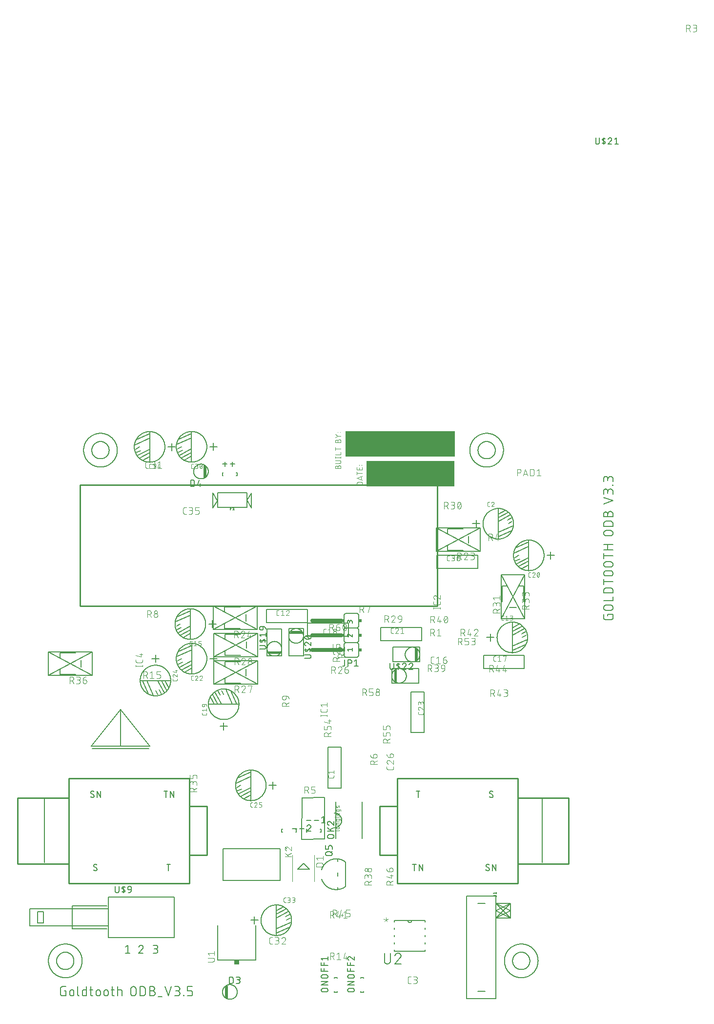
<source format=gbr>
G04 EAGLE Gerber X2 export*
%TF.Part,Single*%
%TF.FileFunction,Legend,Top,1*%
%TF.FilePolarity,Positive*%
%TF.GenerationSoftware,Autodesk,EAGLE,9.2.2*%
%TF.CreationDate,2019-03-12T13:45:35Z*%
G75*
%MOMM*%
%FSLAX34Y34*%
%LPD*%
%INSilkscreen Top*%
%AMOC8*
5,1,8,0,0,1.08239X$1,22.5*%
G01*
%ADD10C,0.152400*%
%ADD11R,19.050000X4.445000*%
%ADD12R,15.240000X4.445000*%
%ADD13C,0.076200*%
%ADD14C,0.203200*%
%ADD15C,0.127000*%
%ADD16C,0.101600*%
%ADD17C,0.254000*%
%ADD18R,0.863600X0.762000*%
%ADD19C,0.660400*%
%ADD20R,0.508000X0.609600*%


D10*
X45079Y22800D02*
X47789Y22800D01*
X47789Y13769D01*
X42370Y13769D01*
X42252Y13771D01*
X42134Y13777D01*
X42016Y13786D01*
X41899Y13800D01*
X41782Y13817D01*
X41665Y13838D01*
X41550Y13863D01*
X41435Y13892D01*
X41321Y13925D01*
X41209Y13961D01*
X41098Y14001D01*
X40988Y14044D01*
X40879Y14091D01*
X40772Y14141D01*
X40667Y14196D01*
X40564Y14253D01*
X40463Y14314D01*
X40363Y14378D01*
X40266Y14445D01*
X40171Y14515D01*
X40079Y14589D01*
X39988Y14665D01*
X39901Y14745D01*
X39816Y14827D01*
X39734Y14912D01*
X39654Y14999D01*
X39578Y15090D01*
X39504Y15182D01*
X39434Y15277D01*
X39367Y15374D01*
X39303Y15474D01*
X39242Y15575D01*
X39185Y15678D01*
X39130Y15783D01*
X39080Y15890D01*
X39033Y15999D01*
X38990Y16109D01*
X38950Y16220D01*
X38914Y16332D01*
X38881Y16446D01*
X38852Y16561D01*
X38827Y16676D01*
X38806Y16793D01*
X38789Y16910D01*
X38775Y17027D01*
X38766Y17145D01*
X38760Y17263D01*
X38758Y17381D01*
X38757Y17381D02*
X38757Y26412D01*
X38758Y26412D02*
X38760Y26530D01*
X38766Y26648D01*
X38775Y26766D01*
X38789Y26883D01*
X38806Y27000D01*
X38827Y27117D01*
X38852Y27232D01*
X38881Y27347D01*
X38914Y27461D01*
X38950Y27573D01*
X38990Y27684D01*
X39033Y27794D01*
X39080Y27903D01*
X39130Y28010D01*
X39184Y28115D01*
X39242Y28218D01*
X39303Y28319D01*
X39367Y28419D01*
X39434Y28516D01*
X39504Y28611D01*
X39578Y28703D01*
X39654Y28794D01*
X39734Y28881D01*
X39816Y28966D01*
X39901Y29048D01*
X39988Y29128D01*
X40079Y29204D01*
X40171Y29278D01*
X40266Y29348D01*
X40363Y29415D01*
X40463Y29479D01*
X40564Y29540D01*
X40667Y29597D01*
X40772Y29651D01*
X40879Y29702D01*
X40988Y29749D01*
X41098Y29792D01*
X41209Y29832D01*
X41321Y29868D01*
X41435Y29901D01*
X41550Y29930D01*
X41665Y29955D01*
X41782Y29976D01*
X41899Y29993D01*
X42016Y30007D01*
X42134Y30016D01*
X42252Y30022D01*
X42370Y30024D01*
X42370Y30025D02*
X47789Y30025D01*
X54771Y20994D02*
X54771Y17381D01*
X54771Y20994D02*
X54773Y21113D01*
X54779Y21233D01*
X54789Y21352D01*
X54803Y21470D01*
X54820Y21589D01*
X54842Y21706D01*
X54867Y21823D01*
X54897Y21938D01*
X54930Y22053D01*
X54967Y22167D01*
X55007Y22279D01*
X55052Y22390D01*
X55100Y22499D01*
X55151Y22607D01*
X55206Y22713D01*
X55265Y22817D01*
X55327Y22919D01*
X55392Y23019D01*
X55461Y23117D01*
X55533Y23213D01*
X55608Y23306D01*
X55685Y23396D01*
X55766Y23484D01*
X55850Y23569D01*
X55937Y23651D01*
X56026Y23731D01*
X56118Y23807D01*
X56212Y23881D01*
X56309Y23951D01*
X56407Y24018D01*
X56508Y24082D01*
X56612Y24142D01*
X56717Y24199D01*
X56824Y24252D01*
X56932Y24302D01*
X57042Y24348D01*
X57154Y24390D01*
X57267Y24429D01*
X57381Y24464D01*
X57496Y24495D01*
X57613Y24523D01*
X57730Y24546D01*
X57847Y24566D01*
X57966Y24582D01*
X58085Y24594D01*
X58204Y24602D01*
X58323Y24606D01*
X58443Y24606D01*
X58562Y24602D01*
X58681Y24594D01*
X58800Y24582D01*
X58919Y24566D01*
X59036Y24546D01*
X59153Y24523D01*
X59270Y24495D01*
X59385Y24464D01*
X59499Y24429D01*
X59612Y24390D01*
X59724Y24348D01*
X59834Y24302D01*
X59942Y24252D01*
X60049Y24199D01*
X60154Y24142D01*
X60258Y24082D01*
X60359Y24018D01*
X60457Y23951D01*
X60554Y23881D01*
X60648Y23807D01*
X60740Y23731D01*
X60829Y23651D01*
X60916Y23569D01*
X61000Y23484D01*
X61081Y23396D01*
X61158Y23306D01*
X61233Y23213D01*
X61305Y23117D01*
X61374Y23019D01*
X61439Y22919D01*
X61501Y22817D01*
X61560Y22713D01*
X61615Y22607D01*
X61666Y22499D01*
X61714Y22390D01*
X61759Y22279D01*
X61799Y22167D01*
X61836Y22053D01*
X61869Y21938D01*
X61899Y21823D01*
X61924Y21706D01*
X61946Y21589D01*
X61963Y21470D01*
X61977Y21352D01*
X61987Y21233D01*
X61993Y21113D01*
X61995Y20994D01*
X61996Y20994D02*
X61996Y17381D01*
X61995Y17381D02*
X61993Y17262D01*
X61987Y17142D01*
X61977Y17023D01*
X61963Y16905D01*
X61946Y16786D01*
X61924Y16669D01*
X61899Y16552D01*
X61869Y16437D01*
X61836Y16322D01*
X61799Y16208D01*
X61759Y16096D01*
X61714Y15985D01*
X61666Y15876D01*
X61615Y15768D01*
X61560Y15662D01*
X61501Y15558D01*
X61439Y15456D01*
X61374Y15356D01*
X61305Y15258D01*
X61233Y15162D01*
X61158Y15069D01*
X61081Y14979D01*
X61000Y14891D01*
X60916Y14806D01*
X60829Y14724D01*
X60740Y14644D01*
X60648Y14568D01*
X60554Y14494D01*
X60457Y14424D01*
X60359Y14357D01*
X60258Y14293D01*
X60154Y14233D01*
X60049Y14176D01*
X59942Y14123D01*
X59834Y14073D01*
X59724Y14027D01*
X59612Y13985D01*
X59499Y13946D01*
X59385Y13911D01*
X59270Y13880D01*
X59153Y13852D01*
X59036Y13829D01*
X58919Y13809D01*
X58800Y13793D01*
X58681Y13781D01*
X58562Y13773D01*
X58443Y13769D01*
X58323Y13769D01*
X58204Y13773D01*
X58085Y13781D01*
X57966Y13793D01*
X57847Y13809D01*
X57730Y13829D01*
X57613Y13852D01*
X57496Y13880D01*
X57381Y13911D01*
X57267Y13946D01*
X57154Y13985D01*
X57042Y14027D01*
X56932Y14073D01*
X56824Y14123D01*
X56717Y14176D01*
X56612Y14233D01*
X56508Y14293D01*
X56407Y14357D01*
X56309Y14424D01*
X56212Y14494D01*
X56118Y14568D01*
X56026Y14644D01*
X55937Y14724D01*
X55850Y14806D01*
X55766Y14891D01*
X55685Y14979D01*
X55608Y15069D01*
X55533Y15162D01*
X55461Y15258D01*
X55392Y15356D01*
X55327Y15456D01*
X55265Y15558D01*
X55206Y15662D01*
X55151Y15768D01*
X55100Y15876D01*
X55052Y15985D01*
X55007Y16096D01*
X54967Y16208D01*
X54930Y16322D01*
X54897Y16437D01*
X54867Y16552D01*
X54842Y16669D01*
X54820Y16786D01*
X54803Y16905D01*
X54789Y17023D01*
X54779Y17142D01*
X54773Y17262D01*
X54771Y17381D01*
X68555Y16478D02*
X68555Y30025D01*
X68555Y16478D02*
X68557Y16377D01*
X68563Y16276D01*
X68572Y16175D01*
X68585Y16074D01*
X68602Y15974D01*
X68623Y15875D01*
X68647Y15777D01*
X68675Y15680D01*
X68707Y15583D01*
X68742Y15488D01*
X68781Y15395D01*
X68823Y15303D01*
X68869Y15212D01*
X68918Y15123D01*
X68970Y15037D01*
X69026Y14952D01*
X69084Y14869D01*
X69146Y14789D01*
X69211Y14711D01*
X69278Y14635D01*
X69348Y14562D01*
X69421Y14492D01*
X69497Y14425D01*
X69575Y14360D01*
X69655Y14298D01*
X69738Y14240D01*
X69823Y14184D01*
X69910Y14132D01*
X69998Y14083D01*
X70089Y14037D01*
X70181Y13995D01*
X70274Y13956D01*
X70369Y13921D01*
X70466Y13889D01*
X70563Y13861D01*
X70661Y13837D01*
X70760Y13816D01*
X70860Y13799D01*
X70961Y13786D01*
X71062Y13777D01*
X71163Y13771D01*
X71264Y13769D01*
X83806Y13769D02*
X83806Y30025D01*
X83806Y13769D02*
X79291Y13769D01*
X79190Y13771D01*
X79089Y13777D01*
X78988Y13786D01*
X78887Y13799D01*
X78787Y13816D01*
X78688Y13837D01*
X78590Y13861D01*
X78493Y13889D01*
X78396Y13921D01*
X78301Y13956D01*
X78208Y13995D01*
X78116Y14037D01*
X78025Y14083D01*
X77937Y14132D01*
X77850Y14184D01*
X77765Y14240D01*
X77682Y14298D01*
X77602Y14360D01*
X77524Y14425D01*
X77448Y14492D01*
X77375Y14562D01*
X77305Y14635D01*
X77238Y14711D01*
X77173Y14789D01*
X77111Y14869D01*
X77053Y14952D01*
X76997Y15037D01*
X76945Y15123D01*
X76896Y15212D01*
X76850Y15303D01*
X76808Y15395D01*
X76769Y15488D01*
X76734Y15583D01*
X76702Y15680D01*
X76674Y15777D01*
X76650Y15875D01*
X76629Y15974D01*
X76612Y16074D01*
X76599Y16175D01*
X76590Y16276D01*
X76584Y16377D01*
X76582Y16478D01*
X76581Y16478D02*
X76581Y21897D01*
X76582Y21897D02*
X76584Y21998D01*
X76590Y22099D01*
X76599Y22200D01*
X76612Y22301D01*
X76629Y22401D01*
X76650Y22500D01*
X76674Y22598D01*
X76702Y22695D01*
X76734Y22792D01*
X76769Y22887D01*
X76808Y22980D01*
X76850Y23072D01*
X76896Y23163D01*
X76945Y23251D01*
X76997Y23338D01*
X77053Y23423D01*
X77111Y23506D01*
X77173Y23586D01*
X77238Y23664D01*
X77305Y23740D01*
X77375Y23813D01*
X77448Y23883D01*
X77524Y23950D01*
X77602Y24015D01*
X77682Y24077D01*
X77765Y24135D01*
X77850Y24191D01*
X77937Y24243D01*
X78025Y24292D01*
X78116Y24338D01*
X78208Y24380D01*
X78301Y24419D01*
X78396Y24454D01*
X78493Y24486D01*
X78590Y24514D01*
X78688Y24538D01*
X78787Y24559D01*
X78887Y24576D01*
X78988Y24589D01*
X79089Y24598D01*
X79190Y24604D01*
X79291Y24606D01*
X83806Y24606D01*
X89425Y24606D02*
X94844Y24606D01*
X91232Y30025D02*
X91232Y16478D01*
X91234Y16377D01*
X91240Y16276D01*
X91249Y16175D01*
X91262Y16074D01*
X91279Y15974D01*
X91300Y15875D01*
X91324Y15777D01*
X91352Y15680D01*
X91384Y15583D01*
X91419Y15488D01*
X91458Y15395D01*
X91500Y15303D01*
X91546Y15212D01*
X91595Y15123D01*
X91647Y15037D01*
X91703Y14952D01*
X91761Y14869D01*
X91823Y14789D01*
X91888Y14711D01*
X91955Y14635D01*
X92025Y14562D01*
X92098Y14492D01*
X92174Y14425D01*
X92252Y14360D01*
X92332Y14298D01*
X92415Y14240D01*
X92500Y14184D01*
X92587Y14132D01*
X92675Y14083D01*
X92766Y14037D01*
X92858Y13995D01*
X92951Y13956D01*
X93046Y13921D01*
X93143Y13889D01*
X93240Y13861D01*
X93338Y13837D01*
X93437Y13816D01*
X93537Y13799D01*
X93638Y13786D01*
X93739Y13777D01*
X93840Y13771D01*
X93941Y13769D01*
X94844Y13769D01*
X100622Y17381D02*
X100622Y20994D01*
X100623Y20994D02*
X100625Y21113D01*
X100631Y21233D01*
X100641Y21352D01*
X100655Y21470D01*
X100672Y21589D01*
X100694Y21706D01*
X100719Y21823D01*
X100749Y21938D01*
X100782Y22053D01*
X100819Y22167D01*
X100859Y22279D01*
X100904Y22390D01*
X100952Y22499D01*
X101003Y22607D01*
X101058Y22713D01*
X101117Y22817D01*
X101179Y22919D01*
X101244Y23019D01*
X101313Y23117D01*
X101385Y23213D01*
X101460Y23306D01*
X101537Y23396D01*
X101618Y23484D01*
X101702Y23569D01*
X101789Y23651D01*
X101878Y23731D01*
X101970Y23807D01*
X102064Y23881D01*
X102161Y23951D01*
X102259Y24018D01*
X102360Y24082D01*
X102464Y24142D01*
X102569Y24199D01*
X102676Y24252D01*
X102784Y24302D01*
X102894Y24348D01*
X103006Y24390D01*
X103119Y24429D01*
X103233Y24464D01*
X103348Y24495D01*
X103465Y24523D01*
X103582Y24546D01*
X103699Y24566D01*
X103818Y24582D01*
X103937Y24594D01*
X104056Y24602D01*
X104175Y24606D01*
X104295Y24606D01*
X104414Y24602D01*
X104533Y24594D01*
X104652Y24582D01*
X104771Y24566D01*
X104888Y24546D01*
X105005Y24523D01*
X105122Y24495D01*
X105237Y24464D01*
X105351Y24429D01*
X105464Y24390D01*
X105576Y24348D01*
X105686Y24302D01*
X105794Y24252D01*
X105901Y24199D01*
X106006Y24142D01*
X106110Y24082D01*
X106211Y24018D01*
X106309Y23951D01*
X106406Y23881D01*
X106500Y23807D01*
X106592Y23731D01*
X106681Y23651D01*
X106768Y23569D01*
X106852Y23484D01*
X106933Y23396D01*
X107010Y23306D01*
X107085Y23213D01*
X107157Y23117D01*
X107226Y23019D01*
X107291Y22919D01*
X107353Y22817D01*
X107412Y22713D01*
X107467Y22607D01*
X107518Y22499D01*
X107566Y22390D01*
X107611Y22279D01*
X107651Y22167D01*
X107688Y22053D01*
X107721Y21938D01*
X107751Y21823D01*
X107776Y21706D01*
X107798Y21589D01*
X107815Y21470D01*
X107829Y21352D01*
X107839Y21233D01*
X107845Y21113D01*
X107847Y20994D01*
X107847Y17381D01*
X107845Y17262D01*
X107839Y17142D01*
X107829Y17023D01*
X107815Y16905D01*
X107798Y16786D01*
X107776Y16669D01*
X107751Y16552D01*
X107721Y16437D01*
X107688Y16322D01*
X107651Y16208D01*
X107611Y16096D01*
X107566Y15985D01*
X107518Y15876D01*
X107467Y15768D01*
X107412Y15662D01*
X107353Y15558D01*
X107291Y15456D01*
X107226Y15356D01*
X107157Y15258D01*
X107085Y15162D01*
X107010Y15069D01*
X106933Y14979D01*
X106852Y14891D01*
X106768Y14806D01*
X106681Y14724D01*
X106592Y14644D01*
X106500Y14568D01*
X106406Y14494D01*
X106309Y14424D01*
X106211Y14357D01*
X106110Y14293D01*
X106006Y14233D01*
X105901Y14176D01*
X105794Y14123D01*
X105686Y14073D01*
X105576Y14027D01*
X105464Y13985D01*
X105351Y13946D01*
X105237Y13911D01*
X105122Y13880D01*
X105005Y13852D01*
X104888Y13829D01*
X104771Y13809D01*
X104652Y13793D01*
X104533Y13781D01*
X104414Y13773D01*
X104295Y13769D01*
X104175Y13769D01*
X104056Y13773D01*
X103937Y13781D01*
X103818Y13793D01*
X103699Y13809D01*
X103582Y13829D01*
X103465Y13852D01*
X103348Y13880D01*
X103233Y13911D01*
X103119Y13946D01*
X103006Y13985D01*
X102894Y14027D01*
X102784Y14073D01*
X102676Y14123D01*
X102569Y14176D01*
X102464Y14233D01*
X102360Y14293D01*
X102259Y14357D01*
X102161Y14424D01*
X102064Y14494D01*
X101970Y14568D01*
X101878Y14644D01*
X101789Y14724D01*
X101702Y14806D01*
X101618Y14891D01*
X101537Y14979D01*
X101460Y15069D01*
X101385Y15162D01*
X101313Y15258D01*
X101244Y15356D01*
X101179Y15456D01*
X101117Y15558D01*
X101058Y15662D01*
X101003Y15768D01*
X100952Y15876D01*
X100904Y15985D01*
X100859Y16096D01*
X100819Y16208D01*
X100782Y16322D01*
X100749Y16437D01*
X100719Y16552D01*
X100694Y16669D01*
X100672Y16786D01*
X100655Y16905D01*
X100641Y17023D01*
X100631Y17142D01*
X100625Y17262D01*
X100623Y17381D01*
X114169Y17381D02*
X114169Y20994D01*
X114170Y20994D02*
X114172Y21113D01*
X114178Y21233D01*
X114188Y21352D01*
X114202Y21470D01*
X114219Y21589D01*
X114241Y21706D01*
X114266Y21823D01*
X114296Y21938D01*
X114329Y22053D01*
X114366Y22167D01*
X114406Y22279D01*
X114451Y22390D01*
X114499Y22499D01*
X114550Y22607D01*
X114605Y22713D01*
X114664Y22817D01*
X114726Y22919D01*
X114791Y23019D01*
X114860Y23117D01*
X114932Y23213D01*
X115007Y23306D01*
X115084Y23396D01*
X115165Y23484D01*
X115249Y23569D01*
X115336Y23651D01*
X115425Y23731D01*
X115517Y23807D01*
X115611Y23881D01*
X115708Y23951D01*
X115806Y24018D01*
X115907Y24082D01*
X116011Y24142D01*
X116116Y24199D01*
X116223Y24252D01*
X116331Y24302D01*
X116441Y24348D01*
X116553Y24390D01*
X116666Y24429D01*
X116780Y24464D01*
X116895Y24495D01*
X117012Y24523D01*
X117129Y24546D01*
X117246Y24566D01*
X117365Y24582D01*
X117484Y24594D01*
X117603Y24602D01*
X117722Y24606D01*
X117842Y24606D01*
X117961Y24602D01*
X118080Y24594D01*
X118199Y24582D01*
X118318Y24566D01*
X118435Y24546D01*
X118552Y24523D01*
X118669Y24495D01*
X118784Y24464D01*
X118898Y24429D01*
X119011Y24390D01*
X119123Y24348D01*
X119233Y24302D01*
X119341Y24252D01*
X119448Y24199D01*
X119553Y24142D01*
X119657Y24082D01*
X119758Y24018D01*
X119856Y23951D01*
X119953Y23881D01*
X120047Y23807D01*
X120139Y23731D01*
X120228Y23651D01*
X120315Y23569D01*
X120399Y23484D01*
X120480Y23396D01*
X120557Y23306D01*
X120632Y23213D01*
X120704Y23117D01*
X120773Y23019D01*
X120838Y22919D01*
X120900Y22817D01*
X120959Y22713D01*
X121014Y22607D01*
X121065Y22499D01*
X121113Y22390D01*
X121158Y22279D01*
X121198Y22167D01*
X121235Y22053D01*
X121268Y21938D01*
X121298Y21823D01*
X121323Y21706D01*
X121345Y21589D01*
X121362Y21470D01*
X121376Y21352D01*
X121386Y21233D01*
X121392Y21113D01*
X121394Y20994D01*
X121394Y17381D01*
X121392Y17262D01*
X121386Y17142D01*
X121376Y17023D01*
X121362Y16905D01*
X121345Y16786D01*
X121323Y16669D01*
X121298Y16552D01*
X121268Y16437D01*
X121235Y16322D01*
X121198Y16208D01*
X121158Y16096D01*
X121113Y15985D01*
X121065Y15876D01*
X121014Y15768D01*
X120959Y15662D01*
X120900Y15558D01*
X120838Y15456D01*
X120773Y15356D01*
X120704Y15258D01*
X120632Y15162D01*
X120557Y15069D01*
X120480Y14979D01*
X120399Y14891D01*
X120315Y14806D01*
X120228Y14724D01*
X120139Y14644D01*
X120047Y14568D01*
X119953Y14494D01*
X119856Y14424D01*
X119758Y14357D01*
X119657Y14293D01*
X119553Y14233D01*
X119448Y14176D01*
X119341Y14123D01*
X119233Y14073D01*
X119123Y14027D01*
X119011Y13985D01*
X118898Y13946D01*
X118784Y13911D01*
X118669Y13880D01*
X118552Y13852D01*
X118435Y13829D01*
X118318Y13809D01*
X118199Y13793D01*
X118080Y13781D01*
X117961Y13773D01*
X117842Y13769D01*
X117722Y13769D01*
X117603Y13773D01*
X117484Y13781D01*
X117365Y13793D01*
X117246Y13809D01*
X117129Y13829D01*
X117012Y13852D01*
X116895Y13880D01*
X116780Y13911D01*
X116666Y13946D01*
X116553Y13985D01*
X116441Y14027D01*
X116331Y14073D01*
X116223Y14123D01*
X116116Y14176D01*
X116011Y14233D01*
X115907Y14293D01*
X115806Y14357D01*
X115708Y14424D01*
X115611Y14494D01*
X115517Y14568D01*
X115425Y14644D01*
X115336Y14724D01*
X115249Y14806D01*
X115165Y14891D01*
X115084Y14979D01*
X115007Y15069D01*
X114932Y15162D01*
X114860Y15258D01*
X114791Y15356D01*
X114726Y15456D01*
X114664Y15558D01*
X114605Y15662D01*
X114550Y15768D01*
X114499Y15876D01*
X114451Y15985D01*
X114406Y16096D01*
X114366Y16208D01*
X114329Y16322D01*
X114296Y16437D01*
X114266Y16552D01*
X114241Y16669D01*
X114219Y16786D01*
X114202Y16905D01*
X114188Y17023D01*
X114178Y17142D01*
X114172Y17262D01*
X114170Y17381D01*
X126419Y24606D02*
X131838Y24606D01*
X128225Y30025D02*
X128225Y16478D01*
X128226Y16478D02*
X128228Y16377D01*
X128234Y16276D01*
X128243Y16175D01*
X128256Y16074D01*
X128273Y15974D01*
X128294Y15875D01*
X128318Y15777D01*
X128346Y15680D01*
X128378Y15583D01*
X128413Y15488D01*
X128452Y15395D01*
X128494Y15303D01*
X128540Y15212D01*
X128589Y15123D01*
X128641Y15037D01*
X128697Y14952D01*
X128755Y14869D01*
X128817Y14789D01*
X128882Y14711D01*
X128949Y14635D01*
X129019Y14562D01*
X129092Y14492D01*
X129168Y14425D01*
X129246Y14360D01*
X129326Y14298D01*
X129409Y14240D01*
X129494Y14184D01*
X129581Y14132D01*
X129669Y14083D01*
X129760Y14037D01*
X129852Y13995D01*
X129945Y13956D01*
X130040Y13921D01*
X130137Y13889D01*
X130234Y13861D01*
X130332Y13837D01*
X130431Y13816D01*
X130531Y13799D01*
X130632Y13786D01*
X130733Y13777D01*
X130834Y13771D01*
X130935Y13769D01*
X131838Y13769D01*
X138137Y13769D02*
X138137Y30025D01*
X138137Y24606D02*
X142653Y24606D01*
X142757Y24604D01*
X142860Y24598D01*
X142964Y24588D01*
X143067Y24574D01*
X143169Y24556D01*
X143270Y24535D01*
X143371Y24509D01*
X143470Y24480D01*
X143569Y24447D01*
X143666Y24410D01*
X143761Y24369D01*
X143855Y24325D01*
X143947Y24277D01*
X144037Y24226D01*
X144126Y24171D01*
X144212Y24113D01*
X144295Y24051D01*
X144377Y23987D01*
X144455Y23919D01*
X144531Y23849D01*
X144605Y23776D01*
X144675Y23699D01*
X144743Y23621D01*
X144807Y23539D01*
X144869Y23456D01*
X144927Y23370D01*
X144982Y23281D01*
X145033Y23191D01*
X145081Y23099D01*
X145125Y23005D01*
X145166Y22910D01*
X145203Y22813D01*
X145236Y22714D01*
X145265Y22615D01*
X145291Y22514D01*
X145312Y22413D01*
X145330Y22311D01*
X145344Y22208D01*
X145354Y22104D01*
X145360Y22001D01*
X145362Y21897D01*
X145362Y13769D01*
X160681Y18284D02*
X160681Y25509D01*
X160680Y25509D02*
X160682Y25642D01*
X160688Y25774D01*
X160698Y25906D01*
X160711Y26038D01*
X160729Y26170D01*
X160750Y26300D01*
X160775Y26431D01*
X160804Y26560D01*
X160837Y26688D01*
X160873Y26816D01*
X160913Y26942D01*
X160957Y27067D01*
X161005Y27191D01*
X161056Y27313D01*
X161111Y27434D01*
X161169Y27553D01*
X161231Y27671D01*
X161296Y27786D01*
X161365Y27900D01*
X161436Y28011D01*
X161512Y28120D01*
X161590Y28227D01*
X161671Y28332D01*
X161756Y28434D01*
X161843Y28534D01*
X161933Y28631D01*
X162026Y28726D01*
X162122Y28817D01*
X162220Y28906D01*
X162321Y28992D01*
X162425Y29075D01*
X162531Y29155D01*
X162639Y29231D01*
X162749Y29305D01*
X162862Y29375D01*
X162976Y29442D01*
X163093Y29505D01*
X163211Y29565D01*
X163331Y29622D01*
X163453Y29675D01*
X163576Y29724D01*
X163700Y29770D01*
X163826Y29812D01*
X163953Y29850D01*
X164081Y29885D01*
X164210Y29916D01*
X164339Y29943D01*
X164470Y29966D01*
X164601Y29986D01*
X164733Y30001D01*
X164865Y30013D01*
X164997Y30021D01*
X165130Y30025D01*
X165262Y30025D01*
X165395Y30021D01*
X165527Y30013D01*
X165659Y30001D01*
X165791Y29986D01*
X165922Y29966D01*
X166053Y29943D01*
X166182Y29916D01*
X166311Y29885D01*
X166439Y29850D01*
X166566Y29812D01*
X166692Y29770D01*
X166816Y29724D01*
X166939Y29675D01*
X167061Y29622D01*
X167181Y29565D01*
X167299Y29505D01*
X167416Y29442D01*
X167530Y29375D01*
X167643Y29305D01*
X167753Y29231D01*
X167861Y29155D01*
X167967Y29075D01*
X168071Y28992D01*
X168172Y28906D01*
X168270Y28817D01*
X168366Y28726D01*
X168459Y28631D01*
X168549Y28534D01*
X168636Y28434D01*
X168721Y28332D01*
X168802Y28227D01*
X168880Y28120D01*
X168956Y28011D01*
X169027Y27900D01*
X169096Y27786D01*
X169161Y27671D01*
X169223Y27553D01*
X169281Y27434D01*
X169336Y27313D01*
X169387Y27191D01*
X169435Y27067D01*
X169479Y26942D01*
X169519Y26816D01*
X169555Y26688D01*
X169588Y26560D01*
X169617Y26431D01*
X169642Y26300D01*
X169663Y26170D01*
X169681Y26038D01*
X169694Y25906D01*
X169704Y25774D01*
X169710Y25642D01*
X169712Y25509D01*
X169712Y18284D01*
X169710Y18151D01*
X169704Y18019D01*
X169694Y17887D01*
X169681Y17755D01*
X169663Y17623D01*
X169642Y17493D01*
X169617Y17362D01*
X169588Y17233D01*
X169555Y17105D01*
X169519Y16977D01*
X169479Y16851D01*
X169435Y16726D01*
X169387Y16602D01*
X169336Y16480D01*
X169281Y16359D01*
X169223Y16240D01*
X169161Y16122D01*
X169096Y16007D01*
X169027Y15893D01*
X168956Y15782D01*
X168880Y15673D01*
X168802Y15566D01*
X168721Y15461D01*
X168636Y15359D01*
X168549Y15259D01*
X168459Y15162D01*
X168366Y15067D01*
X168270Y14976D01*
X168172Y14887D01*
X168071Y14801D01*
X167967Y14718D01*
X167861Y14638D01*
X167753Y14562D01*
X167643Y14488D01*
X167530Y14418D01*
X167416Y14351D01*
X167299Y14288D01*
X167181Y14228D01*
X167061Y14171D01*
X166939Y14118D01*
X166816Y14069D01*
X166692Y14023D01*
X166566Y13981D01*
X166439Y13943D01*
X166311Y13908D01*
X166182Y13877D01*
X166053Y13850D01*
X165922Y13827D01*
X165791Y13807D01*
X165659Y13792D01*
X165527Y13780D01*
X165395Y13772D01*
X165262Y13768D01*
X165130Y13768D01*
X164997Y13772D01*
X164865Y13780D01*
X164733Y13792D01*
X164601Y13807D01*
X164470Y13827D01*
X164339Y13850D01*
X164210Y13877D01*
X164081Y13908D01*
X163953Y13943D01*
X163826Y13981D01*
X163700Y14023D01*
X163576Y14069D01*
X163453Y14118D01*
X163331Y14171D01*
X163211Y14228D01*
X163093Y14288D01*
X162976Y14351D01*
X162862Y14418D01*
X162749Y14488D01*
X162639Y14562D01*
X162531Y14638D01*
X162425Y14718D01*
X162321Y14801D01*
X162220Y14887D01*
X162122Y14976D01*
X162026Y15067D01*
X161933Y15162D01*
X161843Y15259D01*
X161756Y15359D01*
X161671Y15461D01*
X161590Y15566D01*
X161512Y15673D01*
X161436Y15782D01*
X161365Y15893D01*
X161296Y16007D01*
X161231Y16122D01*
X161169Y16240D01*
X161111Y16359D01*
X161056Y16480D01*
X161005Y16602D01*
X160957Y16726D01*
X160913Y16851D01*
X160873Y16977D01*
X160837Y17105D01*
X160804Y17233D01*
X160775Y17362D01*
X160750Y17493D01*
X160729Y17623D01*
X160711Y17755D01*
X160698Y17887D01*
X160688Y18019D01*
X160682Y18151D01*
X160680Y18284D01*
X176833Y13769D02*
X176833Y30025D01*
X181349Y30025D01*
X181480Y30023D01*
X181612Y30017D01*
X181743Y30008D01*
X181873Y29994D01*
X182004Y29977D01*
X182133Y29956D01*
X182262Y29932D01*
X182390Y29903D01*
X182518Y29871D01*
X182644Y29835D01*
X182769Y29796D01*
X182894Y29753D01*
X183016Y29706D01*
X183138Y29656D01*
X183258Y29602D01*
X183376Y29545D01*
X183492Y29484D01*
X183607Y29420D01*
X183720Y29353D01*
X183831Y29282D01*
X183939Y29208D01*
X184046Y29131D01*
X184150Y29051D01*
X184252Y28968D01*
X184351Y28883D01*
X184448Y28794D01*
X184542Y28702D01*
X184634Y28608D01*
X184723Y28511D01*
X184808Y28412D01*
X184891Y28310D01*
X184971Y28206D01*
X185048Y28099D01*
X185122Y27991D01*
X185193Y27880D01*
X185260Y27767D01*
X185324Y27652D01*
X185385Y27536D01*
X185442Y27418D01*
X185496Y27298D01*
X185546Y27176D01*
X185593Y27054D01*
X185636Y26929D01*
X185675Y26804D01*
X185711Y26678D01*
X185743Y26550D01*
X185772Y26422D01*
X185796Y26293D01*
X185817Y26164D01*
X185834Y26033D01*
X185848Y25903D01*
X185857Y25772D01*
X185863Y25640D01*
X185865Y25509D01*
X185864Y25509D02*
X185864Y18284D01*
X185865Y18284D02*
X185863Y18153D01*
X185857Y18021D01*
X185848Y17890D01*
X185834Y17760D01*
X185817Y17629D01*
X185796Y17500D01*
X185772Y17371D01*
X185743Y17243D01*
X185711Y17115D01*
X185675Y16989D01*
X185636Y16864D01*
X185593Y16739D01*
X185546Y16617D01*
X185496Y16495D01*
X185442Y16375D01*
X185385Y16257D01*
X185324Y16141D01*
X185260Y16026D01*
X185193Y15913D01*
X185122Y15802D01*
X185048Y15694D01*
X184971Y15587D01*
X184891Y15483D01*
X184808Y15381D01*
X184723Y15282D01*
X184634Y15185D01*
X184542Y15091D01*
X184448Y14999D01*
X184351Y14910D01*
X184252Y14825D01*
X184150Y14742D01*
X184046Y14662D01*
X183939Y14585D01*
X183831Y14511D01*
X183720Y14440D01*
X183607Y14373D01*
X183492Y14309D01*
X183376Y14248D01*
X183258Y14191D01*
X183138Y14137D01*
X183016Y14087D01*
X182894Y14040D01*
X182769Y13997D01*
X182644Y13958D01*
X182518Y13922D01*
X182390Y13890D01*
X182262Y13861D01*
X182133Y13837D01*
X182003Y13816D01*
X181873Y13799D01*
X181743Y13785D01*
X181612Y13776D01*
X181480Y13770D01*
X181349Y13768D01*
X181349Y13769D02*
X176833Y13769D01*
X193718Y22800D02*
X198233Y22800D01*
X198366Y22798D01*
X198498Y22792D01*
X198630Y22782D01*
X198762Y22769D01*
X198894Y22751D01*
X199024Y22730D01*
X199155Y22705D01*
X199284Y22676D01*
X199412Y22643D01*
X199540Y22607D01*
X199666Y22567D01*
X199791Y22523D01*
X199915Y22475D01*
X200037Y22424D01*
X200158Y22369D01*
X200277Y22311D01*
X200395Y22249D01*
X200510Y22184D01*
X200624Y22115D01*
X200735Y22044D01*
X200844Y21968D01*
X200951Y21890D01*
X201056Y21809D01*
X201158Y21724D01*
X201258Y21637D01*
X201355Y21547D01*
X201450Y21454D01*
X201541Y21358D01*
X201630Y21260D01*
X201716Y21159D01*
X201799Y21055D01*
X201879Y20949D01*
X201955Y20841D01*
X202029Y20731D01*
X202099Y20618D01*
X202166Y20504D01*
X202229Y20387D01*
X202289Y20269D01*
X202346Y20149D01*
X202399Y20027D01*
X202448Y19904D01*
X202494Y19780D01*
X202536Y19654D01*
X202574Y19527D01*
X202609Y19399D01*
X202640Y19270D01*
X202667Y19141D01*
X202690Y19010D01*
X202710Y18879D01*
X202725Y18747D01*
X202737Y18615D01*
X202745Y18483D01*
X202749Y18350D01*
X202749Y18218D01*
X202745Y18085D01*
X202737Y17953D01*
X202725Y17821D01*
X202710Y17689D01*
X202690Y17558D01*
X202667Y17427D01*
X202640Y17298D01*
X202609Y17169D01*
X202574Y17041D01*
X202536Y16914D01*
X202494Y16788D01*
X202448Y16664D01*
X202399Y16541D01*
X202346Y16419D01*
X202289Y16299D01*
X202229Y16181D01*
X202166Y16064D01*
X202099Y15950D01*
X202029Y15837D01*
X201955Y15727D01*
X201879Y15619D01*
X201799Y15513D01*
X201716Y15409D01*
X201630Y15308D01*
X201541Y15210D01*
X201450Y15114D01*
X201355Y15021D01*
X201258Y14931D01*
X201158Y14844D01*
X201056Y14759D01*
X200951Y14678D01*
X200844Y14600D01*
X200735Y14524D01*
X200624Y14453D01*
X200510Y14384D01*
X200395Y14319D01*
X200277Y14257D01*
X200158Y14199D01*
X200037Y14144D01*
X199915Y14093D01*
X199791Y14045D01*
X199666Y14001D01*
X199540Y13961D01*
X199412Y13925D01*
X199284Y13892D01*
X199155Y13863D01*
X199024Y13838D01*
X198894Y13817D01*
X198762Y13799D01*
X198630Y13786D01*
X198498Y13776D01*
X198366Y13770D01*
X198233Y13768D01*
X198233Y13769D02*
X193718Y13769D01*
X193718Y30025D01*
X198233Y30025D01*
X198233Y30024D02*
X198352Y30022D01*
X198472Y30016D01*
X198591Y30006D01*
X198709Y29992D01*
X198828Y29975D01*
X198945Y29953D01*
X199062Y29928D01*
X199177Y29898D01*
X199292Y29865D01*
X199406Y29828D01*
X199518Y29788D01*
X199629Y29743D01*
X199738Y29695D01*
X199846Y29644D01*
X199952Y29589D01*
X200056Y29530D01*
X200158Y29468D01*
X200258Y29403D01*
X200356Y29334D01*
X200452Y29262D01*
X200545Y29187D01*
X200635Y29110D01*
X200723Y29029D01*
X200808Y28945D01*
X200890Y28858D01*
X200970Y28769D01*
X201046Y28677D01*
X201120Y28583D01*
X201190Y28486D01*
X201257Y28388D01*
X201321Y28287D01*
X201381Y28183D01*
X201438Y28078D01*
X201491Y27971D01*
X201541Y27863D01*
X201587Y27753D01*
X201629Y27641D01*
X201668Y27528D01*
X201703Y27414D01*
X201734Y27299D01*
X201762Y27182D01*
X201785Y27065D01*
X201805Y26948D01*
X201821Y26829D01*
X201833Y26710D01*
X201841Y26591D01*
X201845Y26472D01*
X201845Y26352D01*
X201841Y26233D01*
X201833Y26114D01*
X201821Y25995D01*
X201805Y25876D01*
X201785Y25759D01*
X201762Y25642D01*
X201734Y25525D01*
X201703Y25410D01*
X201668Y25296D01*
X201629Y25183D01*
X201587Y25071D01*
X201541Y24961D01*
X201491Y24853D01*
X201438Y24746D01*
X201381Y24641D01*
X201321Y24537D01*
X201257Y24436D01*
X201190Y24338D01*
X201120Y24241D01*
X201046Y24147D01*
X200970Y24055D01*
X200890Y23966D01*
X200808Y23879D01*
X200723Y23795D01*
X200635Y23714D01*
X200545Y23637D01*
X200452Y23562D01*
X200356Y23490D01*
X200258Y23421D01*
X200158Y23356D01*
X200056Y23294D01*
X199952Y23235D01*
X199846Y23180D01*
X199738Y23129D01*
X199629Y23081D01*
X199518Y23036D01*
X199406Y22996D01*
X199292Y22959D01*
X199177Y22926D01*
X199062Y22896D01*
X198945Y22871D01*
X198828Y22849D01*
X198709Y22832D01*
X198591Y22818D01*
X198472Y22808D01*
X198352Y22802D01*
X198233Y22800D01*
X207957Y11963D02*
X215182Y11963D01*
X225637Y13769D02*
X220219Y30025D01*
X231056Y30025D02*
X225637Y13769D01*
X236753Y13769D02*
X241268Y13769D01*
X241268Y13768D02*
X241401Y13770D01*
X241533Y13776D01*
X241665Y13786D01*
X241797Y13799D01*
X241929Y13817D01*
X242059Y13838D01*
X242190Y13863D01*
X242319Y13892D01*
X242447Y13925D01*
X242575Y13961D01*
X242701Y14001D01*
X242826Y14045D01*
X242950Y14093D01*
X243072Y14144D01*
X243193Y14199D01*
X243312Y14257D01*
X243430Y14319D01*
X243545Y14384D01*
X243659Y14453D01*
X243770Y14524D01*
X243879Y14600D01*
X243986Y14678D01*
X244091Y14759D01*
X244193Y14844D01*
X244293Y14931D01*
X244390Y15021D01*
X244485Y15114D01*
X244576Y15210D01*
X244665Y15308D01*
X244751Y15409D01*
X244834Y15513D01*
X244914Y15619D01*
X244990Y15727D01*
X245064Y15837D01*
X245134Y15950D01*
X245201Y16064D01*
X245264Y16181D01*
X245324Y16299D01*
X245381Y16419D01*
X245434Y16541D01*
X245483Y16664D01*
X245529Y16788D01*
X245571Y16914D01*
X245609Y17041D01*
X245644Y17169D01*
X245675Y17298D01*
X245702Y17427D01*
X245725Y17558D01*
X245745Y17689D01*
X245760Y17821D01*
X245772Y17953D01*
X245780Y18085D01*
X245784Y18218D01*
X245784Y18350D01*
X245780Y18483D01*
X245772Y18615D01*
X245760Y18747D01*
X245745Y18879D01*
X245725Y19010D01*
X245702Y19141D01*
X245675Y19270D01*
X245644Y19399D01*
X245609Y19527D01*
X245571Y19654D01*
X245529Y19780D01*
X245483Y19904D01*
X245434Y20027D01*
X245381Y20149D01*
X245324Y20269D01*
X245264Y20387D01*
X245201Y20504D01*
X245134Y20618D01*
X245064Y20731D01*
X244990Y20841D01*
X244914Y20949D01*
X244834Y21055D01*
X244751Y21159D01*
X244665Y21260D01*
X244576Y21358D01*
X244485Y21454D01*
X244390Y21547D01*
X244293Y21637D01*
X244193Y21724D01*
X244091Y21809D01*
X243986Y21890D01*
X243879Y21968D01*
X243770Y22044D01*
X243659Y22115D01*
X243545Y22184D01*
X243430Y22249D01*
X243312Y22311D01*
X243193Y22369D01*
X243072Y22424D01*
X242950Y22475D01*
X242826Y22523D01*
X242701Y22567D01*
X242575Y22607D01*
X242447Y22643D01*
X242319Y22676D01*
X242190Y22705D01*
X242059Y22730D01*
X241929Y22751D01*
X241797Y22769D01*
X241665Y22782D01*
X241533Y22792D01*
X241401Y22798D01*
X241268Y22800D01*
X242172Y30025D02*
X236753Y30025D01*
X242172Y30024D02*
X242291Y30022D01*
X242411Y30016D01*
X242530Y30006D01*
X242648Y29992D01*
X242767Y29975D01*
X242884Y29953D01*
X243001Y29928D01*
X243116Y29898D01*
X243231Y29865D01*
X243345Y29828D01*
X243457Y29788D01*
X243568Y29743D01*
X243677Y29695D01*
X243785Y29644D01*
X243891Y29589D01*
X243995Y29530D01*
X244097Y29468D01*
X244197Y29403D01*
X244295Y29334D01*
X244391Y29262D01*
X244484Y29187D01*
X244574Y29110D01*
X244662Y29029D01*
X244747Y28945D01*
X244829Y28858D01*
X244909Y28769D01*
X244985Y28677D01*
X245059Y28583D01*
X245129Y28486D01*
X245196Y28388D01*
X245260Y28287D01*
X245320Y28183D01*
X245377Y28078D01*
X245430Y27971D01*
X245480Y27863D01*
X245526Y27753D01*
X245568Y27641D01*
X245607Y27528D01*
X245642Y27414D01*
X245673Y27299D01*
X245701Y27182D01*
X245724Y27065D01*
X245744Y26948D01*
X245760Y26829D01*
X245772Y26710D01*
X245780Y26591D01*
X245784Y26472D01*
X245784Y26352D01*
X245780Y26233D01*
X245772Y26114D01*
X245760Y25995D01*
X245744Y25876D01*
X245724Y25759D01*
X245701Y25642D01*
X245673Y25525D01*
X245642Y25410D01*
X245607Y25296D01*
X245568Y25183D01*
X245526Y25071D01*
X245480Y24961D01*
X245430Y24853D01*
X245377Y24746D01*
X245320Y24641D01*
X245260Y24537D01*
X245196Y24436D01*
X245129Y24338D01*
X245059Y24241D01*
X244985Y24147D01*
X244909Y24055D01*
X244829Y23966D01*
X244747Y23879D01*
X244662Y23795D01*
X244574Y23714D01*
X244484Y23637D01*
X244391Y23562D01*
X244295Y23490D01*
X244197Y23421D01*
X244097Y23356D01*
X243995Y23294D01*
X243891Y23235D01*
X243785Y23180D01*
X243677Y23129D01*
X243568Y23081D01*
X243457Y23036D01*
X243345Y22996D01*
X243231Y22959D01*
X243116Y22926D01*
X243001Y22896D01*
X242884Y22871D01*
X242767Y22849D01*
X242648Y22832D01*
X242530Y22818D01*
X242411Y22808D01*
X242291Y22802D01*
X242172Y22800D01*
X238559Y22800D01*
X251759Y14672D02*
X251759Y13769D01*
X251759Y14672D02*
X252662Y14672D01*
X252662Y13769D01*
X251759Y13769D01*
X258637Y13769D02*
X264055Y13769D01*
X264173Y13771D01*
X264291Y13777D01*
X264409Y13786D01*
X264526Y13800D01*
X264643Y13817D01*
X264760Y13838D01*
X264875Y13863D01*
X264990Y13892D01*
X265104Y13925D01*
X265216Y13961D01*
X265327Y14001D01*
X265437Y14044D01*
X265546Y14091D01*
X265653Y14141D01*
X265758Y14196D01*
X265861Y14253D01*
X265962Y14314D01*
X266062Y14378D01*
X266159Y14445D01*
X266254Y14515D01*
X266346Y14589D01*
X266437Y14665D01*
X266524Y14745D01*
X266609Y14827D01*
X266691Y14912D01*
X266771Y14999D01*
X266847Y15090D01*
X266921Y15182D01*
X266991Y15277D01*
X267058Y15374D01*
X267122Y15474D01*
X267183Y15575D01*
X267240Y15678D01*
X267295Y15783D01*
X267345Y15890D01*
X267392Y15999D01*
X267435Y16109D01*
X267475Y16220D01*
X267511Y16332D01*
X267544Y16446D01*
X267573Y16561D01*
X267598Y16676D01*
X267619Y16793D01*
X267636Y16910D01*
X267650Y17027D01*
X267659Y17145D01*
X267665Y17263D01*
X267667Y17381D01*
X267668Y17381D02*
X267668Y19188D01*
X267667Y19188D02*
X267665Y19306D01*
X267659Y19424D01*
X267650Y19542D01*
X267636Y19659D01*
X267619Y19776D01*
X267598Y19893D01*
X267573Y20008D01*
X267544Y20123D01*
X267511Y20237D01*
X267475Y20349D01*
X267435Y20460D01*
X267392Y20570D01*
X267345Y20679D01*
X267295Y20786D01*
X267240Y20891D01*
X267183Y20994D01*
X267122Y21095D01*
X267058Y21195D01*
X266991Y21292D01*
X266921Y21387D01*
X266847Y21479D01*
X266771Y21570D01*
X266691Y21657D01*
X266609Y21742D01*
X266524Y21824D01*
X266437Y21904D01*
X266346Y21980D01*
X266254Y22054D01*
X266159Y22124D01*
X266062Y22191D01*
X265962Y22255D01*
X265861Y22316D01*
X265758Y22373D01*
X265653Y22428D01*
X265546Y22478D01*
X265437Y22525D01*
X265327Y22568D01*
X265216Y22608D01*
X265104Y22644D01*
X264990Y22677D01*
X264875Y22706D01*
X264760Y22731D01*
X264643Y22752D01*
X264526Y22769D01*
X264409Y22783D01*
X264291Y22792D01*
X264173Y22798D01*
X264055Y22800D01*
X258637Y22800D01*
X258637Y30025D01*
X267668Y30025D01*
X988202Y672632D02*
X988202Y675341D01*
X997234Y675341D01*
X997234Y669922D01*
X997233Y669922D02*
X997231Y669804D01*
X997225Y669686D01*
X997216Y669568D01*
X997202Y669451D01*
X997185Y669334D01*
X997164Y669217D01*
X997139Y669102D01*
X997110Y668987D01*
X997077Y668873D01*
X997041Y668761D01*
X997001Y668650D01*
X996958Y668540D01*
X996911Y668431D01*
X996861Y668324D01*
X996806Y668219D01*
X996749Y668116D01*
X996688Y668015D01*
X996624Y667915D01*
X996557Y667818D01*
X996487Y667723D01*
X996413Y667631D01*
X996337Y667540D01*
X996257Y667453D01*
X996175Y667368D01*
X996090Y667286D01*
X996003Y667206D01*
X995912Y667130D01*
X995820Y667056D01*
X995725Y666986D01*
X995628Y666919D01*
X995528Y666855D01*
X995427Y666794D01*
X995324Y666737D01*
X995219Y666682D01*
X995112Y666632D01*
X995003Y666585D01*
X994893Y666542D01*
X994782Y666502D01*
X994670Y666466D01*
X994556Y666433D01*
X994441Y666404D01*
X994326Y666379D01*
X994209Y666358D01*
X994092Y666341D01*
X993975Y666327D01*
X993857Y666318D01*
X993739Y666312D01*
X993621Y666310D01*
X984590Y666310D01*
X984590Y666309D02*
X984472Y666311D01*
X984354Y666317D01*
X984236Y666326D01*
X984118Y666340D01*
X984001Y666357D01*
X983885Y666378D01*
X983770Y666403D01*
X983655Y666432D01*
X983541Y666465D01*
X983429Y666501D01*
X983317Y666541D01*
X983207Y666584D01*
X983099Y666631D01*
X982992Y666682D01*
X982887Y666736D01*
X982784Y666793D01*
X982682Y666854D01*
X982583Y666918D01*
X982486Y666985D01*
X982391Y667056D01*
X982298Y667129D01*
X982208Y667206D01*
X982120Y667285D01*
X982035Y667367D01*
X981953Y667452D01*
X981874Y667540D01*
X981797Y667630D01*
X981724Y667723D01*
X981653Y667817D01*
X981586Y667915D01*
X981522Y668014D01*
X981461Y668115D01*
X981404Y668219D01*
X981350Y668324D01*
X981299Y668431D01*
X981252Y668539D01*
X981209Y668649D01*
X981169Y668761D01*
X981133Y668873D01*
X981100Y668987D01*
X981071Y669102D01*
X981046Y669217D01*
X981025Y669333D01*
X981008Y669450D01*
X980994Y669568D01*
X980985Y669686D01*
X980979Y669804D01*
X980977Y669922D01*
X980978Y669922D02*
X980978Y675341D01*
X985493Y682462D02*
X992718Y682462D01*
X985493Y682462D02*
X985360Y682464D01*
X985228Y682470D01*
X985096Y682480D01*
X984964Y682493D01*
X984832Y682511D01*
X984702Y682532D01*
X984571Y682557D01*
X984442Y682586D01*
X984314Y682619D01*
X984186Y682655D01*
X984060Y682695D01*
X983935Y682739D01*
X983811Y682787D01*
X983689Y682838D01*
X983568Y682893D01*
X983449Y682951D01*
X983331Y683013D01*
X983216Y683078D01*
X983102Y683147D01*
X982991Y683218D01*
X982882Y683294D01*
X982775Y683372D01*
X982670Y683453D01*
X982568Y683538D01*
X982468Y683625D01*
X982371Y683715D01*
X982276Y683808D01*
X982185Y683904D01*
X982096Y684002D01*
X982010Y684103D01*
X981927Y684207D01*
X981847Y684313D01*
X981771Y684421D01*
X981697Y684531D01*
X981627Y684644D01*
X981560Y684758D01*
X981497Y684875D01*
X981437Y684993D01*
X981380Y685113D01*
X981327Y685235D01*
X981278Y685358D01*
X981232Y685482D01*
X981190Y685608D01*
X981152Y685735D01*
X981117Y685863D01*
X981086Y685992D01*
X981059Y686121D01*
X981036Y686252D01*
X981016Y686383D01*
X981001Y686515D01*
X980989Y686647D01*
X980981Y686779D01*
X980977Y686912D01*
X980977Y687044D01*
X980981Y687177D01*
X980989Y687309D01*
X981001Y687441D01*
X981016Y687573D01*
X981036Y687704D01*
X981059Y687835D01*
X981086Y687964D01*
X981117Y688093D01*
X981152Y688221D01*
X981190Y688348D01*
X981232Y688474D01*
X981278Y688598D01*
X981327Y688721D01*
X981380Y688843D01*
X981437Y688963D01*
X981497Y689081D01*
X981560Y689198D01*
X981627Y689312D01*
X981697Y689425D01*
X981771Y689535D01*
X981847Y689643D01*
X981927Y689749D01*
X982010Y689853D01*
X982096Y689954D01*
X982185Y690052D01*
X982276Y690148D01*
X982371Y690241D01*
X982468Y690331D01*
X982568Y690418D01*
X982670Y690503D01*
X982775Y690584D01*
X982882Y690662D01*
X982991Y690738D01*
X983102Y690809D01*
X983216Y690878D01*
X983331Y690943D01*
X983449Y691005D01*
X983568Y691063D01*
X983689Y691118D01*
X983811Y691169D01*
X983935Y691217D01*
X984060Y691261D01*
X984186Y691301D01*
X984314Y691337D01*
X984442Y691370D01*
X984571Y691399D01*
X984702Y691424D01*
X984832Y691445D01*
X984964Y691463D01*
X985096Y691476D01*
X985228Y691486D01*
X985360Y691492D01*
X985493Y691494D01*
X985493Y691493D02*
X992718Y691493D01*
X992718Y691494D02*
X992851Y691492D01*
X992983Y691486D01*
X993115Y691476D01*
X993247Y691463D01*
X993379Y691445D01*
X993509Y691424D01*
X993640Y691399D01*
X993769Y691370D01*
X993897Y691337D01*
X994025Y691301D01*
X994151Y691261D01*
X994276Y691217D01*
X994400Y691169D01*
X994522Y691118D01*
X994643Y691063D01*
X994762Y691005D01*
X994880Y690943D01*
X994995Y690878D01*
X995109Y690809D01*
X995220Y690738D01*
X995329Y690662D01*
X995436Y690584D01*
X995541Y690503D01*
X995643Y690418D01*
X995743Y690331D01*
X995840Y690241D01*
X995935Y690148D01*
X996026Y690052D01*
X996115Y689954D01*
X996201Y689853D01*
X996284Y689749D01*
X996364Y689643D01*
X996440Y689535D01*
X996514Y689425D01*
X996584Y689312D01*
X996651Y689198D01*
X996714Y689081D01*
X996774Y688963D01*
X996831Y688843D01*
X996884Y688721D01*
X996933Y688598D01*
X996979Y688474D01*
X997021Y688348D01*
X997059Y688221D01*
X997094Y688093D01*
X997125Y687964D01*
X997152Y687835D01*
X997175Y687704D01*
X997195Y687573D01*
X997210Y687441D01*
X997222Y687309D01*
X997230Y687177D01*
X997234Y687044D01*
X997234Y686912D01*
X997230Y686779D01*
X997222Y686647D01*
X997210Y686515D01*
X997195Y686383D01*
X997175Y686252D01*
X997152Y686121D01*
X997125Y685992D01*
X997094Y685863D01*
X997059Y685735D01*
X997021Y685608D01*
X996979Y685482D01*
X996933Y685358D01*
X996884Y685235D01*
X996831Y685113D01*
X996774Y684993D01*
X996714Y684875D01*
X996651Y684758D01*
X996584Y684644D01*
X996514Y684531D01*
X996440Y684421D01*
X996364Y684313D01*
X996284Y684207D01*
X996201Y684103D01*
X996115Y684002D01*
X996026Y683904D01*
X995935Y683808D01*
X995840Y683715D01*
X995743Y683625D01*
X995643Y683538D01*
X995541Y683453D01*
X995436Y683372D01*
X995329Y683294D01*
X995220Y683218D01*
X995109Y683147D01*
X994995Y683078D01*
X994880Y683013D01*
X994762Y682951D01*
X994643Y682893D01*
X994522Y682838D01*
X994400Y682787D01*
X994276Y682739D01*
X994151Y682695D01*
X994025Y682655D01*
X993897Y682619D01*
X993769Y682586D01*
X993640Y682557D01*
X993509Y682532D01*
X993379Y682511D01*
X993247Y682493D01*
X993115Y682480D01*
X992983Y682470D01*
X992851Y682464D01*
X992718Y682462D01*
X997234Y698644D02*
X980978Y698644D01*
X997234Y698644D02*
X997234Y705869D01*
X997234Y712162D02*
X980978Y712162D01*
X980978Y716677D01*
X980977Y716677D02*
X980979Y716808D01*
X980985Y716940D01*
X980994Y717071D01*
X981008Y717201D01*
X981025Y717332D01*
X981046Y717461D01*
X981070Y717590D01*
X981099Y717718D01*
X981131Y717846D01*
X981167Y717972D01*
X981206Y718097D01*
X981249Y718222D01*
X981296Y718344D01*
X981346Y718466D01*
X981400Y718586D01*
X981457Y718704D01*
X981518Y718820D01*
X981582Y718935D01*
X981649Y719048D01*
X981720Y719159D01*
X981794Y719267D01*
X981871Y719374D01*
X981951Y719478D01*
X982034Y719580D01*
X982119Y719679D01*
X982208Y719776D01*
X982300Y719870D01*
X982394Y719962D01*
X982491Y720051D01*
X982590Y720136D01*
X982692Y720219D01*
X982796Y720299D01*
X982903Y720376D01*
X983011Y720450D01*
X983122Y720521D01*
X983235Y720588D01*
X983350Y720652D01*
X983466Y720713D01*
X983584Y720770D01*
X983704Y720824D01*
X983826Y720874D01*
X983948Y720921D01*
X984073Y720964D01*
X984198Y721003D01*
X984324Y721039D01*
X984452Y721071D01*
X984580Y721100D01*
X984709Y721124D01*
X984838Y721145D01*
X984969Y721162D01*
X985099Y721176D01*
X985230Y721185D01*
X985362Y721191D01*
X985493Y721193D01*
X992718Y721193D01*
X992849Y721191D01*
X992981Y721185D01*
X993112Y721176D01*
X993242Y721162D01*
X993373Y721145D01*
X993502Y721124D01*
X993631Y721100D01*
X993759Y721071D01*
X993887Y721039D01*
X994013Y721003D01*
X994138Y720964D01*
X994263Y720921D01*
X994385Y720874D01*
X994507Y720824D01*
X994627Y720770D01*
X994745Y720713D01*
X994861Y720652D01*
X994976Y720588D01*
X995089Y720521D01*
X995200Y720450D01*
X995308Y720376D01*
X995415Y720299D01*
X995519Y720219D01*
X995621Y720136D01*
X995720Y720051D01*
X995817Y719962D01*
X995911Y719870D01*
X996003Y719776D01*
X996092Y719679D01*
X996177Y719580D01*
X996260Y719478D01*
X996340Y719374D01*
X996417Y719267D01*
X996491Y719159D01*
X996562Y719048D01*
X996629Y718935D01*
X996693Y718820D01*
X996754Y718704D01*
X996811Y718586D01*
X996865Y718466D01*
X996915Y718344D01*
X996962Y718222D01*
X997005Y718097D01*
X997044Y717972D01*
X997080Y717846D01*
X997112Y717718D01*
X997141Y717590D01*
X997165Y717461D01*
X997186Y717331D01*
X997203Y717201D01*
X997217Y717071D01*
X997226Y716940D01*
X997232Y716808D01*
X997234Y716677D01*
X997234Y712162D01*
X997234Y731787D02*
X980978Y731787D01*
X980978Y727272D02*
X980978Y736303D01*
X985493Y741861D02*
X992718Y741861D01*
X985493Y741860D02*
X985360Y741862D01*
X985228Y741868D01*
X985096Y741878D01*
X984964Y741891D01*
X984832Y741909D01*
X984702Y741930D01*
X984571Y741955D01*
X984442Y741984D01*
X984314Y742017D01*
X984186Y742053D01*
X984060Y742093D01*
X983935Y742137D01*
X983811Y742185D01*
X983689Y742236D01*
X983568Y742291D01*
X983449Y742349D01*
X983331Y742411D01*
X983216Y742476D01*
X983102Y742545D01*
X982991Y742616D01*
X982882Y742692D01*
X982775Y742770D01*
X982670Y742851D01*
X982568Y742936D01*
X982468Y743023D01*
X982371Y743113D01*
X982276Y743206D01*
X982185Y743302D01*
X982096Y743400D01*
X982010Y743501D01*
X981927Y743605D01*
X981847Y743711D01*
X981771Y743819D01*
X981697Y743929D01*
X981627Y744042D01*
X981560Y744156D01*
X981497Y744273D01*
X981437Y744391D01*
X981380Y744511D01*
X981327Y744633D01*
X981278Y744756D01*
X981232Y744880D01*
X981190Y745006D01*
X981152Y745133D01*
X981117Y745261D01*
X981086Y745390D01*
X981059Y745519D01*
X981036Y745650D01*
X981016Y745781D01*
X981001Y745913D01*
X980989Y746045D01*
X980981Y746177D01*
X980977Y746310D01*
X980977Y746442D01*
X980981Y746575D01*
X980989Y746707D01*
X981001Y746839D01*
X981016Y746971D01*
X981036Y747102D01*
X981059Y747233D01*
X981086Y747362D01*
X981117Y747491D01*
X981152Y747619D01*
X981190Y747746D01*
X981232Y747872D01*
X981278Y747996D01*
X981327Y748119D01*
X981380Y748241D01*
X981437Y748361D01*
X981497Y748479D01*
X981560Y748596D01*
X981627Y748710D01*
X981697Y748823D01*
X981771Y748933D01*
X981847Y749041D01*
X981927Y749147D01*
X982010Y749251D01*
X982096Y749352D01*
X982185Y749450D01*
X982276Y749546D01*
X982371Y749639D01*
X982468Y749729D01*
X982568Y749816D01*
X982670Y749901D01*
X982775Y749982D01*
X982882Y750060D01*
X982991Y750136D01*
X983102Y750207D01*
X983216Y750276D01*
X983331Y750341D01*
X983449Y750403D01*
X983568Y750461D01*
X983689Y750516D01*
X983811Y750567D01*
X983935Y750615D01*
X984060Y750659D01*
X984186Y750699D01*
X984314Y750735D01*
X984442Y750768D01*
X984571Y750797D01*
X984702Y750822D01*
X984832Y750843D01*
X984964Y750861D01*
X985096Y750874D01*
X985228Y750884D01*
X985360Y750890D01*
X985493Y750892D01*
X992718Y750892D01*
X992851Y750890D01*
X992983Y750884D01*
X993115Y750874D01*
X993247Y750861D01*
X993379Y750843D01*
X993509Y750822D01*
X993640Y750797D01*
X993769Y750768D01*
X993897Y750735D01*
X994025Y750699D01*
X994151Y750659D01*
X994276Y750615D01*
X994400Y750567D01*
X994522Y750516D01*
X994643Y750461D01*
X994762Y750403D01*
X994880Y750341D01*
X994995Y750276D01*
X995109Y750207D01*
X995220Y750136D01*
X995329Y750060D01*
X995436Y749982D01*
X995541Y749901D01*
X995643Y749816D01*
X995743Y749729D01*
X995840Y749639D01*
X995935Y749546D01*
X996026Y749450D01*
X996115Y749352D01*
X996201Y749251D01*
X996284Y749147D01*
X996364Y749041D01*
X996440Y748933D01*
X996514Y748823D01*
X996584Y748710D01*
X996651Y748596D01*
X996714Y748479D01*
X996774Y748361D01*
X996831Y748241D01*
X996884Y748119D01*
X996933Y747996D01*
X996979Y747872D01*
X997021Y747746D01*
X997059Y747619D01*
X997094Y747491D01*
X997125Y747362D01*
X997152Y747233D01*
X997175Y747102D01*
X997195Y746971D01*
X997210Y746839D01*
X997222Y746707D01*
X997230Y746575D01*
X997234Y746442D01*
X997234Y746310D01*
X997230Y746177D01*
X997222Y746045D01*
X997210Y745913D01*
X997195Y745781D01*
X997175Y745650D01*
X997152Y745519D01*
X997125Y745390D01*
X997094Y745261D01*
X997059Y745133D01*
X997021Y745006D01*
X996979Y744880D01*
X996933Y744756D01*
X996884Y744633D01*
X996831Y744511D01*
X996774Y744391D01*
X996714Y744273D01*
X996651Y744156D01*
X996584Y744042D01*
X996514Y743929D01*
X996440Y743819D01*
X996364Y743711D01*
X996284Y743605D01*
X996201Y743501D01*
X996115Y743400D01*
X996026Y743302D01*
X995935Y743206D01*
X995840Y743113D01*
X995743Y743023D01*
X995643Y742936D01*
X995541Y742851D01*
X995436Y742770D01*
X995329Y742692D01*
X995220Y742616D01*
X995109Y742545D01*
X994995Y742476D01*
X994880Y742411D01*
X994762Y742349D01*
X994643Y742291D01*
X994522Y742236D01*
X994400Y742185D01*
X994276Y742137D01*
X994151Y742093D01*
X994025Y742053D01*
X993897Y742017D01*
X993769Y741984D01*
X993640Y741955D01*
X993509Y741930D01*
X993379Y741909D01*
X993247Y741891D01*
X993115Y741878D01*
X992983Y741868D01*
X992851Y741862D01*
X992718Y741860D01*
X992718Y757492D02*
X985493Y757492D01*
X985360Y757494D01*
X985228Y757500D01*
X985096Y757510D01*
X984964Y757523D01*
X984832Y757541D01*
X984702Y757562D01*
X984571Y757587D01*
X984442Y757616D01*
X984314Y757649D01*
X984186Y757685D01*
X984060Y757725D01*
X983935Y757769D01*
X983811Y757817D01*
X983689Y757868D01*
X983568Y757923D01*
X983449Y757981D01*
X983331Y758043D01*
X983216Y758108D01*
X983102Y758177D01*
X982991Y758248D01*
X982882Y758324D01*
X982775Y758402D01*
X982670Y758483D01*
X982568Y758568D01*
X982468Y758655D01*
X982371Y758745D01*
X982276Y758838D01*
X982185Y758934D01*
X982096Y759032D01*
X982010Y759133D01*
X981927Y759237D01*
X981847Y759343D01*
X981771Y759451D01*
X981697Y759561D01*
X981627Y759674D01*
X981560Y759788D01*
X981497Y759905D01*
X981437Y760023D01*
X981380Y760143D01*
X981327Y760265D01*
X981278Y760388D01*
X981232Y760512D01*
X981190Y760638D01*
X981152Y760765D01*
X981117Y760893D01*
X981086Y761022D01*
X981059Y761151D01*
X981036Y761282D01*
X981016Y761413D01*
X981001Y761545D01*
X980989Y761677D01*
X980981Y761809D01*
X980977Y761942D01*
X980977Y762074D01*
X980981Y762207D01*
X980989Y762339D01*
X981001Y762471D01*
X981016Y762603D01*
X981036Y762734D01*
X981059Y762865D01*
X981086Y762994D01*
X981117Y763123D01*
X981152Y763251D01*
X981190Y763378D01*
X981232Y763504D01*
X981278Y763628D01*
X981327Y763751D01*
X981380Y763873D01*
X981437Y763993D01*
X981497Y764111D01*
X981560Y764228D01*
X981627Y764342D01*
X981697Y764455D01*
X981771Y764565D01*
X981847Y764673D01*
X981927Y764779D01*
X982010Y764883D01*
X982096Y764984D01*
X982185Y765082D01*
X982276Y765178D01*
X982371Y765271D01*
X982468Y765361D01*
X982568Y765448D01*
X982670Y765533D01*
X982775Y765614D01*
X982882Y765692D01*
X982991Y765768D01*
X983102Y765839D01*
X983216Y765908D01*
X983331Y765973D01*
X983449Y766035D01*
X983568Y766093D01*
X983689Y766148D01*
X983811Y766199D01*
X983935Y766247D01*
X984060Y766291D01*
X984186Y766331D01*
X984314Y766367D01*
X984442Y766400D01*
X984571Y766429D01*
X984702Y766454D01*
X984832Y766475D01*
X984964Y766493D01*
X985096Y766506D01*
X985228Y766516D01*
X985360Y766522D01*
X985493Y766524D01*
X985493Y766523D02*
X992718Y766523D01*
X992718Y766524D02*
X992851Y766522D01*
X992983Y766516D01*
X993115Y766506D01*
X993247Y766493D01*
X993379Y766475D01*
X993509Y766454D01*
X993640Y766429D01*
X993769Y766400D01*
X993897Y766367D01*
X994025Y766331D01*
X994151Y766291D01*
X994276Y766247D01*
X994400Y766199D01*
X994522Y766148D01*
X994643Y766093D01*
X994762Y766035D01*
X994880Y765973D01*
X994995Y765908D01*
X995109Y765839D01*
X995220Y765768D01*
X995329Y765692D01*
X995436Y765614D01*
X995541Y765533D01*
X995643Y765448D01*
X995743Y765361D01*
X995840Y765271D01*
X995935Y765178D01*
X996026Y765082D01*
X996115Y764984D01*
X996201Y764883D01*
X996284Y764779D01*
X996364Y764673D01*
X996440Y764565D01*
X996514Y764455D01*
X996584Y764342D01*
X996651Y764228D01*
X996714Y764111D01*
X996774Y763993D01*
X996831Y763873D01*
X996884Y763751D01*
X996933Y763628D01*
X996979Y763504D01*
X997021Y763378D01*
X997059Y763251D01*
X997094Y763123D01*
X997125Y762994D01*
X997152Y762865D01*
X997175Y762734D01*
X997195Y762603D01*
X997210Y762471D01*
X997222Y762339D01*
X997230Y762207D01*
X997234Y762074D01*
X997234Y761942D01*
X997230Y761809D01*
X997222Y761677D01*
X997210Y761545D01*
X997195Y761413D01*
X997175Y761282D01*
X997152Y761151D01*
X997125Y761022D01*
X997094Y760893D01*
X997059Y760765D01*
X997021Y760638D01*
X996979Y760512D01*
X996933Y760388D01*
X996884Y760265D01*
X996831Y760143D01*
X996774Y760023D01*
X996714Y759905D01*
X996651Y759788D01*
X996584Y759674D01*
X996514Y759561D01*
X996440Y759451D01*
X996364Y759343D01*
X996284Y759237D01*
X996201Y759133D01*
X996115Y759032D01*
X996026Y758934D01*
X995935Y758838D01*
X995840Y758745D01*
X995743Y758655D01*
X995643Y758568D01*
X995541Y758483D01*
X995436Y758402D01*
X995329Y758324D01*
X995220Y758248D01*
X995109Y758177D01*
X994995Y758108D01*
X994880Y758043D01*
X994762Y757981D01*
X994643Y757923D01*
X994522Y757868D01*
X994400Y757817D01*
X994276Y757769D01*
X994151Y757725D01*
X994025Y757685D01*
X993897Y757649D01*
X993769Y757616D01*
X993640Y757587D01*
X993509Y757562D01*
X993379Y757541D01*
X993247Y757523D01*
X993115Y757510D01*
X992983Y757500D01*
X992851Y757494D01*
X992718Y757492D01*
X997234Y776597D02*
X980978Y776597D01*
X980978Y781112D02*
X980978Y772081D01*
X980978Y787192D02*
X997234Y787192D01*
X988202Y787192D02*
X988202Y796223D01*
X980978Y796223D02*
X997234Y796223D01*
X992718Y811680D02*
X985493Y811680D01*
X985360Y811682D01*
X985228Y811688D01*
X985096Y811698D01*
X984964Y811711D01*
X984832Y811729D01*
X984702Y811750D01*
X984571Y811775D01*
X984442Y811804D01*
X984314Y811837D01*
X984186Y811873D01*
X984060Y811913D01*
X983935Y811957D01*
X983811Y812005D01*
X983689Y812056D01*
X983568Y812111D01*
X983449Y812169D01*
X983331Y812231D01*
X983216Y812296D01*
X983102Y812365D01*
X982991Y812436D01*
X982882Y812512D01*
X982775Y812590D01*
X982670Y812671D01*
X982568Y812756D01*
X982468Y812843D01*
X982371Y812933D01*
X982276Y813026D01*
X982185Y813122D01*
X982096Y813220D01*
X982010Y813321D01*
X981927Y813425D01*
X981847Y813531D01*
X981771Y813639D01*
X981697Y813749D01*
X981627Y813862D01*
X981560Y813976D01*
X981497Y814093D01*
X981437Y814211D01*
X981380Y814331D01*
X981327Y814453D01*
X981278Y814576D01*
X981232Y814700D01*
X981190Y814826D01*
X981152Y814953D01*
X981117Y815081D01*
X981086Y815210D01*
X981059Y815339D01*
X981036Y815470D01*
X981016Y815601D01*
X981001Y815733D01*
X980989Y815865D01*
X980981Y815997D01*
X980977Y816130D01*
X980977Y816262D01*
X980981Y816395D01*
X980989Y816527D01*
X981001Y816659D01*
X981016Y816791D01*
X981036Y816922D01*
X981059Y817053D01*
X981086Y817182D01*
X981117Y817311D01*
X981152Y817439D01*
X981190Y817566D01*
X981232Y817692D01*
X981278Y817816D01*
X981327Y817939D01*
X981380Y818061D01*
X981437Y818181D01*
X981497Y818299D01*
X981560Y818416D01*
X981627Y818530D01*
X981697Y818643D01*
X981771Y818753D01*
X981847Y818861D01*
X981927Y818967D01*
X982010Y819071D01*
X982096Y819172D01*
X982185Y819270D01*
X982276Y819366D01*
X982371Y819459D01*
X982468Y819549D01*
X982568Y819636D01*
X982670Y819721D01*
X982775Y819802D01*
X982882Y819880D01*
X982991Y819956D01*
X983102Y820027D01*
X983216Y820096D01*
X983331Y820161D01*
X983449Y820223D01*
X983568Y820281D01*
X983689Y820336D01*
X983811Y820387D01*
X983935Y820435D01*
X984060Y820479D01*
X984186Y820519D01*
X984314Y820555D01*
X984442Y820588D01*
X984571Y820617D01*
X984702Y820642D01*
X984832Y820663D01*
X984964Y820681D01*
X985096Y820694D01*
X985228Y820704D01*
X985360Y820710D01*
X985493Y820712D01*
X992718Y820712D01*
X992851Y820710D01*
X992983Y820704D01*
X993115Y820694D01*
X993247Y820681D01*
X993379Y820663D01*
X993509Y820642D01*
X993640Y820617D01*
X993769Y820588D01*
X993897Y820555D01*
X994025Y820519D01*
X994151Y820479D01*
X994276Y820435D01*
X994400Y820387D01*
X994522Y820336D01*
X994643Y820281D01*
X994762Y820223D01*
X994880Y820161D01*
X994995Y820096D01*
X995109Y820027D01*
X995220Y819956D01*
X995329Y819880D01*
X995436Y819802D01*
X995541Y819721D01*
X995643Y819636D01*
X995743Y819549D01*
X995840Y819459D01*
X995935Y819366D01*
X996026Y819270D01*
X996115Y819172D01*
X996201Y819071D01*
X996284Y818967D01*
X996364Y818861D01*
X996440Y818753D01*
X996514Y818643D01*
X996584Y818530D01*
X996651Y818416D01*
X996714Y818299D01*
X996774Y818181D01*
X996831Y818061D01*
X996884Y817939D01*
X996933Y817816D01*
X996979Y817692D01*
X997021Y817566D01*
X997059Y817439D01*
X997094Y817311D01*
X997125Y817182D01*
X997152Y817053D01*
X997175Y816922D01*
X997195Y816791D01*
X997210Y816659D01*
X997222Y816527D01*
X997230Y816395D01*
X997234Y816262D01*
X997234Y816130D01*
X997230Y815997D01*
X997222Y815865D01*
X997210Y815733D01*
X997195Y815601D01*
X997175Y815470D01*
X997152Y815339D01*
X997125Y815210D01*
X997094Y815081D01*
X997059Y814953D01*
X997021Y814826D01*
X996979Y814700D01*
X996933Y814576D01*
X996884Y814453D01*
X996831Y814331D01*
X996774Y814211D01*
X996714Y814093D01*
X996651Y813976D01*
X996584Y813862D01*
X996514Y813749D01*
X996440Y813639D01*
X996364Y813531D01*
X996284Y813425D01*
X996201Y813321D01*
X996115Y813220D01*
X996026Y813122D01*
X995935Y813026D01*
X995840Y812933D01*
X995743Y812843D01*
X995643Y812756D01*
X995541Y812671D01*
X995436Y812590D01*
X995329Y812512D01*
X995220Y812436D01*
X995109Y812365D01*
X994995Y812296D01*
X994880Y812231D01*
X994762Y812169D01*
X994643Y812111D01*
X994522Y812056D01*
X994400Y812005D01*
X994276Y811957D01*
X994151Y811913D01*
X994025Y811873D01*
X993897Y811837D01*
X993769Y811804D01*
X993640Y811775D01*
X993509Y811750D01*
X993379Y811729D01*
X993247Y811711D01*
X993115Y811698D01*
X992983Y811688D01*
X992851Y811682D01*
X992718Y811680D01*
X997234Y827833D02*
X980978Y827833D01*
X980978Y832348D01*
X980977Y832348D02*
X980979Y832479D01*
X980985Y832611D01*
X980994Y832742D01*
X981008Y832872D01*
X981025Y833003D01*
X981046Y833132D01*
X981070Y833261D01*
X981099Y833389D01*
X981131Y833517D01*
X981167Y833643D01*
X981206Y833768D01*
X981249Y833893D01*
X981296Y834015D01*
X981346Y834137D01*
X981400Y834257D01*
X981457Y834375D01*
X981518Y834491D01*
X981582Y834606D01*
X981649Y834719D01*
X981720Y834830D01*
X981794Y834938D01*
X981871Y835045D01*
X981951Y835149D01*
X982034Y835251D01*
X982119Y835350D01*
X982208Y835447D01*
X982300Y835541D01*
X982394Y835633D01*
X982491Y835722D01*
X982590Y835807D01*
X982692Y835890D01*
X982796Y835970D01*
X982903Y836047D01*
X983011Y836121D01*
X983122Y836192D01*
X983235Y836259D01*
X983350Y836323D01*
X983466Y836384D01*
X983584Y836441D01*
X983704Y836495D01*
X983826Y836545D01*
X983948Y836592D01*
X984073Y836635D01*
X984198Y836674D01*
X984324Y836710D01*
X984452Y836742D01*
X984580Y836771D01*
X984709Y836795D01*
X984838Y836816D01*
X984969Y836833D01*
X985099Y836847D01*
X985230Y836856D01*
X985362Y836862D01*
X985493Y836864D01*
X992718Y836864D01*
X992849Y836862D01*
X992981Y836856D01*
X993112Y836847D01*
X993242Y836833D01*
X993373Y836816D01*
X993502Y836795D01*
X993631Y836771D01*
X993759Y836742D01*
X993887Y836710D01*
X994013Y836674D01*
X994138Y836635D01*
X994263Y836592D01*
X994385Y836545D01*
X994507Y836495D01*
X994627Y836441D01*
X994745Y836384D01*
X994861Y836323D01*
X994976Y836259D01*
X995089Y836192D01*
X995200Y836121D01*
X995308Y836047D01*
X995415Y835970D01*
X995519Y835890D01*
X995621Y835807D01*
X995720Y835722D01*
X995817Y835633D01*
X995911Y835541D01*
X996003Y835447D01*
X996092Y835350D01*
X996177Y835251D01*
X996260Y835149D01*
X996340Y835045D01*
X996417Y834938D01*
X996491Y834830D01*
X996562Y834719D01*
X996629Y834606D01*
X996693Y834491D01*
X996754Y834375D01*
X996811Y834257D01*
X996865Y834137D01*
X996915Y834015D01*
X996962Y833893D01*
X997005Y833768D01*
X997044Y833643D01*
X997080Y833517D01*
X997112Y833389D01*
X997141Y833261D01*
X997165Y833132D01*
X997186Y833002D01*
X997203Y832872D01*
X997217Y832742D01*
X997226Y832611D01*
X997232Y832479D01*
X997234Y832348D01*
X997234Y827833D01*
X988202Y844717D02*
X988202Y849233D01*
X988204Y849366D01*
X988210Y849498D01*
X988220Y849630D01*
X988233Y849762D01*
X988251Y849894D01*
X988272Y850024D01*
X988297Y850155D01*
X988326Y850284D01*
X988359Y850412D01*
X988395Y850540D01*
X988435Y850666D01*
X988479Y850791D01*
X988527Y850915D01*
X988578Y851037D01*
X988633Y851158D01*
X988691Y851277D01*
X988753Y851395D01*
X988818Y851510D01*
X988887Y851624D01*
X988958Y851735D01*
X989034Y851844D01*
X989112Y851951D01*
X989193Y852056D01*
X989278Y852158D01*
X989365Y852258D01*
X989455Y852355D01*
X989548Y852450D01*
X989644Y852541D01*
X989742Y852630D01*
X989843Y852716D01*
X989947Y852799D01*
X990053Y852879D01*
X990161Y852955D01*
X990271Y853029D01*
X990384Y853099D01*
X990498Y853166D01*
X990615Y853229D01*
X990733Y853289D01*
X990853Y853346D01*
X990975Y853399D01*
X991098Y853448D01*
X991222Y853494D01*
X991348Y853536D01*
X991475Y853574D01*
X991603Y853609D01*
X991732Y853640D01*
X991861Y853667D01*
X991992Y853690D01*
X992123Y853710D01*
X992255Y853725D01*
X992387Y853737D01*
X992519Y853745D01*
X992652Y853749D01*
X992784Y853749D01*
X992917Y853745D01*
X993049Y853737D01*
X993181Y853725D01*
X993313Y853710D01*
X993444Y853690D01*
X993575Y853667D01*
X993704Y853640D01*
X993833Y853609D01*
X993961Y853574D01*
X994088Y853536D01*
X994214Y853494D01*
X994338Y853448D01*
X994461Y853399D01*
X994583Y853346D01*
X994703Y853289D01*
X994821Y853229D01*
X994938Y853166D01*
X995052Y853099D01*
X995165Y853029D01*
X995275Y852955D01*
X995383Y852879D01*
X995489Y852799D01*
X995593Y852716D01*
X995694Y852630D01*
X995792Y852541D01*
X995888Y852450D01*
X995981Y852355D01*
X996071Y852258D01*
X996158Y852158D01*
X996243Y852056D01*
X996324Y851951D01*
X996402Y851844D01*
X996478Y851735D01*
X996549Y851624D01*
X996618Y851510D01*
X996683Y851395D01*
X996745Y851277D01*
X996803Y851158D01*
X996858Y851037D01*
X996909Y850915D01*
X996957Y850791D01*
X997001Y850666D01*
X997041Y850540D01*
X997077Y850412D01*
X997110Y850284D01*
X997139Y850155D01*
X997164Y850024D01*
X997185Y849894D01*
X997203Y849762D01*
X997216Y849630D01*
X997226Y849498D01*
X997232Y849366D01*
X997234Y849233D01*
X997234Y844717D01*
X980978Y844717D01*
X980978Y849233D01*
X980980Y849352D01*
X980986Y849472D01*
X980996Y849591D01*
X981010Y849709D01*
X981027Y849828D01*
X981049Y849945D01*
X981074Y850062D01*
X981104Y850177D01*
X981137Y850292D01*
X981174Y850406D01*
X981214Y850518D01*
X981259Y850629D01*
X981307Y850738D01*
X981358Y850846D01*
X981413Y850952D01*
X981472Y851056D01*
X981534Y851158D01*
X981599Y851258D01*
X981668Y851356D01*
X981740Y851452D01*
X981815Y851545D01*
X981892Y851635D01*
X981973Y851723D01*
X982057Y851808D01*
X982144Y851890D01*
X982233Y851970D01*
X982325Y852046D01*
X982419Y852120D01*
X982516Y852190D01*
X982614Y852257D01*
X982715Y852321D01*
X982819Y852381D01*
X982924Y852438D01*
X983031Y852491D01*
X983139Y852541D01*
X983249Y852587D01*
X983361Y852629D01*
X983474Y852668D01*
X983588Y852703D01*
X983703Y852734D01*
X983820Y852762D01*
X983937Y852785D01*
X984054Y852805D01*
X984173Y852821D01*
X984292Y852833D01*
X984411Y852841D01*
X984530Y852845D01*
X984650Y852845D01*
X984769Y852841D01*
X984888Y852833D01*
X985007Y852821D01*
X985126Y852805D01*
X985243Y852785D01*
X985360Y852762D01*
X985477Y852734D01*
X985592Y852703D01*
X985706Y852668D01*
X985819Y852629D01*
X985931Y852587D01*
X986041Y852541D01*
X986149Y852491D01*
X986256Y852438D01*
X986361Y852381D01*
X986465Y852321D01*
X986566Y852257D01*
X986664Y852190D01*
X986761Y852120D01*
X986855Y852046D01*
X986947Y851970D01*
X987036Y851890D01*
X987123Y851808D01*
X987207Y851723D01*
X987288Y851635D01*
X987365Y851545D01*
X987440Y851452D01*
X987512Y851356D01*
X987581Y851258D01*
X987646Y851158D01*
X987708Y851056D01*
X987767Y850952D01*
X987822Y850846D01*
X987873Y850738D01*
X987921Y850629D01*
X987966Y850518D01*
X988006Y850406D01*
X988043Y850292D01*
X988076Y850177D01*
X988106Y850062D01*
X988131Y849945D01*
X988153Y849828D01*
X988170Y849709D01*
X988184Y849591D01*
X988194Y849472D01*
X988200Y849352D01*
X988202Y849233D01*
X980978Y867050D02*
X997234Y872468D01*
X980978Y877887D01*
X997234Y883584D02*
X997234Y888100D01*
X997232Y888233D01*
X997226Y888365D01*
X997216Y888497D01*
X997203Y888629D01*
X997185Y888761D01*
X997164Y888891D01*
X997139Y889022D01*
X997110Y889151D01*
X997077Y889279D01*
X997041Y889407D01*
X997001Y889533D01*
X996957Y889658D01*
X996909Y889782D01*
X996858Y889904D01*
X996803Y890025D01*
X996745Y890144D01*
X996683Y890262D01*
X996618Y890377D01*
X996549Y890491D01*
X996478Y890602D01*
X996402Y890711D01*
X996324Y890818D01*
X996243Y890923D01*
X996158Y891025D01*
X996071Y891125D01*
X995981Y891222D01*
X995888Y891317D01*
X995792Y891408D01*
X995694Y891497D01*
X995593Y891583D01*
X995489Y891666D01*
X995383Y891746D01*
X995275Y891822D01*
X995165Y891896D01*
X995052Y891966D01*
X994938Y892033D01*
X994821Y892096D01*
X994703Y892156D01*
X994583Y892213D01*
X994461Y892266D01*
X994338Y892315D01*
X994214Y892361D01*
X994088Y892403D01*
X993961Y892441D01*
X993833Y892476D01*
X993704Y892507D01*
X993575Y892534D01*
X993444Y892557D01*
X993313Y892577D01*
X993181Y892592D01*
X993049Y892604D01*
X992917Y892612D01*
X992784Y892616D01*
X992652Y892616D01*
X992519Y892612D01*
X992387Y892604D01*
X992255Y892592D01*
X992123Y892577D01*
X991992Y892557D01*
X991861Y892534D01*
X991732Y892507D01*
X991603Y892476D01*
X991475Y892441D01*
X991348Y892403D01*
X991222Y892361D01*
X991098Y892315D01*
X990975Y892266D01*
X990853Y892213D01*
X990733Y892156D01*
X990615Y892096D01*
X990498Y892033D01*
X990384Y891966D01*
X990271Y891896D01*
X990161Y891822D01*
X990053Y891746D01*
X989947Y891666D01*
X989843Y891583D01*
X989742Y891497D01*
X989644Y891408D01*
X989548Y891317D01*
X989455Y891222D01*
X989365Y891125D01*
X989278Y891025D01*
X989193Y890923D01*
X989112Y890818D01*
X989034Y890711D01*
X988958Y890602D01*
X988887Y890491D01*
X988818Y890377D01*
X988753Y890262D01*
X988691Y890144D01*
X988633Y890025D01*
X988578Y889904D01*
X988527Y889782D01*
X988479Y889658D01*
X988435Y889533D01*
X988395Y889407D01*
X988359Y889279D01*
X988326Y889151D01*
X988297Y889022D01*
X988272Y888891D01*
X988251Y888761D01*
X988233Y888629D01*
X988220Y888497D01*
X988210Y888365D01*
X988204Y888233D01*
X988202Y888100D01*
X980978Y889003D02*
X980978Y883584D01*
X980978Y889003D02*
X980980Y889122D01*
X980986Y889242D01*
X980996Y889361D01*
X981010Y889479D01*
X981027Y889598D01*
X981049Y889715D01*
X981074Y889832D01*
X981104Y889947D01*
X981137Y890062D01*
X981174Y890176D01*
X981214Y890288D01*
X981259Y890399D01*
X981307Y890508D01*
X981358Y890616D01*
X981413Y890722D01*
X981472Y890826D01*
X981534Y890928D01*
X981599Y891028D01*
X981668Y891126D01*
X981740Y891222D01*
X981815Y891315D01*
X981892Y891405D01*
X981973Y891493D01*
X982057Y891578D01*
X982144Y891660D01*
X982233Y891740D01*
X982325Y891816D01*
X982419Y891890D01*
X982516Y891960D01*
X982614Y892027D01*
X982715Y892091D01*
X982819Y892151D01*
X982924Y892208D01*
X983031Y892261D01*
X983139Y892311D01*
X983249Y892357D01*
X983361Y892399D01*
X983474Y892438D01*
X983588Y892473D01*
X983703Y892504D01*
X983820Y892532D01*
X983937Y892555D01*
X984054Y892575D01*
X984173Y892591D01*
X984292Y892603D01*
X984411Y892611D01*
X984530Y892615D01*
X984650Y892615D01*
X984769Y892611D01*
X984888Y892603D01*
X985007Y892591D01*
X985126Y892575D01*
X985243Y892555D01*
X985360Y892532D01*
X985477Y892504D01*
X985592Y892473D01*
X985706Y892438D01*
X985819Y892399D01*
X985931Y892357D01*
X986041Y892311D01*
X986149Y892261D01*
X986256Y892208D01*
X986361Y892151D01*
X986465Y892091D01*
X986566Y892027D01*
X986664Y891960D01*
X986761Y891890D01*
X986855Y891816D01*
X986947Y891740D01*
X987036Y891660D01*
X987123Y891578D01*
X987207Y891493D01*
X987288Y891405D01*
X987365Y891315D01*
X987440Y891222D01*
X987512Y891126D01*
X987581Y891028D01*
X987646Y890928D01*
X987708Y890826D01*
X987767Y890722D01*
X987822Y890616D01*
X987873Y890508D01*
X987921Y890399D01*
X987966Y890288D01*
X988006Y890176D01*
X988043Y890062D01*
X988076Y889947D01*
X988106Y889832D01*
X988131Y889715D01*
X988153Y889598D01*
X988170Y889479D01*
X988184Y889361D01*
X988194Y889242D01*
X988200Y889122D01*
X988202Y889003D01*
X988202Y885390D01*
X996330Y898590D02*
X997234Y898590D01*
X996330Y898590D02*
X996330Y899493D01*
X997234Y899493D01*
X997234Y898590D01*
X997234Y905468D02*
X997234Y909983D01*
X997232Y910116D01*
X997226Y910248D01*
X997216Y910380D01*
X997203Y910512D01*
X997185Y910644D01*
X997164Y910774D01*
X997139Y910905D01*
X997110Y911034D01*
X997077Y911162D01*
X997041Y911290D01*
X997001Y911416D01*
X996957Y911541D01*
X996909Y911665D01*
X996858Y911787D01*
X996803Y911908D01*
X996745Y912027D01*
X996683Y912145D01*
X996618Y912260D01*
X996549Y912374D01*
X996478Y912485D01*
X996402Y912594D01*
X996324Y912701D01*
X996243Y912806D01*
X996158Y912908D01*
X996071Y913008D01*
X995981Y913105D01*
X995888Y913200D01*
X995792Y913291D01*
X995694Y913380D01*
X995593Y913466D01*
X995489Y913549D01*
X995383Y913629D01*
X995275Y913705D01*
X995165Y913779D01*
X995052Y913849D01*
X994938Y913916D01*
X994821Y913979D01*
X994703Y914039D01*
X994583Y914096D01*
X994461Y914149D01*
X994338Y914198D01*
X994214Y914244D01*
X994088Y914286D01*
X993961Y914324D01*
X993833Y914359D01*
X993704Y914390D01*
X993575Y914417D01*
X993444Y914440D01*
X993313Y914460D01*
X993181Y914475D01*
X993049Y914487D01*
X992917Y914495D01*
X992784Y914499D01*
X992652Y914499D01*
X992519Y914495D01*
X992387Y914487D01*
X992255Y914475D01*
X992123Y914460D01*
X991992Y914440D01*
X991861Y914417D01*
X991732Y914390D01*
X991603Y914359D01*
X991475Y914324D01*
X991348Y914286D01*
X991222Y914244D01*
X991098Y914198D01*
X990975Y914149D01*
X990853Y914096D01*
X990733Y914039D01*
X990615Y913979D01*
X990498Y913916D01*
X990384Y913849D01*
X990271Y913779D01*
X990161Y913705D01*
X990053Y913629D01*
X989947Y913549D01*
X989843Y913466D01*
X989742Y913380D01*
X989644Y913291D01*
X989548Y913200D01*
X989455Y913105D01*
X989365Y913008D01*
X989278Y912908D01*
X989193Y912806D01*
X989112Y912701D01*
X989034Y912594D01*
X988958Y912485D01*
X988887Y912374D01*
X988818Y912260D01*
X988753Y912145D01*
X988691Y912027D01*
X988633Y911908D01*
X988578Y911787D01*
X988527Y911665D01*
X988479Y911541D01*
X988435Y911416D01*
X988395Y911290D01*
X988359Y911162D01*
X988326Y911034D01*
X988297Y910905D01*
X988272Y910774D01*
X988251Y910644D01*
X988233Y910512D01*
X988220Y910380D01*
X988210Y910248D01*
X988204Y910116D01*
X988202Y909983D01*
X980978Y910886D02*
X980978Y905468D01*
X980978Y910886D02*
X980980Y911005D01*
X980986Y911125D01*
X980996Y911244D01*
X981010Y911362D01*
X981027Y911481D01*
X981049Y911598D01*
X981074Y911715D01*
X981104Y911830D01*
X981137Y911945D01*
X981174Y912059D01*
X981214Y912171D01*
X981259Y912282D01*
X981307Y912391D01*
X981358Y912499D01*
X981413Y912605D01*
X981472Y912709D01*
X981534Y912811D01*
X981599Y912911D01*
X981668Y913009D01*
X981740Y913105D01*
X981815Y913198D01*
X981892Y913288D01*
X981973Y913376D01*
X982057Y913461D01*
X982144Y913543D01*
X982233Y913623D01*
X982325Y913699D01*
X982419Y913773D01*
X982516Y913843D01*
X982614Y913910D01*
X982715Y913974D01*
X982819Y914034D01*
X982924Y914091D01*
X983031Y914144D01*
X983139Y914194D01*
X983249Y914240D01*
X983361Y914282D01*
X983474Y914321D01*
X983588Y914356D01*
X983703Y914387D01*
X983820Y914415D01*
X983937Y914438D01*
X984054Y914458D01*
X984173Y914474D01*
X984292Y914486D01*
X984411Y914494D01*
X984530Y914498D01*
X984650Y914498D01*
X984769Y914494D01*
X984888Y914486D01*
X985007Y914474D01*
X985126Y914458D01*
X985243Y914438D01*
X985360Y914415D01*
X985477Y914387D01*
X985592Y914356D01*
X985706Y914321D01*
X985819Y914282D01*
X985931Y914240D01*
X986041Y914194D01*
X986149Y914144D01*
X986256Y914091D01*
X986361Y914034D01*
X986465Y913974D01*
X986566Y913910D01*
X986664Y913843D01*
X986761Y913773D01*
X986855Y913699D01*
X986947Y913623D01*
X987036Y913543D01*
X987123Y913461D01*
X987207Y913376D01*
X987288Y913288D01*
X987365Y913198D01*
X987440Y913105D01*
X987512Y913009D01*
X987581Y912911D01*
X987646Y912811D01*
X987708Y912709D01*
X987767Y912605D01*
X987822Y912499D01*
X987873Y912391D01*
X987921Y912282D01*
X987966Y912171D01*
X988006Y912059D01*
X988043Y911945D01*
X988076Y911830D01*
X988106Y911715D01*
X988131Y911598D01*
X988153Y911481D01*
X988170Y911362D01*
X988184Y911244D01*
X988194Y911125D01*
X988200Y911005D01*
X988202Y910886D01*
X988202Y907274D01*
D11*
X627879Y970819D03*
D12*
X645940Y919402D03*
D13*
X519687Y928128D02*
X519687Y930738D01*
X519686Y930738D02*
X519688Y930839D01*
X519694Y930940D01*
X519704Y931041D01*
X519717Y931141D01*
X519735Y931241D01*
X519756Y931340D01*
X519782Y931438D01*
X519811Y931535D01*
X519843Y931631D01*
X519880Y931725D01*
X519920Y931818D01*
X519964Y931910D01*
X520011Y931999D01*
X520062Y932087D01*
X520116Y932173D01*
X520173Y932256D01*
X520233Y932338D01*
X520297Y932416D01*
X520363Y932493D01*
X520433Y932566D01*
X520505Y932637D01*
X520580Y932705D01*
X520658Y932770D01*
X520738Y932832D01*
X520820Y932891D01*
X520905Y932947D01*
X520992Y932999D01*
X521080Y933048D01*
X521171Y933094D01*
X521263Y933135D01*
X521357Y933174D01*
X521452Y933208D01*
X521548Y933239D01*
X521646Y933266D01*
X521744Y933290D01*
X521844Y933309D01*
X521944Y933325D01*
X522044Y933337D01*
X522145Y933345D01*
X522246Y933349D01*
X522348Y933349D01*
X522449Y933345D01*
X522550Y933337D01*
X522650Y933325D01*
X522750Y933309D01*
X522850Y933290D01*
X522948Y933266D01*
X523046Y933239D01*
X523142Y933208D01*
X523237Y933174D01*
X523331Y933135D01*
X523423Y933094D01*
X523514Y933048D01*
X523603Y932999D01*
X523689Y932947D01*
X523774Y932891D01*
X523856Y932832D01*
X523936Y932770D01*
X524014Y932705D01*
X524089Y932637D01*
X524161Y932566D01*
X524231Y932493D01*
X524297Y932416D01*
X524361Y932338D01*
X524421Y932256D01*
X524478Y932173D01*
X524532Y932087D01*
X524583Y931999D01*
X524630Y931910D01*
X524674Y931818D01*
X524714Y931725D01*
X524751Y931631D01*
X524783Y931535D01*
X524812Y931438D01*
X524838Y931340D01*
X524859Y931241D01*
X524877Y931141D01*
X524890Y931041D01*
X524900Y930940D01*
X524906Y930839D01*
X524908Y930738D01*
X524908Y928128D01*
X515510Y928128D01*
X515510Y930738D01*
X515512Y930828D01*
X515518Y930917D01*
X515527Y931007D01*
X515541Y931096D01*
X515558Y931184D01*
X515579Y931271D01*
X515604Y931358D01*
X515633Y931443D01*
X515665Y931527D01*
X515700Y931609D01*
X515740Y931690D01*
X515782Y931769D01*
X515828Y931846D01*
X515878Y931921D01*
X515930Y931994D01*
X515986Y932065D01*
X516044Y932133D01*
X516106Y932198D01*
X516170Y932261D01*
X516237Y932321D01*
X516306Y932378D01*
X516378Y932432D01*
X516452Y932483D01*
X516528Y932531D01*
X516606Y932575D01*
X516686Y932616D01*
X516768Y932654D01*
X516851Y932688D01*
X516936Y932718D01*
X517022Y932745D01*
X517108Y932768D01*
X517196Y932787D01*
X517285Y932802D01*
X517374Y932814D01*
X517463Y932822D01*
X517553Y932826D01*
X517643Y932826D01*
X517733Y932822D01*
X517822Y932814D01*
X517911Y932802D01*
X518000Y932787D01*
X518088Y932768D01*
X518174Y932745D01*
X518260Y932718D01*
X518345Y932688D01*
X518428Y932654D01*
X518510Y932616D01*
X518590Y932575D01*
X518668Y932531D01*
X518744Y932483D01*
X518818Y932432D01*
X518890Y932378D01*
X518959Y932321D01*
X519026Y932261D01*
X519090Y932198D01*
X519152Y932133D01*
X519210Y932065D01*
X519266Y931994D01*
X519318Y931921D01*
X519368Y931846D01*
X519414Y931769D01*
X519456Y931690D01*
X519496Y931609D01*
X519531Y931527D01*
X519563Y931443D01*
X519592Y931358D01*
X519617Y931271D01*
X519638Y931184D01*
X519655Y931096D01*
X519669Y931007D01*
X519678Y930917D01*
X519684Y930828D01*
X519686Y930738D01*
X522297Y937141D02*
X515510Y937141D01*
X522297Y937140D02*
X522398Y937142D01*
X522499Y937148D01*
X522600Y937158D01*
X522700Y937171D01*
X522800Y937189D01*
X522899Y937210D01*
X522997Y937236D01*
X523094Y937265D01*
X523190Y937297D01*
X523284Y937334D01*
X523377Y937374D01*
X523469Y937418D01*
X523558Y937465D01*
X523646Y937516D01*
X523732Y937570D01*
X523815Y937627D01*
X523897Y937687D01*
X523975Y937751D01*
X524052Y937817D01*
X524125Y937887D01*
X524196Y937959D01*
X524264Y938034D01*
X524329Y938112D01*
X524391Y938192D01*
X524450Y938274D01*
X524506Y938359D01*
X524558Y938446D01*
X524607Y938534D01*
X524653Y938625D01*
X524694Y938717D01*
X524733Y938811D01*
X524767Y938906D01*
X524798Y939002D01*
X524825Y939100D01*
X524849Y939198D01*
X524868Y939298D01*
X524884Y939398D01*
X524896Y939498D01*
X524904Y939599D01*
X524908Y939700D01*
X524908Y939802D01*
X524904Y939903D01*
X524896Y940004D01*
X524884Y940104D01*
X524868Y940204D01*
X524849Y940304D01*
X524825Y940402D01*
X524798Y940500D01*
X524767Y940596D01*
X524733Y940691D01*
X524694Y940785D01*
X524653Y940877D01*
X524607Y940968D01*
X524558Y941057D01*
X524506Y941143D01*
X524450Y941228D01*
X524391Y941310D01*
X524329Y941390D01*
X524264Y941468D01*
X524196Y941543D01*
X524125Y941615D01*
X524052Y941685D01*
X523975Y941751D01*
X523897Y941815D01*
X523815Y941875D01*
X523732Y941932D01*
X523646Y941986D01*
X523558Y942037D01*
X523469Y942084D01*
X523377Y942128D01*
X523284Y942168D01*
X523190Y942205D01*
X523094Y942237D01*
X522997Y942266D01*
X522899Y942292D01*
X522800Y942313D01*
X522700Y942331D01*
X522600Y942344D01*
X522499Y942354D01*
X522398Y942360D01*
X522297Y942362D01*
X515510Y942362D01*
X515510Y947371D02*
X524908Y947371D01*
X524908Y946327D02*
X524908Y948415D01*
X515510Y948415D02*
X515510Y946327D01*
X515510Y952398D02*
X524908Y952398D01*
X524908Y956575D01*
X524908Y962002D02*
X515510Y962002D01*
X515510Y964612D02*
X515510Y959391D01*
X519687Y973238D02*
X519687Y975849D01*
X519686Y975849D02*
X519688Y975950D01*
X519694Y976051D01*
X519704Y976152D01*
X519717Y976252D01*
X519735Y976352D01*
X519756Y976451D01*
X519782Y976549D01*
X519811Y976646D01*
X519843Y976742D01*
X519880Y976836D01*
X519920Y976929D01*
X519964Y977021D01*
X520011Y977110D01*
X520062Y977198D01*
X520116Y977284D01*
X520173Y977367D01*
X520233Y977449D01*
X520297Y977527D01*
X520363Y977604D01*
X520433Y977677D01*
X520505Y977748D01*
X520580Y977816D01*
X520658Y977881D01*
X520738Y977943D01*
X520820Y978002D01*
X520905Y978058D01*
X520992Y978110D01*
X521080Y978159D01*
X521171Y978205D01*
X521263Y978246D01*
X521357Y978285D01*
X521452Y978319D01*
X521548Y978350D01*
X521646Y978377D01*
X521744Y978401D01*
X521844Y978420D01*
X521944Y978436D01*
X522044Y978448D01*
X522145Y978456D01*
X522246Y978460D01*
X522348Y978460D01*
X522449Y978456D01*
X522550Y978448D01*
X522650Y978436D01*
X522750Y978420D01*
X522850Y978401D01*
X522948Y978377D01*
X523046Y978350D01*
X523142Y978319D01*
X523237Y978285D01*
X523331Y978246D01*
X523423Y978205D01*
X523514Y978159D01*
X523603Y978110D01*
X523689Y978058D01*
X523774Y978002D01*
X523856Y977943D01*
X523936Y977881D01*
X524014Y977816D01*
X524089Y977748D01*
X524161Y977677D01*
X524231Y977604D01*
X524297Y977527D01*
X524361Y977449D01*
X524421Y977367D01*
X524478Y977284D01*
X524532Y977198D01*
X524583Y977110D01*
X524630Y977021D01*
X524674Y976929D01*
X524714Y976836D01*
X524751Y976742D01*
X524783Y976646D01*
X524812Y976549D01*
X524838Y976451D01*
X524859Y976352D01*
X524877Y976252D01*
X524890Y976152D01*
X524900Y976051D01*
X524906Y975950D01*
X524908Y975849D01*
X524908Y973238D01*
X515510Y973238D01*
X515510Y975849D01*
X515512Y975939D01*
X515518Y976028D01*
X515527Y976118D01*
X515541Y976207D01*
X515558Y976295D01*
X515579Y976382D01*
X515604Y976469D01*
X515633Y976554D01*
X515665Y976638D01*
X515700Y976720D01*
X515740Y976801D01*
X515782Y976880D01*
X515828Y976957D01*
X515878Y977032D01*
X515930Y977105D01*
X515986Y977176D01*
X516044Y977244D01*
X516106Y977309D01*
X516170Y977372D01*
X516237Y977432D01*
X516306Y977489D01*
X516378Y977543D01*
X516452Y977594D01*
X516528Y977642D01*
X516606Y977686D01*
X516686Y977727D01*
X516768Y977765D01*
X516851Y977799D01*
X516936Y977829D01*
X517022Y977856D01*
X517108Y977879D01*
X517196Y977898D01*
X517285Y977913D01*
X517374Y977925D01*
X517463Y977933D01*
X517553Y977937D01*
X517643Y977937D01*
X517733Y977933D01*
X517822Y977925D01*
X517911Y977913D01*
X518000Y977898D01*
X518088Y977879D01*
X518174Y977856D01*
X518260Y977829D01*
X518345Y977799D01*
X518428Y977765D01*
X518510Y977727D01*
X518590Y977686D01*
X518668Y977642D01*
X518744Y977594D01*
X518818Y977543D01*
X518890Y977489D01*
X518959Y977432D01*
X519026Y977372D01*
X519090Y977309D01*
X519152Y977244D01*
X519210Y977176D01*
X519266Y977105D01*
X519318Y977032D01*
X519368Y976957D01*
X519414Y976880D01*
X519456Y976801D01*
X519496Y976720D01*
X519531Y976638D01*
X519563Y976554D01*
X519592Y976469D01*
X519617Y976382D01*
X519638Y976295D01*
X519655Y976207D01*
X519669Y976118D01*
X519678Y976028D01*
X519684Y975939D01*
X519686Y975849D01*
X515510Y981424D02*
X519948Y984557D01*
X515510Y987689D01*
X519948Y984557D02*
X524908Y984557D01*
X524125Y991001D02*
X523602Y991001D01*
X523602Y991523D01*
X524125Y991523D01*
X524125Y991001D01*
X519948Y991001D02*
X519426Y991001D01*
X519426Y991523D01*
X519948Y991523D01*
X519948Y991001D01*
X552824Y899512D02*
X562222Y899512D01*
X552824Y899512D02*
X552824Y902123D01*
X552823Y902123D02*
X552825Y902223D01*
X552831Y902323D01*
X552840Y902422D01*
X552854Y902522D01*
X552871Y902620D01*
X552892Y902718D01*
X552916Y902815D01*
X552945Y902911D01*
X552977Y903006D01*
X553012Y903099D01*
X553051Y903191D01*
X553094Y903282D01*
X553140Y903370D01*
X553190Y903457D01*
X553242Y903542D01*
X553298Y903625D01*
X553357Y903706D01*
X553420Y903784D01*
X553485Y903860D01*
X553553Y903934D01*
X553623Y904004D01*
X553697Y904072D01*
X553773Y904137D01*
X553851Y904200D01*
X553932Y904259D01*
X554015Y904315D01*
X554100Y904367D01*
X554187Y904417D01*
X554275Y904463D01*
X554366Y904506D01*
X554458Y904545D01*
X554551Y904580D01*
X554646Y904612D01*
X554742Y904641D01*
X554839Y904665D01*
X554937Y904686D01*
X555035Y904703D01*
X555135Y904717D01*
X555234Y904726D01*
X555334Y904732D01*
X555434Y904734D01*
X555434Y904733D02*
X559611Y904733D01*
X559611Y904734D02*
X559711Y904732D01*
X559811Y904726D01*
X559910Y904717D01*
X560010Y904703D01*
X560108Y904686D01*
X560206Y904665D01*
X560303Y904641D01*
X560399Y904612D01*
X560494Y904580D01*
X560587Y904545D01*
X560679Y904506D01*
X560770Y904463D01*
X560858Y904417D01*
X560945Y904367D01*
X561030Y904315D01*
X561113Y904259D01*
X561194Y904200D01*
X561272Y904137D01*
X561348Y904072D01*
X561422Y904004D01*
X561492Y903934D01*
X561560Y903860D01*
X561625Y903784D01*
X561688Y903706D01*
X561747Y903625D01*
X561803Y903542D01*
X561855Y903457D01*
X561905Y903370D01*
X561951Y903282D01*
X561994Y903191D01*
X562033Y903099D01*
X562068Y903006D01*
X562100Y902911D01*
X562129Y902815D01*
X562153Y902718D01*
X562174Y902620D01*
X562191Y902522D01*
X562205Y902422D01*
X562214Y902323D01*
X562220Y902223D01*
X562222Y902123D01*
X562222Y899512D01*
X562222Y908439D02*
X552824Y911571D01*
X562222Y914704D01*
X559872Y913921D02*
X559872Y909222D01*
X562222Y920106D02*
X552824Y920106D01*
X552824Y922716D02*
X552824Y917495D01*
X562222Y926352D02*
X562222Y930529D01*
X562222Y926352D02*
X552824Y926352D01*
X552824Y930529D01*
X557000Y929484D02*
X557000Y926352D01*
X560916Y933865D02*
X561438Y933865D01*
X560916Y933865D02*
X560916Y934387D01*
X561438Y934387D01*
X561438Y933865D01*
X557262Y933865D02*
X556739Y933865D01*
X556739Y934387D01*
X557262Y934387D01*
X557262Y933865D01*
D14*
X429529Y270201D02*
X430907Y268823D01*
D13*
X514745Y299956D02*
X520884Y299956D01*
X520953Y299958D01*
X521021Y299964D01*
X521090Y299973D01*
X521157Y299987D01*
X521224Y300004D01*
X521290Y300025D01*
X521354Y300049D01*
X521417Y300078D01*
X521478Y300109D01*
X521537Y300144D01*
X521595Y300182D01*
X521650Y300224D01*
X521702Y300268D01*
X521752Y300316D01*
X521800Y300366D01*
X521844Y300418D01*
X521886Y300473D01*
X521924Y300531D01*
X521959Y300590D01*
X521990Y300651D01*
X522019Y300714D01*
X522043Y300778D01*
X522064Y300844D01*
X522081Y300911D01*
X522095Y300978D01*
X522104Y301047D01*
X522110Y301115D01*
X522112Y301184D01*
X520474Y303774D02*
X518838Y303774D01*
X518759Y303776D01*
X518680Y303782D01*
X518601Y303791D01*
X518523Y303804D01*
X518446Y303822D01*
X518370Y303842D01*
X518295Y303867D01*
X518221Y303895D01*
X518148Y303926D01*
X518077Y303962D01*
X518008Y304000D01*
X517941Y304042D01*
X517876Y304087D01*
X517813Y304135D01*
X517752Y304186D01*
X517695Y304240D01*
X517639Y304296D01*
X517587Y304355D01*
X517537Y304417D01*
X517491Y304481D01*
X517447Y304547D01*
X517407Y304615D01*
X517371Y304685D01*
X517337Y304757D01*
X517307Y304831D01*
X517281Y304905D01*
X517258Y304981D01*
X517240Y305058D01*
X517224Y305135D01*
X517213Y305214D01*
X517205Y305292D01*
X517201Y305371D01*
X517201Y305451D01*
X517205Y305530D01*
X517213Y305608D01*
X517224Y305687D01*
X517240Y305764D01*
X517258Y305841D01*
X517281Y305917D01*
X517307Y305991D01*
X517337Y306065D01*
X517371Y306137D01*
X517407Y306207D01*
X517447Y306275D01*
X517491Y306341D01*
X517537Y306405D01*
X517587Y306467D01*
X517639Y306526D01*
X517695Y306582D01*
X517752Y306636D01*
X517813Y306687D01*
X517876Y306735D01*
X517941Y306780D01*
X518008Y306822D01*
X518077Y306860D01*
X518148Y306896D01*
X518221Y306927D01*
X518295Y306955D01*
X518370Y306980D01*
X518446Y307000D01*
X518523Y307018D01*
X518601Y307031D01*
X518680Y307040D01*
X518759Y307046D01*
X518838Y307048D01*
X520474Y307048D01*
X520553Y307046D01*
X520632Y307040D01*
X520711Y307031D01*
X520789Y307018D01*
X520866Y307000D01*
X520942Y306980D01*
X521017Y306955D01*
X521091Y306927D01*
X521164Y306896D01*
X521235Y306860D01*
X521304Y306822D01*
X521371Y306780D01*
X521436Y306735D01*
X521499Y306687D01*
X521560Y306636D01*
X521617Y306582D01*
X521673Y306526D01*
X521725Y306467D01*
X521775Y306405D01*
X521821Y306341D01*
X521865Y306275D01*
X521905Y306207D01*
X521941Y306137D01*
X521975Y306065D01*
X522005Y305991D01*
X522031Y305917D01*
X522054Y305841D01*
X522072Y305764D01*
X522088Y305687D01*
X522099Y305608D01*
X522107Y305530D01*
X522111Y305451D01*
X522111Y305371D01*
X522107Y305292D01*
X522099Y305214D01*
X522088Y305135D01*
X522072Y305058D01*
X522054Y304981D01*
X522031Y304905D01*
X522005Y304831D01*
X521975Y304757D01*
X521941Y304685D01*
X521905Y304615D01*
X521865Y304547D01*
X521821Y304481D01*
X521775Y304417D01*
X521725Y304355D01*
X521673Y304296D01*
X521617Y304240D01*
X521560Y304186D01*
X521499Y304135D01*
X521436Y304087D01*
X521371Y304042D01*
X521304Y304000D01*
X521235Y303962D01*
X521164Y303926D01*
X521091Y303895D01*
X521017Y303867D01*
X520942Y303842D01*
X520866Y303822D01*
X520789Y303804D01*
X520711Y303791D01*
X520632Y303782D01*
X520553Y303776D01*
X520474Y303774D01*
X522111Y310358D02*
X517201Y310358D01*
X517201Y312404D01*
X517200Y312404D02*
X517202Y312473D01*
X517208Y312541D01*
X517217Y312610D01*
X517231Y312677D01*
X517248Y312744D01*
X517269Y312810D01*
X517293Y312874D01*
X517322Y312937D01*
X517353Y312998D01*
X517388Y313057D01*
X517426Y313115D01*
X517468Y313170D01*
X517512Y313222D01*
X517560Y313272D01*
X517610Y313320D01*
X517662Y313364D01*
X517717Y313406D01*
X517775Y313444D01*
X517834Y313479D01*
X517895Y313510D01*
X517958Y313539D01*
X518022Y313563D01*
X518088Y313584D01*
X518155Y313601D01*
X518222Y313615D01*
X518291Y313624D01*
X518359Y313630D01*
X518428Y313632D01*
X522111Y313632D01*
X522111Y318128D02*
X522111Y320174D01*
X522112Y318128D02*
X522110Y318059D01*
X522104Y317991D01*
X522095Y317922D01*
X522081Y317855D01*
X522064Y317788D01*
X522043Y317722D01*
X522019Y317658D01*
X521990Y317595D01*
X521959Y317534D01*
X521924Y317475D01*
X521886Y317417D01*
X521844Y317362D01*
X521800Y317310D01*
X521752Y317260D01*
X521702Y317212D01*
X521650Y317168D01*
X521595Y317127D01*
X521537Y317088D01*
X521478Y317053D01*
X521417Y317022D01*
X521354Y316993D01*
X521290Y316969D01*
X521224Y316948D01*
X521157Y316931D01*
X521090Y316917D01*
X521022Y316908D01*
X520953Y316902D01*
X520884Y316900D01*
X520884Y316901D02*
X518428Y316901D01*
X518428Y316900D02*
X518359Y316902D01*
X518291Y316908D01*
X518222Y316917D01*
X518155Y316931D01*
X518088Y316948D01*
X518022Y316969D01*
X517958Y316993D01*
X517895Y317022D01*
X517834Y317053D01*
X517775Y317088D01*
X517717Y317126D01*
X517662Y317168D01*
X517610Y317212D01*
X517560Y317260D01*
X517512Y317310D01*
X517468Y317362D01*
X517426Y317417D01*
X517388Y317475D01*
X517353Y317534D01*
X517322Y317595D01*
X517293Y317658D01*
X517269Y317722D01*
X517248Y317788D01*
X517231Y317855D01*
X517217Y317922D01*
X517208Y317991D01*
X517202Y318059D01*
X517200Y318128D01*
X517201Y318128D02*
X517201Y320174D01*
X523339Y320174D01*
X523339Y320175D02*
X523408Y320173D01*
X523476Y320167D01*
X523545Y320158D01*
X523612Y320144D01*
X523679Y320127D01*
X523745Y320106D01*
X523809Y320082D01*
X523872Y320053D01*
X523933Y320022D01*
X523992Y319987D01*
X524050Y319949D01*
X524105Y319907D01*
X524157Y319863D01*
X524207Y319815D01*
X524255Y319765D01*
X524299Y319713D01*
X524341Y319658D01*
X524379Y319600D01*
X524414Y319541D01*
X524445Y319480D01*
X524474Y319417D01*
X524498Y319353D01*
X524519Y319287D01*
X524536Y319220D01*
X524550Y319153D01*
X524559Y319084D01*
X524565Y319016D01*
X524567Y318947D01*
X524567Y317310D01*
X520884Y323608D02*
X514745Y323608D01*
X520884Y323608D02*
X520953Y323610D01*
X521021Y323616D01*
X521090Y323625D01*
X521157Y323639D01*
X521224Y323656D01*
X521290Y323677D01*
X521354Y323701D01*
X521417Y323730D01*
X521478Y323761D01*
X521537Y323796D01*
X521595Y323834D01*
X521650Y323876D01*
X521702Y323920D01*
X521752Y323968D01*
X521800Y324018D01*
X521844Y324070D01*
X521886Y324125D01*
X521924Y324183D01*
X521959Y324242D01*
X521990Y324303D01*
X522019Y324366D01*
X522043Y324430D01*
X522064Y324496D01*
X522081Y324563D01*
X522095Y324630D01*
X522104Y324699D01*
X522110Y324767D01*
X522112Y324836D01*
X522111Y328654D02*
X522111Y330700D01*
X522112Y328654D02*
X522110Y328585D01*
X522104Y328517D01*
X522095Y328448D01*
X522081Y328381D01*
X522064Y328314D01*
X522043Y328248D01*
X522019Y328184D01*
X521990Y328121D01*
X521959Y328060D01*
X521924Y328001D01*
X521886Y327943D01*
X521844Y327888D01*
X521800Y327836D01*
X521752Y327786D01*
X521702Y327738D01*
X521650Y327694D01*
X521595Y327653D01*
X521537Y327614D01*
X521478Y327579D01*
X521417Y327548D01*
X521354Y327519D01*
X521290Y327495D01*
X521224Y327474D01*
X521157Y327457D01*
X521090Y327443D01*
X521022Y327434D01*
X520953Y327428D01*
X520884Y327426D01*
X520884Y327427D02*
X518838Y327427D01*
X518759Y327429D01*
X518680Y327435D01*
X518601Y327444D01*
X518523Y327457D01*
X518446Y327475D01*
X518370Y327495D01*
X518295Y327520D01*
X518221Y327548D01*
X518148Y327579D01*
X518077Y327615D01*
X518008Y327653D01*
X517941Y327695D01*
X517876Y327740D01*
X517813Y327788D01*
X517752Y327839D01*
X517695Y327893D01*
X517639Y327949D01*
X517587Y328008D01*
X517537Y328070D01*
X517491Y328134D01*
X517447Y328200D01*
X517407Y328268D01*
X517371Y328338D01*
X517337Y328410D01*
X517307Y328484D01*
X517281Y328558D01*
X517258Y328634D01*
X517240Y328711D01*
X517224Y328788D01*
X517213Y328867D01*
X517205Y328945D01*
X517201Y329024D01*
X517201Y329104D01*
X517205Y329183D01*
X517213Y329261D01*
X517224Y329340D01*
X517240Y329417D01*
X517258Y329494D01*
X517281Y329570D01*
X517307Y329644D01*
X517337Y329718D01*
X517371Y329790D01*
X517407Y329860D01*
X517447Y329928D01*
X517491Y329994D01*
X517537Y330058D01*
X517587Y330120D01*
X517639Y330179D01*
X517695Y330235D01*
X517752Y330289D01*
X517813Y330340D01*
X517876Y330388D01*
X517941Y330433D01*
X518008Y330475D01*
X518077Y330513D01*
X518148Y330549D01*
X518221Y330580D01*
X518295Y330608D01*
X518370Y330633D01*
X518446Y330653D01*
X518523Y330671D01*
X518601Y330684D01*
X518680Y330693D01*
X518759Y330699D01*
X518838Y330701D01*
X518838Y330700D02*
X519656Y330700D01*
X519656Y327427D01*
X522111Y334953D02*
X522111Y336999D01*
X522112Y334953D02*
X522110Y334884D01*
X522104Y334816D01*
X522095Y334747D01*
X522081Y334680D01*
X522064Y334613D01*
X522043Y334547D01*
X522019Y334483D01*
X521990Y334420D01*
X521959Y334359D01*
X521924Y334300D01*
X521886Y334242D01*
X521844Y334187D01*
X521800Y334135D01*
X521752Y334085D01*
X521702Y334037D01*
X521650Y333993D01*
X521595Y333952D01*
X521537Y333913D01*
X521478Y333878D01*
X521417Y333847D01*
X521354Y333818D01*
X521290Y333794D01*
X521224Y333773D01*
X521157Y333756D01*
X521090Y333742D01*
X521022Y333733D01*
X520953Y333727D01*
X520884Y333725D01*
X520884Y333726D02*
X518428Y333726D01*
X518428Y333725D02*
X518359Y333727D01*
X518291Y333733D01*
X518222Y333742D01*
X518155Y333756D01*
X518088Y333773D01*
X518022Y333794D01*
X517958Y333818D01*
X517895Y333847D01*
X517834Y333878D01*
X517775Y333913D01*
X517717Y333951D01*
X517662Y333993D01*
X517610Y334037D01*
X517560Y334085D01*
X517512Y334135D01*
X517468Y334187D01*
X517426Y334242D01*
X517388Y334300D01*
X517353Y334359D01*
X517322Y334420D01*
X517293Y334483D01*
X517269Y334547D01*
X517248Y334613D01*
X517231Y334680D01*
X517217Y334747D01*
X517208Y334816D01*
X517202Y334884D01*
X517200Y334953D01*
X517201Y334953D02*
X517201Y336999D01*
X523339Y336999D01*
X523339Y337000D02*
X523408Y336998D01*
X523476Y336992D01*
X523545Y336983D01*
X523612Y336969D01*
X523679Y336952D01*
X523745Y336931D01*
X523809Y336907D01*
X523872Y336878D01*
X523933Y336847D01*
X523992Y336812D01*
X524050Y336774D01*
X524105Y336732D01*
X524157Y336688D01*
X524207Y336640D01*
X524255Y336590D01*
X524299Y336538D01*
X524341Y336483D01*
X524379Y336425D01*
X524414Y336366D01*
X524445Y336305D01*
X524474Y336242D01*
X524498Y336178D01*
X524519Y336112D01*
X524536Y336045D01*
X524550Y335978D01*
X524559Y335909D01*
X524565Y335841D01*
X524567Y335772D01*
X524567Y334135D01*
X519247Y340964D02*
X520065Y343010D01*
X519247Y340964D02*
X519222Y340905D01*
X519193Y340848D01*
X519160Y340793D01*
X519124Y340740D01*
X519086Y340689D01*
X519044Y340641D01*
X518999Y340595D01*
X518952Y340552D01*
X518902Y340512D01*
X518850Y340475D01*
X518795Y340441D01*
X518739Y340410D01*
X518681Y340383D01*
X518621Y340360D01*
X518561Y340340D01*
X518499Y340324D01*
X518436Y340311D01*
X518372Y340303D01*
X518309Y340298D01*
X518245Y340297D01*
X518181Y340300D01*
X518117Y340307D01*
X518054Y340318D01*
X517992Y340332D01*
X517930Y340350D01*
X517870Y340372D01*
X517811Y340397D01*
X517754Y340426D01*
X517699Y340459D01*
X517646Y340494D01*
X517595Y340533D01*
X517546Y340575D01*
X517500Y340619D01*
X517457Y340667D01*
X517417Y340716D01*
X517380Y340769D01*
X517346Y340823D01*
X517315Y340879D01*
X517288Y340937D01*
X517264Y340996D01*
X517245Y341057D01*
X517228Y341119D01*
X517216Y341182D01*
X517207Y341245D01*
X517202Y341309D01*
X517201Y341373D01*
X517200Y341373D02*
X517204Y341509D01*
X517212Y341644D01*
X517224Y341780D01*
X517240Y341914D01*
X517260Y342049D01*
X517283Y342182D01*
X517311Y342315D01*
X517342Y342447D01*
X517377Y342578D01*
X517416Y342708D01*
X517459Y342837D01*
X517506Y342964D01*
X517556Y343090D01*
X517610Y343215D01*
X520065Y343010D02*
X520090Y343069D01*
X520119Y343126D01*
X520152Y343181D01*
X520188Y343234D01*
X520226Y343285D01*
X520268Y343333D01*
X520313Y343379D01*
X520360Y343422D01*
X520410Y343462D01*
X520462Y343499D01*
X520517Y343533D01*
X520573Y343564D01*
X520631Y343591D01*
X520691Y343614D01*
X520751Y343634D01*
X520813Y343650D01*
X520876Y343663D01*
X520940Y343671D01*
X521003Y343676D01*
X521067Y343677D01*
X521131Y343674D01*
X521195Y343667D01*
X521258Y343656D01*
X521320Y343642D01*
X521382Y343624D01*
X521442Y343602D01*
X521501Y343577D01*
X521558Y343548D01*
X521613Y343515D01*
X521666Y343480D01*
X521717Y343441D01*
X521766Y343399D01*
X521812Y343355D01*
X521855Y343307D01*
X521895Y343258D01*
X521932Y343205D01*
X521966Y343151D01*
X521997Y343095D01*
X522024Y343037D01*
X522048Y342978D01*
X522067Y342917D01*
X522084Y342855D01*
X522096Y342792D01*
X522105Y342729D01*
X522110Y342665D01*
X522111Y342601D01*
X522107Y342437D01*
X522099Y342273D01*
X522087Y342109D01*
X522071Y341946D01*
X522051Y341783D01*
X522028Y341620D01*
X522000Y341459D01*
X521969Y341297D01*
X521934Y341137D01*
X521895Y340978D01*
X521852Y340819D01*
X521806Y340662D01*
X521756Y340505D01*
X521702Y340350D01*
D14*
X457443Y357269D02*
X457251Y285419D01*
X496824Y285802D01*
X496824Y357666D01*
X457443Y357334D01*
X457443Y357731D01*
D15*
X502292Y374060D02*
X502292Y444860D01*
X525152Y444860D01*
X525152Y374060D01*
X502292Y374060D01*
D16*
X512444Y393617D02*
X512444Y395649D01*
X512444Y393617D02*
X512442Y393528D01*
X512436Y393440D01*
X512427Y393352D01*
X512413Y393264D01*
X512396Y393177D01*
X512375Y393091D01*
X512350Y393006D01*
X512321Y392922D01*
X512289Y392839D01*
X512254Y392758D01*
X512214Y392679D01*
X512172Y392601D01*
X512126Y392525D01*
X512077Y392451D01*
X512024Y392380D01*
X511969Y392311D01*
X511910Y392244D01*
X511849Y392180D01*
X511785Y392119D01*
X511718Y392060D01*
X511649Y392005D01*
X511578Y391952D01*
X511504Y391903D01*
X511428Y391857D01*
X511350Y391815D01*
X511271Y391775D01*
X511190Y391740D01*
X511107Y391708D01*
X511023Y391679D01*
X510938Y391654D01*
X510852Y391633D01*
X510765Y391616D01*
X510677Y391602D01*
X510589Y391593D01*
X510501Y391587D01*
X510412Y391585D01*
X505332Y391585D01*
X505243Y391587D01*
X505155Y391593D01*
X505067Y391602D01*
X504979Y391616D01*
X504892Y391633D01*
X504806Y391654D01*
X504721Y391679D01*
X504637Y391708D01*
X504554Y391740D01*
X504473Y391775D01*
X504394Y391815D01*
X504316Y391857D01*
X504240Y391903D01*
X504166Y391952D01*
X504095Y392005D01*
X504026Y392060D01*
X503959Y392119D01*
X503895Y392180D01*
X503834Y392244D01*
X503775Y392311D01*
X503720Y392380D01*
X503667Y392451D01*
X503618Y392525D01*
X503572Y392601D01*
X503530Y392679D01*
X503490Y392758D01*
X503455Y392839D01*
X503423Y392922D01*
X503394Y393006D01*
X503369Y393091D01*
X503348Y393177D01*
X503331Y393264D01*
X503317Y393352D01*
X503308Y393440D01*
X503302Y393528D01*
X503300Y393617D01*
X503300Y395649D01*
X505332Y399235D02*
X503300Y401775D01*
X512444Y401775D01*
X512444Y399235D02*
X512444Y404315D01*
D15*
X796051Y635345D02*
X796059Y635995D01*
X796083Y636645D01*
X796123Y637294D01*
X796179Y637942D01*
X796250Y638589D01*
X796338Y639233D01*
X796441Y639875D01*
X796560Y640515D01*
X796695Y641151D01*
X796845Y641784D01*
X797011Y642413D01*
X797192Y643038D01*
X797389Y643658D01*
X797600Y644273D01*
X797827Y644882D01*
X798068Y645486D01*
X798324Y646084D01*
X798595Y646675D01*
X798881Y647260D01*
X799180Y647837D01*
X799494Y648407D01*
X799821Y648969D01*
X800162Y649522D01*
X800517Y650068D01*
X800885Y650604D01*
X801266Y651131D01*
X801660Y651649D01*
X802066Y652156D01*
X802485Y652654D01*
X802916Y653141D01*
X803358Y653618D01*
X803813Y654083D01*
X804278Y654538D01*
X804755Y654980D01*
X805242Y655411D01*
X805740Y655830D01*
X806247Y656236D01*
X806765Y656630D01*
X807292Y657011D01*
X807828Y657379D01*
X808374Y657734D01*
X808927Y658075D01*
X809489Y658402D01*
X810059Y658716D01*
X810636Y659015D01*
X811221Y659301D01*
X811812Y659572D01*
X812410Y659828D01*
X813014Y660069D01*
X813623Y660296D01*
X814238Y660507D01*
X814858Y660704D01*
X815483Y660885D01*
X816112Y661051D01*
X816745Y661201D01*
X817381Y661336D01*
X818021Y661455D01*
X818663Y661558D01*
X819307Y661646D01*
X819954Y661717D01*
X820602Y661773D01*
X821251Y661813D01*
X821901Y661837D01*
X822551Y661845D01*
X823201Y661837D01*
X823851Y661813D01*
X824500Y661773D01*
X825148Y661717D01*
X825795Y661646D01*
X826439Y661558D01*
X827081Y661455D01*
X827721Y661336D01*
X828357Y661201D01*
X828990Y661051D01*
X829619Y660885D01*
X830244Y660704D01*
X830864Y660507D01*
X831479Y660296D01*
X832088Y660069D01*
X832692Y659828D01*
X833290Y659572D01*
X833881Y659301D01*
X834466Y659015D01*
X835043Y658716D01*
X835613Y658402D01*
X836175Y658075D01*
X836728Y657734D01*
X837274Y657379D01*
X837810Y657011D01*
X838337Y656630D01*
X838855Y656236D01*
X839362Y655830D01*
X839860Y655411D01*
X840347Y654980D01*
X840824Y654538D01*
X841289Y654083D01*
X841744Y653618D01*
X842186Y653141D01*
X842617Y652654D01*
X843036Y652156D01*
X843442Y651649D01*
X843836Y651131D01*
X844217Y650604D01*
X844585Y650068D01*
X844940Y649522D01*
X845281Y648969D01*
X845608Y648407D01*
X845922Y647837D01*
X846221Y647260D01*
X846507Y646675D01*
X846778Y646084D01*
X847034Y645486D01*
X847275Y644882D01*
X847502Y644273D01*
X847713Y643658D01*
X847910Y643038D01*
X848091Y642413D01*
X848257Y641784D01*
X848407Y641151D01*
X848542Y640515D01*
X848661Y639875D01*
X848764Y639233D01*
X848852Y638589D01*
X848923Y637942D01*
X848979Y637294D01*
X849019Y636645D01*
X849043Y635995D01*
X849051Y635345D01*
X849043Y634695D01*
X849019Y634045D01*
X848979Y633396D01*
X848923Y632748D01*
X848852Y632101D01*
X848764Y631457D01*
X848661Y630815D01*
X848542Y630175D01*
X848407Y629539D01*
X848257Y628906D01*
X848091Y628277D01*
X847910Y627652D01*
X847713Y627032D01*
X847502Y626417D01*
X847275Y625808D01*
X847034Y625204D01*
X846778Y624606D01*
X846507Y624015D01*
X846221Y623430D01*
X845922Y622853D01*
X845608Y622283D01*
X845281Y621721D01*
X844940Y621168D01*
X844585Y620622D01*
X844217Y620086D01*
X843836Y619559D01*
X843442Y619041D01*
X843036Y618534D01*
X842617Y618036D01*
X842186Y617549D01*
X841744Y617072D01*
X841289Y616607D01*
X840824Y616152D01*
X840347Y615710D01*
X839860Y615279D01*
X839362Y614860D01*
X838855Y614454D01*
X838337Y614060D01*
X837810Y613679D01*
X837274Y613311D01*
X836728Y612956D01*
X836175Y612615D01*
X835613Y612288D01*
X835043Y611974D01*
X834466Y611675D01*
X833881Y611389D01*
X833290Y611118D01*
X832692Y610862D01*
X832088Y610621D01*
X831479Y610394D01*
X830864Y610183D01*
X830244Y609986D01*
X829619Y609805D01*
X828990Y609639D01*
X828357Y609489D01*
X827721Y609354D01*
X827081Y609235D01*
X826439Y609132D01*
X825795Y609044D01*
X825148Y608973D01*
X824500Y608917D01*
X823851Y608877D01*
X823201Y608853D01*
X822551Y608845D01*
X821901Y608853D01*
X821251Y608877D01*
X820602Y608917D01*
X819954Y608973D01*
X819307Y609044D01*
X818663Y609132D01*
X818021Y609235D01*
X817381Y609354D01*
X816745Y609489D01*
X816112Y609639D01*
X815483Y609805D01*
X814858Y609986D01*
X814238Y610183D01*
X813623Y610394D01*
X813014Y610621D01*
X812410Y610862D01*
X811812Y611118D01*
X811221Y611389D01*
X810636Y611675D01*
X810059Y611974D01*
X809489Y612288D01*
X808927Y612615D01*
X808374Y612956D01*
X807828Y613311D01*
X807292Y613679D01*
X806765Y614060D01*
X806247Y614454D01*
X805740Y614860D01*
X805242Y615279D01*
X804755Y615710D01*
X804278Y616152D01*
X803813Y616607D01*
X803358Y617072D01*
X802916Y617549D01*
X802485Y618036D01*
X802066Y618534D01*
X801660Y619041D01*
X801266Y619559D01*
X800885Y620086D01*
X800517Y620622D01*
X800162Y621168D01*
X799821Y621721D01*
X799494Y622283D01*
X799180Y622853D01*
X798881Y623430D01*
X798595Y624015D01*
X798324Y624606D01*
X798068Y625204D01*
X797827Y625808D01*
X797600Y626417D01*
X797389Y627032D01*
X797192Y627652D01*
X797011Y628277D01*
X796845Y628906D01*
X796695Y629539D01*
X796560Y630175D01*
X796441Y630815D01*
X796338Y631457D01*
X796250Y632101D01*
X796179Y632748D01*
X796123Y633396D01*
X796083Y634045D01*
X796059Y634695D01*
X796051Y635345D01*
X784451Y635345D02*
X778101Y635345D01*
X784451Y635345D02*
X790801Y635345D01*
X784451Y635345D02*
X784451Y641695D01*
X784451Y635345D02*
X784451Y628995D01*
X822551Y651855D02*
X822551Y662015D01*
X822551Y651855D02*
X822551Y645505D01*
X822551Y639155D01*
X822551Y620105D01*
X822551Y612485D01*
X822551Y608675D01*
X822551Y612485D02*
X845411Y622645D01*
X847951Y631535D02*
X822551Y620105D01*
X838426Y641695D02*
X846681Y645505D01*
X844141Y650585D02*
X822551Y639155D01*
X822551Y645505D02*
X840331Y655030D01*
X835251Y658840D02*
X822551Y651855D01*
X840051Y635345D02*
X846681Y639155D01*
D16*
X807509Y665063D02*
X805759Y665063D01*
X805678Y665065D01*
X805598Y665070D01*
X805517Y665080D01*
X805437Y665093D01*
X805358Y665109D01*
X805280Y665130D01*
X805203Y665154D01*
X805127Y665181D01*
X805052Y665212D01*
X804979Y665246D01*
X804907Y665284D01*
X804838Y665325D01*
X804770Y665369D01*
X804704Y665416D01*
X804641Y665467D01*
X804580Y665520D01*
X804522Y665576D01*
X804466Y665634D01*
X804413Y665695D01*
X804362Y665758D01*
X804315Y665824D01*
X804271Y665892D01*
X804230Y665961D01*
X804192Y666033D01*
X804158Y666106D01*
X804127Y666181D01*
X804100Y666257D01*
X804076Y666334D01*
X804055Y666412D01*
X804039Y666491D01*
X804026Y666571D01*
X804016Y666652D01*
X804011Y666732D01*
X804009Y666813D01*
X804009Y671187D01*
X804011Y671270D01*
X804017Y671353D01*
X804027Y671436D01*
X804041Y671518D01*
X804058Y671600D01*
X804080Y671680D01*
X804105Y671759D01*
X804134Y671837D01*
X804167Y671914D01*
X804204Y671989D01*
X804243Y672062D01*
X804287Y672133D01*
X804333Y672202D01*
X804383Y672269D01*
X804436Y672333D01*
X804492Y672395D01*
X804551Y672454D01*
X804613Y672510D01*
X804677Y672563D01*
X804744Y672612D01*
X804813Y672659D01*
X804884Y672703D01*
X804957Y672742D01*
X805032Y672779D01*
X805109Y672812D01*
X805187Y672841D01*
X805266Y672866D01*
X805346Y672888D01*
X805428Y672905D01*
X805510Y672919D01*
X805593Y672929D01*
X805676Y672935D01*
X805759Y672937D01*
X807509Y672937D01*
X810705Y671187D02*
X812892Y672937D01*
X812892Y665063D01*
X810705Y665063D02*
X815080Y665063D01*
X818706Y665063D02*
X820893Y665063D01*
X820986Y665065D01*
X821078Y665071D01*
X821171Y665081D01*
X821263Y665094D01*
X821354Y665112D01*
X821444Y665134D01*
X821533Y665159D01*
X821622Y665188D01*
X821708Y665221D01*
X821794Y665257D01*
X821878Y665297D01*
X821960Y665341D01*
X822040Y665388D01*
X822118Y665438D01*
X822193Y665492D01*
X822267Y665548D01*
X822338Y665608D01*
X822406Y665671D01*
X822472Y665737D01*
X822535Y665805D01*
X822595Y665876D01*
X822651Y665950D01*
X822705Y666025D01*
X822755Y666103D01*
X822802Y666183D01*
X822846Y666265D01*
X822886Y666349D01*
X822922Y666435D01*
X822955Y666521D01*
X822984Y666610D01*
X823009Y666699D01*
X823031Y666789D01*
X823049Y666880D01*
X823062Y666972D01*
X823072Y667065D01*
X823078Y667157D01*
X823080Y667250D01*
X823078Y667343D01*
X823072Y667435D01*
X823062Y667528D01*
X823049Y667620D01*
X823031Y667711D01*
X823009Y667801D01*
X822984Y667890D01*
X822955Y667979D01*
X822922Y668065D01*
X822886Y668151D01*
X822846Y668235D01*
X822802Y668317D01*
X822755Y668397D01*
X822705Y668475D01*
X822651Y668550D01*
X822595Y668624D01*
X822535Y668695D01*
X822472Y668763D01*
X822406Y668829D01*
X822338Y668892D01*
X822267Y668952D01*
X822193Y669008D01*
X822118Y669062D01*
X822040Y669112D01*
X821960Y669159D01*
X821878Y669203D01*
X821794Y669243D01*
X821708Y669279D01*
X821622Y669312D01*
X821533Y669341D01*
X821444Y669366D01*
X821354Y669388D01*
X821263Y669406D01*
X821171Y669419D01*
X821078Y669429D01*
X820986Y669435D01*
X820893Y669437D01*
X821331Y672937D02*
X818706Y672937D01*
X821331Y672937D02*
X821413Y672935D01*
X821495Y672929D01*
X821576Y672920D01*
X821657Y672906D01*
X821738Y672889D01*
X821817Y672868D01*
X821895Y672844D01*
X821972Y672815D01*
X822048Y672783D01*
X822122Y672748D01*
X822194Y672709D01*
X822265Y672667D01*
X822333Y672622D01*
X822399Y672573D01*
X822463Y672522D01*
X822524Y672467D01*
X822583Y672410D01*
X822639Y672350D01*
X822692Y672287D01*
X822742Y672222D01*
X822789Y672155D01*
X822833Y672086D01*
X822873Y672014D01*
X822910Y671941D01*
X822944Y671866D01*
X822974Y671790D01*
X823000Y671712D01*
X823023Y671633D01*
X823042Y671554D01*
X823057Y671473D01*
X823069Y671392D01*
X823077Y671310D01*
X823081Y671228D01*
X823081Y671146D01*
X823077Y671064D01*
X823069Y670982D01*
X823057Y670901D01*
X823042Y670820D01*
X823023Y670741D01*
X823000Y670662D01*
X822974Y670584D01*
X822944Y670508D01*
X822910Y670433D01*
X822873Y670360D01*
X822833Y670288D01*
X822789Y670219D01*
X822742Y670152D01*
X822692Y670087D01*
X822639Y670024D01*
X822583Y669964D01*
X822524Y669907D01*
X822463Y669852D01*
X822399Y669801D01*
X822333Y669752D01*
X822265Y669707D01*
X822194Y669665D01*
X822122Y669626D01*
X822048Y669591D01*
X821972Y669559D01*
X821895Y669530D01*
X821817Y669506D01*
X821738Y669485D01*
X821657Y669468D01*
X821576Y669454D01*
X821495Y669445D01*
X821413Y669439D01*
X821331Y669437D01*
X819581Y669437D01*
D15*
X237439Y658477D02*
X237447Y659127D01*
X237471Y659777D01*
X237511Y660426D01*
X237567Y661074D01*
X237638Y661721D01*
X237726Y662365D01*
X237829Y663007D01*
X237948Y663647D01*
X238083Y664283D01*
X238233Y664916D01*
X238399Y665545D01*
X238580Y666170D01*
X238777Y666790D01*
X238988Y667405D01*
X239215Y668014D01*
X239456Y668618D01*
X239712Y669216D01*
X239983Y669807D01*
X240269Y670392D01*
X240568Y670969D01*
X240882Y671539D01*
X241209Y672101D01*
X241550Y672654D01*
X241905Y673200D01*
X242273Y673736D01*
X242654Y674263D01*
X243048Y674781D01*
X243454Y675288D01*
X243873Y675786D01*
X244304Y676273D01*
X244746Y676750D01*
X245201Y677215D01*
X245666Y677670D01*
X246143Y678112D01*
X246630Y678543D01*
X247128Y678962D01*
X247635Y679368D01*
X248153Y679762D01*
X248680Y680143D01*
X249216Y680511D01*
X249762Y680866D01*
X250315Y681207D01*
X250877Y681534D01*
X251447Y681848D01*
X252024Y682147D01*
X252609Y682433D01*
X253200Y682704D01*
X253798Y682960D01*
X254402Y683201D01*
X255011Y683428D01*
X255626Y683639D01*
X256246Y683836D01*
X256871Y684017D01*
X257500Y684183D01*
X258133Y684333D01*
X258769Y684468D01*
X259409Y684587D01*
X260051Y684690D01*
X260695Y684778D01*
X261342Y684849D01*
X261990Y684905D01*
X262639Y684945D01*
X263289Y684969D01*
X263939Y684977D01*
X264589Y684969D01*
X265239Y684945D01*
X265888Y684905D01*
X266536Y684849D01*
X267183Y684778D01*
X267827Y684690D01*
X268469Y684587D01*
X269109Y684468D01*
X269745Y684333D01*
X270378Y684183D01*
X271007Y684017D01*
X271632Y683836D01*
X272252Y683639D01*
X272867Y683428D01*
X273476Y683201D01*
X274080Y682960D01*
X274678Y682704D01*
X275269Y682433D01*
X275854Y682147D01*
X276431Y681848D01*
X277001Y681534D01*
X277563Y681207D01*
X278116Y680866D01*
X278662Y680511D01*
X279198Y680143D01*
X279725Y679762D01*
X280243Y679368D01*
X280750Y678962D01*
X281248Y678543D01*
X281735Y678112D01*
X282212Y677670D01*
X282677Y677215D01*
X283132Y676750D01*
X283574Y676273D01*
X284005Y675786D01*
X284424Y675288D01*
X284830Y674781D01*
X285224Y674263D01*
X285605Y673736D01*
X285973Y673200D01*
X286328Y672654D01*
X286669Y672101D01*
X286996Y671539D01*
X287310Y670969D01*
X287609Y670392D01*
X287895Y669807D01*
X288166Y669216D01*
X288422Y668618D01*
X288663Y668014D01*
X288890Y667405D01*
X289101Y666790D01*
X289298Y666170D01*
X289479Y665545D01*
X289645Y664916D01*
X289795Y664283D01*
X289930Y663647D01*
X290049Y663007D01*
X290152Y662365D01*
X290240Y661721D01*
X290311Y661074D01*
X290367Y660426D01*
X290407Y659777D01*
X290431Y659127D01*
X290439Y658477D01*
X290431Y657827D01*
X290407Y657177D01*
X290367Y656528D01*
X290311Y655880D01*
X290240Y655233D01*
X290152Y654589D01*
X290049Y653947D01*
X289930Y653307D01*
X289795Y652671D01*
X289645Y652038D01*
X289479Y651409D01*
X289298Y650784D01*
X289101Y650164D01*
X288890Y649549D01*
X288663Y648940D01*
X288422Y648336D01*
X288166Y647738D01*
X287895Y647147D01*
X287609Y646562D01*
X287310Y645985D01*
X286996Y645415D01*
X286669Y644853D01*
X286328Y644300D01*
X285973Y643754D01*
X285605Y643218D01*
X285224Y642691D01*
X284830Y642173D01*
X284424Y641666D01*
X284005Y641168D01*
X283574Y640681D01*
X283132Y640204D01*
X282677Y639739D01*
X282212Y639284D01*
X281735Y638842D01*
X281248Y638411D01*
X280750Y637992D01*
X280243Y637586D01*
X279725Y637192D01*
X279198Y636811D01*
X278662Y636443D01*
X278116Y636088D01*
X277563Y635747D01*
X277001Y635420D01*
X276431Y635106D01*
X275854Y634807D01*
X275269Y634521D01*
X274678Y634250D01*
X274080Y633994D01*
X273476Y633753D01*
X272867Y633526D01*
X272252Y633315D01*
X271632Y633118D01*
X271007Y632937D01*
X270378Y632771D01*
X269745Y632621D01*
X269109Y632486D01*
X268469Y632367D01*
X267827Y632264D01*
X267183Y632176D01*
X266536Y632105D01*
X265888Y632049D01*
X265239Y632009D01*
X264589Y631985D01*
X263939Y631977D01*
X263289Y631985D01*
X262639Y632009D01*
X261990Y632049D01*
X261342Y632105D01*
X260695Y632176D01*
X260051Y632264D01*
X259409Y632367D01*
X258769Y632486D01*
X258133Y632621D01*
X257500Y632771D01*
X256871Y632937D01*
X256246Y633118D01*
X255626Y633315D01*
X255011Y633526D01*
X254402Y633753D01*
X253798Y633994D01*
X253200Y634250D01*
X252609Y634521D01*
X252024Y634807D01*
X251447Y635106D01*
X250877Y635420D01*
X250315Y635747D01*
X249762Y636088D01*
X249216Y636443D01*
X248680Y636811D01*
X248153Y637192D01*
X247635Y637586D01*
X247128Y637992D01*
X246630Y638411D01*
X246143Y638842D01*
X245666Y639284D01*
X245201Y639739D01*
X244746Y640204D01*
X244304Y640681D01*
X243873Y641168D01*
X243454Y641666D01*
X243048Y642173D01*
X242654Y642691D01*
X242273Y643218D01*
X241905Y643754D01*
X241550Y644300D01*
X241209Y644853D01*
X240882Y645415D01*
X240568Y645985D01*
X240269Y646562D01*
X239983Y647147D01*
X239712Y647738D01*
X239456Y648336D01*
X239215Y648940D01*
X238988Y649549D01*
X238777Y650164D01*
X238580Y650784D01*
X238399Y651409D01*
X238233Y652038D01*
X238083Y652671D01*
X237948Y653307D01*
X237829Y653947D01*
X237726Y654589D01*
X237638Y655233D01*
X237567Y655880D01*
X237511Y656528D01*
X237471Y657177D01*
X237447Y657827D01*
X237439Y658477D01*
X302039Y658477D02*
X308389Y658477D01*
X302039Y658477D02*
X295689Y658477D01*
X302039Y658477D02*
X302039Y652127D01*
X302039Y658477D02*
X302039Y664827D01*
X263939Y641967D02*
X263939Y631807D01*
X263939Y641967D02*
X263939Y648317D01*
X263939Y654667D01*
X263939Y673717D01*
X263939Y681337D01*
X263939Y685147D01*
X263939Y681337D02*
X241079Y671177D01*
X238539Y662287D02*
X263939Y673717D01*
X248064Y652127D02*
X239809Y648317D01*
X242349Y643237D02*
X263939Y654667D01*
X263939Y648317D02*
X246159Y638792D01*
X251239Y634982D02*
X263939Y641967D01*
X246439Y658477D02*
X239809Y654667D01*
D16*
X265160Y620885D02*
X266910Y620885D01*
X265160Y620885D02*
X265079Y620887D01*
X264999Y620892D01*
X264918Y620902D01*
X264838Y620915D01*
X264759Y620931D01*
X264681Y620952D01*
X264604Y620976D01*
X264528Y621003D01*
X264453Y621034D01*
X264380Y621068D01*
X264308Y621106D01*
X264239Y621147D01*
X264171Y621191D01*
X264105Y621238D01*
X264042Y621289D01*
X263981Y621342D01*
X263923Y621398D01*
X263867Y621456D01*
X263814Y621517D01*
X263763Y621580D01*
X263716Y621646D01*
X263672Y621714D01*
X263631Y621783D01*
X263593Y621855D01*
X263559Y621928D01*
X263528Y622003D01*
X263501Y622079D01*
X263477Y622156D01*
X263456Y622234D01*
X263440Y622313D01*
X263427Y622393D01*
X263417Y622474D01*
X263412Y622554D01*
X263410Y622635D01*
X263410Y627009D01*
X263412Y627092D01*
X263418Y627175D01*
X263428Y627258D01*
X263442Y627340D01*
X263459Y627422D01*
X263481Y627502D01*
X263506Y627581D01*
X263535Y627659D01*
X263568Y627736D01*
X263605Y627811D01*
X263644Y627884D01*
X263688Y627955D01*
X263734Y628024D01*
X263784Y628091D01*
X263837Y628155D01*
X263893Y628217D01*
X263952Y628276D01*
X264014Y628332D01*
X264078Y628385D01*
X264145Y628434D01*
X264214Y628481D01*
X264285Y628525D01*
X264358Y628564D01*
X264433Y628601D01*
X264510Y628634D01*
X264588Y628663D01*
X264667Y628688D01*
X264747Y628710D01*
X264829Y628727D01*
X264911Y628741D01*
X264994Y628751D01*
X265077Y628757D01*
X265160Y628759D01*
X266910Y628759D01*
X270106Y627009D02*
X272293Y628759D01*
X272293Y620885D01*
X270106Y620885D02*
X274480Y620885D01*
X278107Y620885D02*
X280731Y620885D01*
X280812Y620887D01*
X280892Y620892D01*
X280973Y620902D01*
X281053Y620915D01*
X281132Y620931D01*
X281210Y620952D01*
X281287Y620976D01*
X281363Y621003D01*
X281438Y621034D01*
X281511Y621068D01*
X281583Y621106D01*
X281652Y621147D01*
X281720Y621191D01*
X281786Y621238D01*
X281849Y621289D01*
X281910Y621342D01*
X281968Y621398D01*
X282024Y621456D01*
X282077Y621517D01*
X282128Y621580D01*
X282175Y621646D01*
X282219Y621714D01*
X282260Y621783D01*
X282298Y621855D01*
X282332Y621928D01*
X282363Y622003D01*
X282390Y622079D01*
X282414Y622156D01*
X282435Y622234D01*
X282451Y622313D01*
X282464Y622393D01*
X282474Y622474D01*
X282479Y622554D01*
X282481Y622635D01*
X282481Y623510D01*
X282479Y623591D01*
X282474Y623671D01*
X282464Y623752D01*
X282451Y623832D01*
X282435Y623911D01*
X282414Y623989D01*
X282390Y624066D01*
X282363Y624142D01*
X282332Y624217D01*
X282298Y624290D01*
X282260Y624362D01*
X282219Y624431D01*
X282175Y624499D01*
X282128Y624565D01*
X282077Y624628D01*
X282024Y624689D01*
X281968Y624747D01*
X281910Y624803D01*
X281849Y624856D01*
X281786Y624907D01*
X281720Y624954D01*
X281652Y624998D01*
X281583Y625039D01*
X281511Y625077D01*
X281438Y625111D01*
X281363Y625142D01*
X281287Y625169D01*
X281210Y625193D01*
X281132Y625214D01*
X281053Y625230D01*
X280973Y625243D01*
X280892Y625253D01*
X280812Y625258D01*
X280731Y625260D01*
X278107Y625260D01*
X278107Y628759D01*
X282481Y628759D01*
X683979Y590164D02*
X686575Y590164D01*
X683979Y590165D02*
X683880Y590167D01*
X683780Y590173D01*
X683681Y590182D01*
X683583Y590195D01*
X683485Y590212D01*
X683387Y590233D01*
X683291Y590258D01*
X683196Y590286D01*
X683102Y590318D01*
X683009Y590353D01*
X682917Y590392D01*
X682827Y590435D01*
X682739Y590480D01*
X682652Y590530D01*
X682568Y590582D01*
X682485Y590638D01*
X682405Y590696D01*
X682327Y590758D01*
X682252Y590823D01*
X682179Y590891D01*
X682109Y590961D01*
X682041Y591034D01*
X681976Y591109D01*
X681914Y591187D01*
X681856Y591267D01*
X681800Y591350D01*
X681748Y591434D01*
X681698Y591521D01*
X681653Y591609D01*
X681610Y591699D01*
X681571Y591791D01*
X681536Y591884D01*
X681504Y591978D01*
X681476Y592073D01*
X681451Y592169D01*
X681430Y592267D01*
X681413Y592365D01*
X681400Y592463D01*
X681391Y592562D01*
X681385Y592662D01*
X681383Y592761D01*
X681382Y592761D02*
X681382Y599252D01*
X681383Y599252D02*
X681385Y599351D01*
X681391Y599451D01*
X681400Y599550D01*
X681413Y599648D01*
X681430Y599746D01*
X681451Y599844D01*
X681476Y599940D01*
X681504Y600035D01*
X681536Y600129D01*
X681571Y600222D01*
X681610Y600314D01*
X681653Y600404D01*
X681698Y600492D01*
X681748Y600579D01*
X681800Y600663D01*
X681856Y600746D01*
X681914Y600826D01*
X681976Y600904D01*
X682041Y600979D01*
X682109Y601052D01*
X682179Y601122D01*
X682252Y601190D01*
X682327Y601255D01*
X682405Y601317D01*
X682485Y601375D01*
X682568Y601431D01*
X682652Y601483D01*
X682739Y601533D01*
X682827Y601578D01*
X682917Y601621D01*
X683009Y601660D01*
X683101Y601695D01*
X683196Y601727D01*
X683291Y601755D01*
X683387Y601780D01*
X683485Y601801D01*
X683583Y601818D01*
X683681Y601831D01*
X683780Y601840D01*
X683880Y601846D01*
X683979Y601848D01*
X686575Y601848D01*
X690940Y599252D02*
X694186Y601848D01*
X694186Y590164D01*
X697431Y590164D02*
X690940Y590164D01*
X702370Y596655D02*
X706265Y596655D01*
X706364Y596653D01*
X706464Y596647D01*
X706563Y596638D01*
X706661Y596625D01*
X706759Y596608D01*
X706857Y596587D01*
X706953Y596562D01*
X707048Y596534D01*
X707142Y596502D01*
X707235Y596467D01*
X707327Y596428D01*
X707417Y596385D01*
X707505Y596340D01*
X707592Y596290D01*
X707676Y596238D01*
X707759Y596182D01*
X707839Y596124D01*
X707917Y596062D01*
X707992Y595997D01*
X708065Y595929D01*
X708135Y595859D01*
X708203Y595786D01*
X708268Y595711D01*
X708330Y595633D01*
X708388Y595553D01*
X708444Y595470D01*
X708496Y595386D01*
X708546Y595299D01*
X708591Y595211D01*
X708634Y595121D01*
X708673Y595029D01*
X708708Y594936D01*
X708740Y594842D01*
X708768Y594747D01*
X708793Y594651D01*
X708814Y594553D01*
X708831Y594455D01*
X708844Y594357D01*
X708853Y594258D01*
X708859Y594158D01*
X708861Y594059D01*
X708861Y593410D01*
X708862Y593410D02*
X708860Y593297D01*
X708854Y593184D01*
X708844Y593071D01*
X708830Y592958D01*
X708813Y592846D01*
X708791Y592735D01*
X708766Y592625D01*
X708736Y592515D01*
X708703Y592407D01*
X708666Y592300D01*
X708626Y592194D01*
X708581Y592090D01*
X708533Y591987D01*
X708482Y591886D01*
X708427Y591787D01*
X708369Y591690D01*
X708307Y591595D01*
X708242Y591502D01*
X708174Y591412D01*
X708103Y591324D01*
X708028Y591238D01*
X707951Y591155D01*
X707871Y591075D01*
X707788Y590998D01*
X707702Y590923D01*
X707614Y590852D01*
X707524Y590784D01*
X707431Y590719D01*
X707336Y590657D01*
X707239Y590599D01*
X707140Y590544D01*
X707039Y590493D01*
X706936Y590445D01*
X706832Y590400D01*
X706726Y590360D01*
X706619Y590323D01*
X706511Y590290D01*
X706401Y590260D01*
X706291Y590235D01*
X706180Y590213D01*
X706068Y590196D01*
X705955Y590182D01*
X705842Y590172D01*
X705729Y590166D01*
X705616Y590164D01*
X705503Y590166D01*
X705390Y590172D01*
X705277Y590182D01*
X705164Y590196D01*
X705052Y590213D01*
X704941Y590235D01*
X704831Y590260D01*
X704721Y590290D01*
X704613Y590323D01*
X704506Y590360D01*
X704400Y590400D01*
X704296Y590445D01*
X704193Y590493D01*
X704092Y590544D01*
X703993Y590599D01*
X703896Y590657D01*
X703801Y590719D01*
X703708Y590784D01*
X703618Y590852D01*
X703530Y590923D01*
X703444Y590998D01*
X703361Y591075D01*
X703281Y591155D01*
X703204Y591238D01*
X703129Y591324D01*
X703058Y591412D01*
X702990Y591502D01*
X702925Y591595D01*
X702863Y591690D01*
X702805Y591787D01*
X702750Y591886D01*
X702699Y591987D01*
X702651Y592090D01*
X702606Y592194D01*
X702566Y592300D01*
X702529Y592407D01*
X702496Y592515D01*
X702466Y592625D01*
X702441Y592735D01*
X702419Y592846D01*
X702402Y592958D01*
X702388Y593071D01*
X702378Y593184D01*
X702372Y593297D01*
X702370Y593410D01*
X702370Y596655D01*
X702372Y596798D01*
X702378Y596941D01*
X702388Y597084D01*
X702402Y597226D01*
X702419Y597368D01*
X702441Y597510D01*
X702466Y597651D01*
X702496Y597791D01*
X702529Y597930D01*
X702566Y598068D01*
X702607Y598205D01*
X702651Y598341D01*
X702700Y598476D01*
X702752Y598609D01*
X702807Y598741D01*
X702867Y598871D01*
X702930Y599000D01*
X702996Y599127D01*
X703066Y599251D01*
X703139Y599374D01*
X703216Y599495D01*
X703296Y599614D01*
X703379Y599730D01*
X703465Y599845D01*
X703554Y599956D01*
X703647Y600066D01*
X703742Y600172D01*
X703841Y600276D01*
X703942Y600377D01*
X704046Y600476D01*
X704152Y600571D01*
X704262Y600664D01*
X704373Y600753D01*
X704488Y600839D01*
X704604Y600922D01*
X704723Y601002D01*
X704844Y601079D01*
X704966Y601152D01*
X705091Y601222D01*
X705218Y601288D01*
X705347Y601351D01*
X705477Y601411D01*
X705609Y601466D01*
X705742Y601518D01*
X705877Y601567D01*
X706013Y601611D01*
X706150Y601652D01*
X706288Y601689D01*
X706427Y601722D01*
X706567Y601752D01*
X706708Y601777D01*
X706850Y601799D01*
X706992Y601816D01*
X707134Y601830D01*
X707277Y601840D01*
X707420Y601846D01*
X707563Y601848D01*
D15*
X772505Y604179D02*
X843305Y604179D01*
X843305Y581319D01*
X772505Y581319D01*
X772505Y604179D01*
D16*
X792063Y594027D02*
X794095Y594027D01*
X792063Y594027D02*
X791974Y594029D01*
X791886Y594035D01*
X791798Y594044D01*
X791710Y594058D01*
X791623Y594075D01*
X791537Y594096D01*
X791452Y594121D01*
X791368Y594150D01*
X791285Y594182D01*
X791204Y594217D01*
X791125Y594257D01*
X791047Y594299D01*
X790971Y594345D01*
X790897Y594394D01*
X790826Y594447D01*
X790757Y594502D01*
X790690Y594561D01*
X790626Y594622D01*
X790565Y594686D01*
X790506Y594753D01*
X790451Y594822D01*
X790398Y594893D01*
X790349Y594967D01*
X790303Y595043D01*
X790261Y595121D01*
X790221Y595200D01*
X790186Y595281D01*
X790154Y595364D01*
X790125Y595448D01*
X790100Y595533D01*
X790079Y595619D01*
X790062Y595706D01*
X790048Y595794D01*
X790039Y595882D01*
X790033Y595970D01*
X790031Y596059D01*
X790031Y601139D01*
X790033Y601228D01*
X790039Y601316D01*
X790048Y601404D01*
X790062Y601492D01*
X790079Y601579D01*
X790100Y601665D01*
X790125Y601750D01*
X790154Y601834D01*
X790186Y601917D01*
X790221Y601998D01*
X790261Y602077D01*
X790303Y602155D01*
X790349Y602231D01*
X790398Y602305D01*
X790451Y602376D01*
X790506Y602445D01*
X790565Y602512D01*
X790626Y602576D01*
X790690Y602637D01*
X790757Y602696D01*
X790826Y602751D01*
X790897Y602804D01*
X790971Y602853D01*
X791047Y602899D01*
X791125Y602941D01*
X791204Y602981D01*
X791285Y603016D01*
X791368Y603048D01*
X791452Y603077D01*
X791537Y603102D01*
X791623Y603123D01*
X791710Y603140D01*
X791798Y603154D01*
X791886Y603163D01*
X791974Y603169D01*
X792063Y603171D01*
X794095Y603171D01*
X797681Y601139D02*
X800221Y603171D01*
X800221Y594027D01*
X797681Y594027D02*
X802761Y594027D01*
X806825Y602155D02*
X806825Y603171D01*
X811905Y603171D01*
X809365Y594027D01*
D15*
X537962Y637205D02*
X467162Y637205D01*
X467162Y660065D01*
X537962Y660065D01*
X537962Y637205D01*
D16*
X499270Y641088D02*
X497238Y641088D01*
X497149Y641090D01*
X497061Y641096D01*
X496973Y641105D01*
X496885Y641119D01*
X496798Y641136D01*
X496712Y641157D01*
X496627Y641182D01*
X496543Y641211D01*
X496460Y641243D01*
X496379Y641278D01*
X496300Y641318D01*
X496222Y641360D01*
X496146Y641406D01*
X496072Y641455D01*
X496001Y641508D01*
X495932Y641563D01*
X495865Y641622D01*
X495801Y641683D01*
X495740Y641747D01*
X495681Y641814D01*
X495626Y641883D01*
X495573Y641954D01*
X495524Y642028D01*
X495478Y642104D01*
X495436Y642182D01*
X495396Y642261D01*
X495361Y642342D01*
X495329Y642425D01*
X495300Y642509D01*
X495275Y642594D01*
X495254Y642680D01*
X495237Y642767D01*
X495223Y642855D01*
X495214Y642943D01*
X495208Y643031D01*
X495206Y643120D01*
X495206Y648200D01*
X495208Y648289D01*
X495214Y648377D01*
X495223Y648465D01*
X495237Y648553D01*
X495254Y648640D01*
X495275Y648726D01*
X495300Y648811D01*
X495329Y648895D01*
X495361Y648978D01*
X495396Y649059D01*
X495436Y649138D01*
X495478Y649216D01*
X495524Y649292D01*
X495573Y649366D01*
X495626Y649437D01*
X495681Y649506D01*
X495740Y649573D01*
X495801Y649637D01*
X495865Y649698D01*
X495932Y649757D01*
X496001Y649812D01*
X496072Y649865D01*
X496146Y649914D01*
X496222Y649960D01*
X496300Y650002D01*
X496379Y650042D01*
X496460Y650077D01*
X496543Y650109D01*
X496627Y650138D01*
X496712Y650163D01*
X496798Y650184D01*
X496885Y650201D01*
X496973Y650215D01*
X497061Y650224D01*
X497149Y650230D01*
X497238Y650232D01*
X499270Y650232D01*
X502855Y648200D02*
X505395Y650232D01*
X505395Y641088D01*
X502855Y641088D02*
X507935Y641088D01*
X511999Y643628D02*
X512001Y643728D01*
X512007Y643827D01*
X512017Y643927D01*
X512030Y644025D01*
X512048Y644124D01*
X512069Y644221D01*
X512094Y644317D01*
X512123Y644413D01*
X512156Y644507D01*
X512192Y644600D01*
X512232Y644691D01*
X512276Y644781D01*
X512323Y644869D01*
X512373Y644955D01*
X512427Y645039D01*
X512484Y645121D01*
X512544Y645200D01*
X512608Y645278D01*
X512674Y645352D01*
X512743Y645424D01*
X512815Y645493D01*
X512889Y645559D01*
X512967Y645623D01*
X513046Y645683D01*
X513128Y645740D01*
X513212Y645794D01*
X513298Y645844D01*
X513386Y645891D01*
X513476Y645935D01*
X513567Y645975D01*
X513660Y646011D01*
X513754Y646044D01*
X513850Y646073D01*
X513946Y646098D01*
X514043Y646119D01*
X514142Y646137D01*
X514240Y646150D01*
X514340Y646160D01*
X514439Y646166D01*
X514539Y646168D01*
X514639Y646166D01*
X514738Y646160D01*
X514838Y646150D01*
X514936Y646137D01*
X515035Y646119D01*
X515132Y646098D01*
X515228Y646073D01*
X515324Y646044D01*
X515418Y646011D01*
X515511Y645975D01*
X515602Y645935D01*
X515692Y645891D01*
X515780Y645844D01*
X515866Y645794D01*
X515950Y645740D01*
X516032Y645683D01*
X516111Y645623D01*
X516189Y645559D01*
X516263Y645493D01*
X516335Y645424D01*
X516404Y645352D01*
X516470Y645278D01*
X516534Y645200D01*
X516594Y645121D01*
X516651Y645039D01*
X516705Y644955D01*
X516755Y644869D01*
X516802Y644781D01*
X516846Y644691D01*
X516886Y644600D01*
X516922Y644507D01*
X516955Y644413D01*
X516984Y644317D01*
X517009Y644221D01*
X517030Y644124D01*
X517048Y644025D01*
X517061Y643927D01*
X517071Y643827D01*
X517077Y643728D01*
X517079Y643628D01*
X517077Y643528D01*
X517071Y643429D01*
X517061Y643329D01*
X517048Y643231D01*
X517030Y643132D01*
X517009Y643035D01*
X516984Y642939D01*
X516955Y642843D01*
X516922Y642749D01*
X516886Y642656D01*
X516846Y642565D01*
X516802Y642475D01*
X516755Y642387D01*
X516705Y642301D01*
X516651Y642217D01*
X516594Y642135D01*
X516534Y642056D01*
X516470Y641978D01*
X516404Y641904D01*
X516335Y641832D01*
X516263Y641763D01*
X516189Y641697D01*
X516111Y641633D01*
X516032Y641573D01*
X515950Y641516D01*
X515866Y641462D01*
X515780Y641412D01*
X515692Y641365D01*
X515602Y641321D01*
X515511Y641281D01*
X515418Y641245D01*
X515324Y641212D01*
X515228Y641183D01*
X515132Y641158D01*
X515035Y641137D01*
X514936Y641119D01*
X514838Y641106D01*
X514738Y641096D01*
X514639Y641090D01*
X514539Y641088D01*
X514439Y641090D01*
X514340Y641096D01*
X514240Y641106D01*
X514142Y641119D01*
X514043Y641137D01*
X513946Y641158D01*
X513850Y641183D01*
X513754Y641212D01*
X513660Y641245D01*
X513567Y641281D01*
X513476Y641321D01*
X513386Y641365D01*
X513298Y641412D01*
X513212Y641462D01*
X513128Y641516D01*
X513046Y641573D01*
X512967Y641633D01*
X512889Y641697D01*
X512815Y641763D01*
X512743Y641832D01*
X512674Y641904D01*
X512608Y641978D01*
X512544Y642056D01*
X512484Y642135D01*
X512427Y642217D01*
X512373Y642301D01*
X512323Y642387D01*
X512276Y642475D01*
X512232Y642565D01*
X512192Y642656D01*
X512156Y642749D01*
X512123Y642843D01*
X512094Y642939D01*
X512069Y643035D01*
X512048Y643132D01*
X512030Y643231D01*
X512017Y643329D01*
X512007Y643429D01*
X512001Y643528D01*
X511999Y643628D01*
X512507Y648200D02*
X512509Y648289D01*
X512515Y648377D01*
X512524Y648465D01*
X512538Y648553D01*
X512555Y648640D01*
X512576Y648726D01*
X512601Y648811D01*
X512630Y648895D01*
X512662Y648978D01*
X512697Y649059D01*
X512737Y649138D01*
X512779Y649216D01*
X512825Y649292D01*
X512874Y649366D01*
X512927Y649437D01*
X512982Y649506D01*
X513041Y649573D01*
X513102Y649637D01*
X513166Y649698D01*
X513233Y649757D01*
X513302Y649812D01*
X513373Y649865D01*
X513447Y649914D01*
X513523Y649960D01*
X513601Y650002D01*
X513680Y650042D01*
X513761Y650077D01*
X513844Y650109D01*
X513928Y650138D01*
X514013Y650163D01*
X514099Y650184D01*
X514186Y650201D01*
X514274Y650215D01*
X514362Y650224D01*
X514450Y650230D01*
X514539Y650232D01*
X514628Y650230D01*
X514716Y650224D01*
X514804Y650215D01*
X514892Y650201D01*
X514979Y650184D01*
X515065Y650163D01*
X515150Y650138D01*
X515234Y650109D01*
X515317Y650077D01*
X515398Y650042D01*
X515477Y650002D01*
X515555Y649960D01*
X515631Y649914D01*
X515705Y649865D01*
X515776Y649812D01*
X515845Y649757D01*
X515912Y649698D01*
X515976Y649637D01*
X516037Y649573D01*
X516096Y649506D01*
X516151Y649437D01*
X516204Y649366D01*
X516253Y649292D01*
X516299Y649216D01*
X516341Y649138D01*
X516381Y649059D01*
X516416Y648978D01*
X516448Y648895D01*
X516477Y648811D01*
X516502Y648726D01*
X516523Y648640D01*
X516540Y648553D01*
X516554Y648465D01*
X516563Y648377D01*
X516569Y648289D01*
X516571Y648200D01*
X516569Y648111D01*
X516563Y648023D01*
X516554Y647935D01*
X516540Y647847D01*
X516523Y647760D01*
X516502Y647674D01*
X516477Y647589D01*
X516448Y647505D01*
X516416Y647422D01*
X516381Y647341D01*
X516341Y647262D01*
X516299Y647184D01*
X516253Y647108D01*
X516204Y647034D01*
X516151Y646963D01*
X516096Y646894D01*
X516037Y646827D01*
X515976Y646763D01*
X515912Y646702D01*
X515845Y646643D01*
X515776Y646588D01*
X515705Y646535D01*
X515631Y646486D01*
X515555Y646440D01*
X515477Y646398D01*
X515398Y646358D01*
X515317Y646323D01*
X515234Y646291D01*
X515150Y646262D01*
X515065Y646237D01*
X514979Y646216D01*
X514892Y646199D01*
X514804Y646185D01*
X514716Y646176D01*
X514628Y646170D01*
X514539Y646168D01*
X514450Y646170D01*
X514362Y646176D01*
X514274Y646185D01*
X514186Y646199D01*
X514099Y646216D01*
X514013Y646237D01*
X513928Y646262D01*
X513844Y646291D01*
X513761Y646323D01*
X513680Y646358D01*
X513601Y646398D01*
X513523Y646440D01*
X513447Y646486D01*
X513373Y646535D01*
X513302Y646588D01*
X513233Y646643D01*
X513166Y646702D01*
X513102Y646763D01*
X513041Y646827D01*
X512982Y646894D01*
X512927Y646963D01*
X512874Y647034D01*
X512825Y647108D01*
X512779Y647184D01*
X512737Y647262D01*
X512697Y647341D01*
X512662Y647422D01*
X512630Y647505D01*
X512601Y647589D01*
X512576Y647674D01*
X512555Y647760D01*
X512538Y647847D01*
X512524Y647935D01*
X512515Y648023D01*
X512509Y648111D01*
X512507Y648200D01*
D15*
X295294Y519377D02*
X295302Y520027D01*
X295326Y520677D01*
X295366Y521326D01*
X295422Y521974D01*
X295493Y522621D01*
X295581Y523265D01*
X295684Y523907D01*
X295803Y524547D01*
X295938Y525183D01*
X296088Y525816D01*
X296254Y526445D01*
X296435Y527070D01*
X296632Y527690D01*
X296843Y528305D01*
X297070Y528914D01*
X297311Y529518D01*
X297567Y530116D01*
X297838Y530707D01*
X298124Y531292D01*
X298423Y531869D01*
X298737Y532439D01*
X299064Y533001D01*
X299405Y533554D01*
X299760Y534100D01*
X300128Y534636D01*
X300509Y535163D01*
X300903Y535681D01*
X301309Y536188D01*
X301728Y536686D01*
X302159Y537173D01*
X302601Y537650D01*
X303056Y538115D01*
X303521Y538570D01*
X303998Y539012D01*
X304485Y539443D01*
X304983Y539862D01*
X305490Y540268D01*
X306008Y540662D01*
X306535Y541043D01*
X307071Y541411D01*
X307617Y541766D01*
X308170Y542107D01*
X308732Y542434D01*
X309302Y542748D01*
X309879Y543047D01*
X310464Y543333D01*
X311055Y543604D01*
X311653Y543860D01*
X312257Y544101D01*
X312866Y544328D01*
X313481Y544539D01*
X314101Y544736D01*
X314726Y544917D01*
X315355Y545083D01*
X315988Y545233D01*
X316624Y545368D01*
X317264Y545487D01*
X317906Y545590D01*
X318550Y545678D01*
X319197Y545749D01*
X319845Y545805D01*
X320494Y545845D01*
X321144Y545869D01*
X321794Y545877D01*
X322444Y545869D01*
X323094Y545845D01*
X323743Y545805D01*
X324391Y545749D01*
X325038Y545678D01*
X325682Y545590D01*
X326324Y545487D01*
X326964Y545368D01*
X327600Y545233D01*
X328233Y545083D01*
X328862Y544917D01*
X329487Y544736D01*
X330107Y544539D01*
X330722Y544328D01*
X331331Y544101D01*
X331935Y543860D01*
X332533Y543604D01*
X333124Y543333D01*
X333709Y543047D01*
X334286Y542748D01*
X334856Y542434D01*
X335418Y542107D01*
X335971Y541766D01*
X336517Y541411D01*
X337053Y541043D01*
X337580Y540662D01*
X338098Y540268D01*
X338605Y539862D01*
X339103Y539443D01*
X339590Y539012D01*
X340067Y538570D01*
X340532Y538115D01*
X340987Y537650D01*
X341429Y537173D01*
X341860Y536686D01*
X342279Y536188D01*
X342685Y535681D01*
X343079Y535163D01*
X343460Y534636D01*
X343828Y534100D01*
X344183Y533554D01*
X344524Y533001D01*
X344851Y532439D01*
X345165Y531869D01*
X345464Y531292D01*
X345750Y530707D01*
X346021Y530116D01*
X346277Y529518D01*
X346518Y528914D01*
X346745Y528305D01*
X346956Y527690D01*
X347153Y527070D01*
X347334Y526445D01*
X347500Y525816D01*
X347650Y525183D01*
X347785Y524547D01*
X347904Y523907D01*
X348007Y523265D01*
X348095Y522621D01*
X348166Y521974D01*
X348222Y521326D01*
X348262Y520677D01*
X348286Y520027D01*
X348294Y519377D01*
X348286Y518727D01*
X348262Y518077D01*
X348222Y517428D01*
X348166Y516780D01*
X348095Y516133D01*
X348007Y515489D01*
X347904Y514847D01*
X347785Y514207D01*
X347650Y513571D01*
X347500Y512938D01*
X347334Y512309D01*
X347153Y511684D01*
X346956Y511064D01*
X346745Y510449D01*
X346518Y509840D01*
X346277Y509236D01*
X346021Y508638D01*
X345750Y508047D01*
X345464Y507462D01*
X345165Y506885D01*
X344851Y506315D01*
X344524Y505753D01*
X344183Y505200D01*
X343828Y504654D01*
X343460Y504118D01*
X343079Y503591D01*
X342685Y503073D01*
X342279Y502566D01*
X341860Y502068D01*
X341429Y501581D01*
X340987Y501104D01*
X340532Y500639D01*
X340067Y500184D01*
X339590Y499742D01*
X339103Y499311D01*
X338605Y498892D01*
X338098Y498486D01*
X337580Y498092D01*
X337053Y497711D01*
X336517Y497343D01*
X335971Y496988D01*
X335418Y496647D01*
X334856Y496320D01*
X334286Y496006D01*
X333709Y495707D01*
X333124Y495421D01*
X332533Y495150D01*
X331935Y494894D01*
X331331Y494653D01*
X330722Y494426D01*
X330107Y494215D01*
X329487Y494018D01*
X328862Y493837D01*
X328233Y493671D01*
X327600Y493521D01*
X326964Y493386D01*
X326324Y493267D01*
X325682Y493164D01*
X325038Y493076D01*
X324391Y493005D01*
X323743Y492949D01*
X323094Y492909D01*
X322444Y492885D01*
X321794Y492877D01*
X321144Y492885D01*
X320494Y492909D01*
X319845Y492949D01*
X319197Y493005D01*
X318550Y493076D01*
X317906Y493164D01*
X317264Y493267D01*
X316624Y493386D01*
X315988Y493521D01*
X315355Y493671D01*
X314726Y493837D01*
X314101Y494018D01*
X313481Y494215D01*
X312866Y494426D01*
X312257Y494653D01*
X311653Y494894D01*
X311055Y495150D01*
X310464Y495421D01*
X309879Y495707D01*
X309302Y496006D01*
X308732Y496320D01*
X308170Y496647D01*
X307617Y496988D01*
X307071Y497343D01*
X306535Y497711D01*
X306008Y498092D01*
X305490Y498486D01*
X304983Y498892D01*
X304485Y499311D01*
X303998Y499742D01*
X303521Y500184D01*
X303056Y500639D01*
X302601Y501104D01*
X302159Y501581D01*
X301728Y502068D01*
X301309Y502566D01*
X300903Y503073D01*
X300509Y503591D01*
X300128Y504118D01*
X299760Y504654D01*
X299405Y505200D01*
X299064Y505753D01*
X298737Y506315D01*
X298423Y506885D01*
X298124Y507462D01*
X297838Y508047D01*
X297567Y508638D01*
X297311Y509236D01*
X297070Y509840D01*
X296843Y510449D01*
X296632Y511064D01*
X296435Y511684D01*
X296254Y512309D01*
X296088Y512938D01*
X295938Y513571D01*
X295803Y514207D01*
X295684Y514847D01*
X295581Y515489D01*
X295493Y516133D01*
X295422Y516780D01*
X295366Y517428D01*
X295326Y518077D01*
X295302Y518727D01*
X295294Y519377D01*
X321794Y481277D02*
X321794Y474927D01*
X321794Y481277D02*
X321794Y487627D01*
X321794Y481277D02*
X315444Y481277D01*
X321794Y481277D02*
X328144Y481277D01*
X305284Y519377D02*
X295124Y519377D01*
X305284Y519377D02*
X311634Y519377D01*
X317984Y519377D01*
X337034Y519377D01*
X344654Y519377D01*
X348464Y519377D01*
X344654Y519377D02*
X334494Y542237D01*
X325604Y544777D02*
X337034Y519377D01*
X315444Y535252D02*
X311634Y543507D01*
X306554Y540967D02*
X317984Y519377D01*
X311634Y519377D02*
X302109Y537157D01*
X298299Y532077D02*
X305284Y519377D01*
X321794Y536877D02*
X317984Y543507D01*
D16*
X292076Y504334D02*
X292076Y502585D01*
X292077Y502585D02*
X292075Y502504D01*
X292070Y502424D01*
X292060Y502343D01*
X292047Y502263D01*
X292031Y502184D01*
X292010Y502106D01*
X291986Y502029D01*
X291959Y501953D01*
X291928Y501878D01*
X291894Y501805D01*
X291856Y501733D01*
X291815Y501664D01*
X291771Y501596D01*
X291724Y501530D01*
X291673Y501467D01*
X291620Y501406D01*
X291564Y501348D01*
X291506Y501292D01*
X291445Y501239D01*
X291382Y501188D01*
X291316Y501141D01*
X291248Y501097D01*
X291179Y501056D01*
X291107Y501018D01*
X291034Y500984D01*
X290959Y500953D01*
X290883Y500926D01*
X290806Y500902D01*
X290728Y500881D01*
X290649Y500865D01*
X290569Y500852D01*
X290488Y500842D01*
X290408Y500837D01*
X290327Y500835D01*
X285952Y500835D01*
X285869Y500837D01*
X285786Y500843D01*
X285703Y500853D01*
X285621Y500867D01*
X285539Y500884D01*
X285459Y500906D01*
X285380Y500931D01*
X285302Y500960D01*
X285225Y500993D01*
X285150Y501030D01*
X285077Y501069D01*
X285006Y501113D01*
X284937Y501159D01*
X284870Y501209D01*
X284806Y501262D01*
X284744Y501318D01*
X284685Y501377D01*
X284629Y501439D01*
X284576Y501503D01*
X284527Y501570D01*
X284480Y501639D01*
X284436Y501710D01*
X284397Y501783D01*
X284360Y501858D01*
X284327Y501935D01*
X284298Y502013D01*
X284273Y502092D01*
X284251Y502172D01*
X284234Y502254D01*
X284220Y502336D01*
X284210Y502419D01*
X284204Y502502D01*
X284202Y502585D01*
X284202Y504334D01*
X285952Y507531D02*
X284202Y509718D01*
X292076Y509718D01*
X292076Y507531D02*
X292076Y511905D01*
X288577Y517281D02*
X288577Y519906D01*
X288577Y517281D02*
X288575Y517200D01*
X288570Y517120D01*
X288560Y517039D01*
X288547Y516959D01*
X288531Y516880D01*
X288510Y516802D01*
X288486Y516725D01*
X288459Y516649D01*
X288428Y516574D01*
X288394Y516501D01*
X288356Y516429D01*
X288315Y516360D01*
X288271Y516292D01*
X288224Y516226D01*
X288173Y516163D01*
X288120Y516102D01*
X288064Y516044D01*
X288006Y515988D01*
X287945Y515935D01*
X287882Y515884D01*
X287816Y515837D01*
X287748Y515793D01*
X287679Y515752D01*
X287607Y515714D01*
X287534Y515680D01*
X287459Y515649D01*
X287383Y515622D01*
X287306Y515598D01*
X287228Y515577D01*
X287149Y515561D01*
X287069Y515548D01*
X286988Y515538D01*
X286908Y515533D01*
X286827Y515531D01*
X286827Y515532D02*
X286390Y515532D01*
X286297Y515534D01*
X286205Y515540D01*
X286112Y515550D01*
X286020Y515563D01*
X285929Y515581D01*
X285839Y515603D01*
X285750Y515628D01*
X285661Y515657D01*
X285575Y515690D01*
X285489Y515726D01*
X285405Y515766D01*
X285323Y515810D01*
X285243Y515857D01*
X285165Y515907D01*
X285090Y515961D01*
X285016Y516017D01*
X284945Y516077D01*
X284877Y516140D01*
X284811Y516206D01*
X284748Y516274D01*
X284688Y516345D01*
X284632Y516419D01*
X284578Y516494D01*
X284528Y516572D01*
X284481Y516652D01*
X284437Y516734D01*
X284397Y516818D01*
X284361Y516904D01*
X284328Y516990D01*
X284299Y517079D01*
X284274Y517168D01*
X284252Y517258D01*
X284234Y517349D01*
X284221Y517441D01*
X284211Y517534D01*
X284205Y517626D01*
X284203Y517719D01*
X284205Y517812D01*
X284211Y517904D01*
X284221Y517997D01*
X284234Y518089D01*
X284252Y518180D01*
X284274Y518270D01*
X284299Y518359D01*
X284328Y518448D01*
X284361Y518534D01*
X284397Y518620D01*
X284437Y518704D01*
X284481Y518786D01*
X284528Y518866D01*
X284578Y518944D01*
X284632Y519019D01*
X284688Y519093D01*
X284748Y519164D01*
X284811Y519232D01*
X284877Y519298D01*
X284945Y519361D01*
X285016Y519421D01*
X285090Y519477D01*
X285165Y519531D01*
X285243Y519581D01*
X285323Y519628D01*
X285405Y519672D01*
X285489Y519712D01*
X285575Y519748D01*
X285661Y519781D01*
X285750Y519810D01*
X285839Y519835D01*
X285929Y519857D01*
X286020Y519875D01*
X286112Y519888D01*
X286205Y519898D01*
X286297Y519904D01*
X286390Y519906D01*
X288577Y519906D01*
X288694Y519904D01*
X288811Y519898D01*
X288927Y519888D01*
X289044Y519875D01*
X289159Y519857D01*
X289274Y519836D01*
X289388Y519811D01*
X289502Y519782D01*
X289614Y519749D01*
X289725Y519712D01*
X289835Y519672D01*
X289943Y519628D01*
X290050Y519581D01*
X290156Y519530D01*
X290259Y519475D01*
X290361Y519417D01*
X290460Y519356D01*
X290558Y519292D01*
X290653Y519224D01*
X290746Y519153D01*
X290837Y519079D01*
X290925Y519002D01*
X291010Y518922D01*
X291093Y518839D01*
X291173Y518754D01*
X291250Y518666D01*
X291324Y518575D01*
X291395Y518482D01*
X291463Y518387D01*
X291527Y518289D01*
X291588Y518190D01*
X291646Y518088D01*
X291701Y517985D01*
X291752Y517879D01*
X291799Y517772D01*
X291843Y517664D01*
X291883Y517554D01*
X291920Y517443D01*
X291953Y517331D01*
X291982Y517217D01*
X292007Y517103D01*
X292028Y516988D01*
X292046Y516872D01*
X292059Y516756D01*
X292069Y516640D01*
X292075Y516523D01*
X292077Y516406D01*
D15*
X771682Y832407D02*
X771690Y833057D01*
X771714Y833707D01*
X771754Y834356D01*
X771810Y835004D01*
X771881Y835651D01*
X771969Y836295D01*
X772072Y836937D01*
X772191Y837577D01*
X772326Y838213D01*
X772476Y838846D01*
X772642Y839475D01*
X772823Y840100D01*
X773020Y840720D01*
X773231Y841335D01*
X773458Y841944D01*
X773699Y842548D01*
X773955Y843146D01*
X774226Y843737D01*
X774512Y844322D01*
X774811Y844899D01*
X775125Y845469D01*
X775452Y846031D01*
X775793Y846584D01*
X776148Y847130D01*
X776516Y847666D01*
X776897Y848193D01*
X777291Y848711D01*
X777697Y849218D01*
X778116Y849716D01*
X778547Y850203D01*
X778989Y850680D01*
X779444Y851145D01*
X779909Y851600D01*
X780386Y852042D01*
X780873Y852473D01*
X781371Y852892D01*
X781878Y853298D01*
X782396Y853692D01*
X782923Y854073D01*
X783459Y854441D01*
X784005Y854796D01*
X784558Y855137D01*
X785120Y855464D01*
X785690Y855778D01*
X786267Y856077D01*
X786852Y856363D01*
X787443Y856634D01*
X788041Y856890D01*
X788645Y857131D01*
X789254Y857358D01*
X789869Y857569D01*
X790489Y857766D01*
X791114Y857947D01*
X791743Y858113D01*
X792376Y858263D01*
X793012Y858398D01*
X793652Y858517D01*
X794294Y858620D01*
X794938Y858708D01*
X795585Y858779D01*
X796233Y858835D01*
X796882Y858875D01*
X797532Y858899D01*
X798182Y858907D01*
X798832Y858899D01*
X799482Y858875D01*
X800131Y858835D01*
X800779Y858779D01*
X801426Y858708D01*
X802070Y858620D01*
X802712Y858517D01*
X803352Y858398D01*
X803988Y858263D01*
X804621Y858113D01*
X805250Y857947D01*
X805875Y857766D01*
X806495Y857569D01*
X807110Y857358D01*
X807719Y857131D01*
X808323Y856890D01*
X808921Y856634D01*
X809512Y856363D01*
X810097Y856077D01*
X810674Y855778D01*
X811244Y855464D01*
X811806Y855137D01*
X812359Y854796D01*
X812905Y854441D01*
X813441Y854073D01*
X813968Y853692D01*
X814486Y853298D01*
X814993Y852892D01*
X815491Y852473D01*
X815978Y852042D01*
X816455Y851600D01*
X816920Y851145D01*
X817375Y850680D01*
X817817Y850203D01*
X818248Y849716D01*
X818667Y849218D01*
X819073Y848711D01*
X819467Y848193D01*
X819848Y847666D01*
X820216Y847130D01*
X820571Y846584D01*
X820912Y846031D01*
X821239Y845469D01*
X821553Y844899D01*
X821852Y844322D01*
X822138Y843737D01*
X822409Y843146D01*
X822665Y842548D01*
X822906Y841944D01*
X823133Y841335D01*
X823344Y840720D01*
X823541Y840100D01*
X823722Y839475D01*
X823888Y838846D01*
X824038Y838213D01*
X824173Y837577D01*
X824292Y836937D01*
X824395Y836295D01*
X824483Y835651D01*
X824554Y835004D01*
X824610Y834356D01*
X824650Y833707D01*
X824674Y833057D01*
X824682Y832407D01*
X824674Y831757D01*
X824650Y831107D01*
X824610Y830458D01*
X824554Y829810D01*
X824483Y829163D01*
X824395Y828519D01*
X824292Y827877D01*
X824173Y827237D01*
X824038Y826601D01*
X823888Y825968D01*
X823722Y825339D01*
X823541Y824714D01*
X823344Y824094D01*
X823133Y823479D01*
X822906Y822870D01*
X822665Y822266D01*
X822409Y821668D01*
X822138Y821077D01*
X821852Y820492D01*
X821553Y819915D01*
X821239Y819345D01*
X820912Y818783D01*
X820571Y818230D01*
X820216Y817684D01*
X819848Y817148D01*
X819467Y816621D01*
X819073Y816103D01*
X818667Y815596D01*
X818248Y815098D01*
X817817Y814611D01*
X817375Y814134D01*
X816920Y813669D01*
X816455Y813214D01*
X815978Y812772D01*
X815491Y812341D01*
X814993Y811922D01*
X814486Y811516D01*
X813968Y811122D01*
X813441Y810741D01*
X812905Y810373D01*
X812359Y810018D01*
X811806Y809677D01*
X811244Y809350D01*
X810674Y809036D01*
X810097Y808737D01*
X809512Y808451D01*
X808921Y808180D01*
X808323Y807924D01*
X807719Y807683D01*
X807110Y807456D01*
X806495Y807245D01*
X805875Y807048D01*
X805250Y806867D01*
X804621Y806701D01*
X803988Y806551D01*
X803352Y806416D01*
X802712Y806297D01*
X802070Y806194D01*
X801426Y806106D01*
X800779Y806035D01*
X800131Y805979D01*
X799482Y805939D01*
X798832Y805915D01*
X798182Y805907D01*
X797532Y805915D01*
X796882Y805939D01*
X796233Y805979D01*
X795585Y806035D01*
X794938Y806106D01*
X794294Y806194D01*
X793652Y806297D01*
X793012Y806416D01*
X792376Y806551D01*
X791743Y806701D01*
X791114Y806867D01*
X790489Y807048D01*
X789869Y807245D01*
X789254Y807456D01*
X788645Y807683D01*
X788041Y807924D01*
X787443Y808180D01*
X786852Y808451D01*
X786267Y808737D01*
X785690Y809036D01*
X785120Y809350D01*
X784558Y809677D01*
X784005Y810018D01*
X783459Y810373D01*
X782923Y810741D01*
X782396Y811122D01*
X781878Y811516D01*
X781371Y811922D01*
X780873Y812341D01*
X780386Y812772D01*
X779909Y813214D01*
X779444Y813669D01*
X778989Y814134D01*
X778547Y814611D01*
X778116Y815098D01*
X777697Y815596D01*
X777291Y816103D01*
X776897Y816621D01*
X776516Y817148D01*
X776148Y817684D01*
X775793Y818230D01*
X775452Y818783D01*
X775125Y819345D01*
X774811Y819915D01*
X774512Y820492D01*
X774226Y821077D01*
X773955Y821668D01*
X773699Y822266D01*
X773458Y822870D01*
X773231Y823479D01*
X773020Y824094D01*
X772823Y824714D01*
X772642Y825339D01*
X772476Y825968D01*
X772326Y826601D01*
X772191Y827237D01*
X772072Y827877D01*
X771969Y828519D01*
X771881Y829163D01*
X771810Y829810D01*
X771754Y830458D01*
X771714Y831107D01*
X771690Y831757D01*
X771682Y832407D01*
X760082Y832407D02*
X753732Y832407D01*
X760082Y832407D02*
X766432Y832407D01*
X760082Y832407D02*
X760082Y838757D01*
X760082Y832407D02*
X760082Y826057D01*
X798182Y848917D02*
X798182Y859077D01*
X798182Y848917D02*
X798182Y842567D01*
X798182Y836217D01*
X798182Y817167D01*
X798182Y809547D01*
X798182Y805737D01*
X798182Y809547D02*
X821042Y819707D01*
X823582Y828597D02*
X798182Y817167D01*
X814057Y838757D02*
X822312Y842567D01*
X819772Y847647D02*
X798182Y836217D01*
X798182Y842567D02*
X815962Y852092D01*
X810882Y855902D02*
X798182Y848917D01*
X815682Y832407D02*
X822312Y836217D01*
D16*
X783140Y862125D02*
X781390Y862125D01*
X781309Y862127D01*
X781229Y862132D01*
X781148Y862142D01*
X781068Y862155D01*
X780989Y862171D01*
X780911Y862192D01*
X780834Y862216D01*
X780758Y862243D01*
X780683Y862274D01*
X780610Y862308D01*
X780538Y862346D01*
X780469Y862387D01*
X780401Y862431D01*
X780335Y862478D01*
X780272Y862529D01*
X780211Y862582D01*
X780153Y862638D01*
X780097Y862696D01*
X780044Y862757D01*
X779993Y862820D01*
X779946Y862886D01*
X779902Y862954D01*
X779861Y863023D01*
X779823Y863095D01*
X779789Y863168D01*
X779758Y863243D01*
X779731Y863319D01*
X779707Y863396D01*
X779686Y863474D01*
X779670Y863553D01*
X779657Y863633D01*
X779647Y863714D01*
X779642Y863794D01*
X779640Y863875D01*
X779640Y868249D01*
X779642Y868332D01*
X779648Y868415D01*
X779658Y868498D01*
X779672Y868580D01*
X779689Y868662D01*
X779711Y868742D01*
X779736Y868821D01*
X779765Y868899D01*
X779798Y868976D01*
X779835Y869051D01*
X779874Y869124D01*
X779918Y869195D01*
X779964Y869264D01*
X780014Y869331D01*
X780067Y869395D01*
X780123Y869457D01*
X780182Y869516D01*
X780244Y869572D01*
X780308Y869625D01*
X780375Y869674D01*
X780444Y869721D01*
X780515Y869765D01*
X780588Y869804D01*
X780663Y869841D01*
X780740Y869874D01*
X780818Y869903D01*
X780897Y869928D01*
X780977Y869950D01*
X781059Y869967D01*
X781141Y869981D01*
X781224Y869991D01*
X781307Y869997D01*
X781390Y869999D01*
X783140Y869999D01*
X788742Y870000D02*
X788828Y869998D01*
X788914Y869993D01*
X788999Y869983D01*
X789084Y869970D01*
X789168Y869953D01*
X789252Y869933D01*
X789334Y869909D01*
X789415Y869881D01*
X789496Y869850D01*
X789574Y869816D01*
X789651Y869778D01*
X789727Y869736D01*
X789800Y869692D01*
X789871Y869644D01*
X789941Y869593D01*
X790008Y869539D01*
X790072Y869483D01*
X790134Y869423D01*
X790194Y869361D01*
X790250Y869297D01*
X790304Y869230D01*
X790355Y869160D01*
X790403Y869089D01*
X790447Y869016D01*
X790489Y868940D01*
X790527Y868863D01*
X790561Y868785D01*
X790592Y868704D01*
X790620Y868623D01*
X790644Y868541D01*
X790664Y868457D01*
X790681Y868373D01*
X790694Y868288D01*
X790704Y868203D01*
X790709Y868117D01*
X790711Y868031D01*
X788742Y869999D02*
X788643Y869997D01*
X788543Y869991D01*
X788445Y869981D01*
X788346Y869968D01*
X788248Y869950D01*
X788151Y869929D01*
X788055Y869904D01*
X787960Y869875D01*
X787866Y869842D01*
X787773Y869806D01*
X787682Y869766D01*
X787593Y869723D01*
X787505Y869676D01*
X787420Y869626D01*
X787336Y869572D01*
X787255Y869515D01*
X787175Y869455D01*
X787099Y869392D01*
X787024Y869326D01*
X786953Y869257D01*
X786884Y869186D01*
X786818Y869111D01*
X786755Y869034D01*
X786695Y868955D01*
X786638Y868873D01*
X786585Y868790D01*
X786534Y868704D01*
X786488Y868616D01*
X786444Y868527D01*
X786405Y868436D01*
X786369Y868343D01*
X786336Y868249D01*
X790054Y866500D02*
X790118Y866564D01*
X790179Y866630D01*
X790237Y866699D01*
X790292Y866770D01*
X790345Y866843D01*
X790394Y866919D01*
X790439Y866996D01*
X790482Y867076D01*
X790521Y867157D01*
X790556Y867240D01*
X790588Y867324D01*
X790617Y867410D01*
X790641Y867496D01*
X790662Y867584D01*
X790679Y867672D01*
X790693Y867761D01*
X790702Y867851D01*
X790708Y867941D01*
X790710Y868031D01*
X790054Y866500D02*
X786336Y862125D01*
X790710Y862125D01*
D15*
X824571Y777583D02*
X824579Y778233D01*
X824603Y778883D01*
X824643Y779532D01*
X824699Y780180D01*
X824770Y780827D01*
X824858Y781471D01*
X824961Y782113D01*
X825080Y782753D01*
X825215Y783389D01*
X825365Y784022D01*
X825531Y784651D01*
X825712Y785276D01*
X825909Y785896D01*
X826120Y786511D01*
X826347Y787120D01*
X826588Y787724D01*
X826844Y788322D01*
X827115Y788913D01*
X827401Y789498D01*
X827700Y790075D01*
X828014Y790645D01*
X828341Y791207D01*
X828682Y791760D01*
X829037Y792306D01*
X829405Y792842D01*
X829786Y793369D01*
X830180Y793887D01*
X830586Y794394D01*
X831005Y794892D01*
X831436Y795379D01*
X831878Y795856D01*
X832333Y796321D01*
X832798Y796776D01*
X833275Y797218D01*
X833762Y797649D01*
X834260Y798068D01*
X834767Y798474D01*
X835285Y798868D01*
X835812Y799249D01*
X836348Y799617D01*
X836894Y799972D01*
X837447Y800313D01*
X838009Y800640D01*
X838579Y800954D01*
X839156Y801253D01*
X839741Y801539D01*
X840332Y801810D01*
X840930Y802066D01*
X841534Y802307D01*
X842143Y802534D01*
X842758Y802745D01*
X843378Y802942D01*
X844003Y803123D01*
X844632Y803289D01*
X845265Y803439D01*
X845901Y803574D01*
X846541Y803693D01*
X847183Y803796D01*
X847827Y803884D01*
X848474Y803955D01*
X849122Y804011D01*
X849771Y804051D01*
X850421Y804075D01*
X851071Y804083D01*
X851721Y804075D01*
X852371Y804051D01*
X853020Y804011D01*
X853668Y803955D01*
X854315Y803884D01*
X854959Y803796D01*
X855601Y803693D01*
X856241Y803574D01*
X856877Y803439D01*
X857510Y803289D01*
X858139Y803123D01*
X858764Y802942D01*
X859384Y802745D01*
X859999Y802534D01*
X860608Y802307D01*
X861212Y802066D01*
X861810Y801810D01*
X862401Y801539D01*
X862986Y801253D01*
X863563Y800954D01*
X864133Y800640D01*
X864695Y800313D01*
X865248Y799972D01*
X865794Y799617D01*
X866330Y799249D01*
X866857Y798868D01*
X867375Y798474D01*
X867882Y798068D01*
X868380Y797649D01*
X868867Y797218D01*
X869344Y796776D01*
X869809Y796321D01*
X870264Y795856D01*
X870706Y795379D01*
X871137Y794892D01*
X871556Y794394D01*
X871962Y793887D01*
X872356Y793369D01*
X872737Y792842D01*
X873105Y792306D01*
X873460Y791760D01*
X873801Y791207D01*
X874128Y790645D01*
X874442Y790075D01*
X874741Y789498D01*
X875027Y788913D01*
X875298Y788322D01*
X875554Y787724D01*
X875795Y787120D01*
X876022Y786511D01*
X876233Y785896D01*
X876430Y785276D01*
X876611Y784651D01*
X876777Y784022D01*
X876927Y783389D01*
X877062Y782753D01*
X877181Y782113D01*
X877284Y781471D01*
X877372Y780827D01*
X877443Y780180D01*
X877499Y779532D01*
X877539Y778883D01*
X877563Y778233D01*
X877571Y777583D01*
X877563Y776933D01*
X877539Y776283D01*
X877499Y775634D01*
X877443Y774986D01*
X877372Y774339D01*
X877284Y773695D01*
X877181Y773053D01*
X877062Y772413D01*
X876927Y771777D01*
X876777Y771144D01*
X876611Y770515D01*
X876430Y769890D01*
X876233Y769270D01*
X876022Y768655D01*
X875795Y768046D01*
X875554Y767442D01*
X875298Y766844D01*
X875027Y766253D01*
X874741Y765668D01*
X874442Y765091D01*
X874128Y764521D01*
X873801Y763959D01*
X873460Y763406D01*
X873105Y762860D01*
X872737Y762324D01*
X872356Y761797D01*
X871962Y761279D01*
X871556Y760772D01*
X871137Y760274D01*
X870706Y759787D01*
X870264Y759310D01*
X869809Y758845D01*
X869344Y758390D01*
X868867Y757948D01*
X868380Y757517D01*
X867882Y757098D01*
X867375Y756692D01*
X866857Y756298D01*
X866330Y755917D01*
X865794Y755549D01*
X865248Y755194D01*
X864695Y754853D01*
X864133Y754526D01*
X863563Y754212D01*
X862986Y753913D01*
X862401Y753627D01*
X861810Y753356D01*
X861212Y753100D01*
X860608Y752859D01*
X859999Y752632D01*
X859384Y752421D01*
X858764Y752224D01*
X858139Y752043D01*
X857510Y751877D01*
X856877Y751727D01*
X856241Y751592D01*
X855601Y751473D01*
X854959Y751370D01*
X854315Y751282D01*
X853668Y751211D01*
X853020Y751155D01*
X852371Y751115D01*
X851721Y751091D01*
X851071Y751083D01*
X850421Y751091D01*
X849771Y751115D01*
X849122Y751155D01*
X848474Y751211D01*
X847827Y751282D01*
X847183Y751370D01*
X846541Y751473D01*
X845901Y751592D01*
X845265Y751727D01*
X844632Y751877D01*
X844003Y752043D01*
X843378Y752224D01*
X842758Y752421D01*
X842143Y752632D01*
X841534Y752859D01*
X840930Y753100D01*
X840332Y753356D01*
X839741Y753627D01*
X839156Y753913D01*
X838579Y754212D01*
X838009Y754526D01*
X837447Y754853D01*
X836894Y755194D01*
X836348Y755549D01*
X835812Y755917D01*
X835285Y756298D01*
X834767Y756692D01*
X834260Y757098D01*
X833762Y757517D01*
X833275Y757948D01*
X832798Y758390D01*
X832333Y758845D01*
X831878Y759310D01*
X831436Y759787D01*
X831005Y760274D01*
X830586Y760772D01*
X830180Y761279D01*
X829786Y761797D01*
X829405Y762324D01*
X829037Y762860D01*
X828682Y763406D01*
X828341Y763959D01*
X828014Y764521D01*
X827700Y765091D01*
X827401Y765668D01*
X827115Y766253D01*
X826844Y766844D01*
X826588Y767442D01*
X826347Y768046D01*
X826120Y768655D01*
X825909Y769270D01*
X825712Y769890D01*
X825531Y770515D01*
X825365Y771144D01*
X825215Y771777D01*
X825080Y772413D01*
X824961Y773053D01*
X824858Y773695D01*
X824770Y774339D01*
X824699Y774986D01*
X824643Y775634D01*
X824603Y776283D01*
X824579Y776933D01*
X824571Y777583D01*
X889171Y777583D02*
X895521Y777583D01*
X889171Y777583D02*
X882821Y777583D01*
X889171Y777583D02*
X889171Y771233D01*
X889171Y777583D02*
X889171Y783933D01*
X851071Y761073D02*
X851071Y750913D01*
X851071Y761073D02*
X851071Y767423D01*
X851071Y773773D01*
X851071Y792823D01*
X851071Y800443D01*
X851071Y804253D01*
X851071Y800443D02*
X828211Y790283D01*
X825671Y781393D02*
X851071Y792823D01*
X835196Y771233D02*
X826941Y767423D01*
X829481Y762343D02*
X851071Y773773D01*
X851071Y767423D02*
X833291Y757898D01*
X838371Y754088D02*
X851071Y761073D01*
X833571Y777583D02*
X826941Y773773D01*
D16*
X852292Y739991D02*
X854041Y739991D01*
X852292Y739991D02*
X852211Y739993D01*
X852131Y739998D01*
X852050Y740008D01*
X851970Y740021D01*
X851891Y740037D01*
X851813Y740058D01*
X851736Y740082D01*
X851660Y740109D01*
X851585Y740140D01*
X851512Y740174D01*
X851440Y740212D01*
X851371Y740253D01*
X851303Y740297D01*
X851237Y740344D01*
X851174Y740395D01*
X851113Y740448D01*
X851055Y740504D01*
X850999Y740562D01*
X850946Y740623D01*
X850895Y740686D01*
X850848Y740752D01*
X850804Y740820D01*
X850763Y740889D01*
X850725Y740961D01*
X850691Y741034D01*
X850660Y741109D01*
X850633Y741185D01*
X850609Y741262D01*
X850588Y741340D01*
X850572Y741419D01*
X850559Y741499D01*
X850549Y741580D01*
X850544Y741660D01*
X850542Y741741D01*
X850542Y746116D01*
X850544Y746199D01*
X850550Y746282D01*
X850560Y746365D01*
X850574Y746447D01*
X850591Y746529D01*
X850613Y746609D01*
X850638Y746688D01*
X850667Y746766D01*
X850700Y746843D01*
X850737Y746918D01*
X850776Y746991D01*
X850820Y747062D01*
X850866Y747131D01*
X850916Y747198D01*
X850969Y747262D01*
X851025Y747324D01*
X851084Y747383D01*
X851146Y747439D01*
X851210Y747492D01*
X851277Y747541D01*
X851346Y747588D01*
X851417Y747632D01*
X851490Y747671D01*
X851565Y747708D01*
X851642Y747741D01*
X851720Y747770D01*
X851799Y747795D01*
X851879Y747817D01*
X851961Y747834D01*
X852043Y747848D01*
X852126Y747858D01*
X852209Y747864D01*
X852292Y747866D01*
X852292Y747865D02*
X854041Y747865D01*
X859644Y747866D02*
X859730Y747864D01*
X859816Y747859D01*
X859901Y747849D01*
X859986Y747836D01*
X860070Y747819D01*
X860154Y747799D01*
X860236Y747775D01*
X860317Y747747D01*
X860398Y747716D01*
X860476Y747682D01*
X860553Y747644D01*
X860629Y747602D01*
X860702Y747558D01*
X860773Y747510D01*
X860843Y747459D01*
X860910Y747405D01*
X860974Y747349D01*
X861036Y747289D01*
X861096Y747227D01*
X861152Y747163D01*
X861206Y747096D01*
X861257Y747026D01*
X861305Y746955D01*
X861349Y746882D01*
X861391Y746806D01*
X861429Y746729D01*
X861463Y746651D01*
X861494Y746570D01*
X861522Y746489D01*
X861546Y746407D01*
X861566Y746323D01*
X861583Y746239D01*
X861596Y746154D01*
X861606Y746069D01*
X861611Y745983D01*
X861613Y745897D01*
X859644Y747866D02*
X859545Y747864D01*
X859445Y747858D01*
X859347Y747848D01*
X859248Y747835D01*
X859150Y747817D01*
X859053Y747796D01*
X858957Y747771D01*
X858862Y747742D01*
X858768Y747709D01*
X858675Y747673D01*
X858584Y747633D01*
X858495Y747590D01*
X858407Y747543D01*
X858322Y747493D01*
X858238Y747439D01*
X858157Y747382D01*
X858077Y747322D01*
X858001Y747259D01*
X857926Y747193D01*
X857855Y747124D01*
X857786Y747053D01*
X857720Y746978D01*
X857657Y746901D01*
X857597Y746822D01*
X857540Y746740D01*
X857487Y746657D01*
X857436Y746571D01*
X857390Y746483D01*
X857346Y746394D01*
X857307Y746303D01*
X857271Y746210D01*
X857238Y746116D01*
X860956Y744366D02*
X861020Y744430D01*
X861081Y744496D01*
X861139Y744565D01*
X861194Y744636D01*
X861247Y744709D01*
X861296Y744785D01*
X861341Y744862D01*
X861384Y744942D01*
X861423Y745023D01*
X861458Y745106D01*
X861490Y745190D01*
X861519Y745276D01*
X861543Y745362D01*
X861564Y745450D01*
X861581Y745538D01*
X861595Y745627D01*
X861604Y745717D01*
X861610Y745807D01*
X861612Y745897D01*
X860956Y744366D02*
X857238Y739991D01*
X861612Y739991D01*
X865238Y743928D02*
X865240Y744083D01*
X865245Y744238D01*
X865255Y744392D01*
X865268Y744547D01*
X865284Y744701D01*
X865304Y744854D01*
X865328Y745007D01*
X865356Y745160D01*
X865387Y745312D01*
X865422Y745462D01*
X865460Y745613D01*
X865502Y745762D01*
X865548Y745910D01*
X865597Y746057D01*
X865650Y746202D01*
X865706Y746347D01*
X865765Y746490D01*
X865828Y746631D01*
X865894Y746771D01*
X865895Y746772D02*
X865921Y746845D01*
X865952Y746916D01*
X865985Y746985D01*
X866022Y747053D01*
X866062Y747119D01*
X866105Y747183D01*
X866151Y747245D01*
X866200Y747305D01*
X866252Y747362D01*
X866307Y747417D01*
X866364Y747469D01*
X866423Y747518D01*
X866485Y747564D01*
X866549Y747608D01*
X866615Y747648D01*
X866683Y747685D01*
X866752Y747719D01*
X866823Y747749D01*
X866895Y747777D01*
X866969Y747800D01*
X867043Y747820D01*
X867119Y747837D01*
X867195Y747849D01*
X867272Y747859D01*
X867349Y747864D01*
X867426Y747866D01*
X867426Y747865D02*
X867503Y747863D01*
X867580Y747858D01*
X867657Y747848D01*
X867733Y747836D01*
X867808Y747819D01*
X867883Y747799D01*
X867956Y747776D01*
X868029Y747749D01*
X868100Y747718D01*
X868169Y747684D01*
X868237Y747647D01*
X868303Y747607D01*
X868366Y747564D01*
X868428Y747517D01*
X868488Y747468D01*
X868545Y747416D01*
X868599Y747361D01*
X868651Y747304D01*
X868700Y747244D01*
X868746Y747183D01*
X868789Y747119D01*
X868829Y747053D01*
X868866Y746985D01*
X868900Y746915D01*
X868930Y746844D01*
X868957Y746772D01*
X868958Y746772D02*
X869024Y746632D01*
X869087Y746490D01*
X869146Y746347D01*
X869202Y746202D01*
X869255Y746057D01*
X869304Y745910D01*
X869350Y745762D01*
X869392Y745613D01*
X869430Y745463D01*
X869465Y745312D01*
X869496Y745160D01*
X869524Y745007D01*
X869548Y744854D01*
X869568Y744701D01*
X869584Y744547D01*
X869597Y744392D01*
X869607Y744238D01*
X869612Y744083D01*
X869614Y743928D01*
X865239Y743928D02*
X865241Y743773D01*
X865246Y743618D01*
X865256Y743464D01*
X865269Y743309D01*
X865285Y743155D01*
X865305Y743002D01*
X865329Y742849D01*
X865357Y742696D01*
X865388Y742545D01*
X865423Y742394D01*
X865461Y742243D01*
X865503Y742094D01*
X865549Y741946D01*
X865598Y741799D01*
X865651Y741654D01*
X865707Y741509D01*
X865766Y741366D01*
X865829Y741225D01*
X865895Y741085D01*
X865921Y741012D01*
X865952Y740941D01*
X865985Y740872D01*
X866022Y740804D01*
X866062Y740738D01*
X866105Y740674D01*
X866151Y740612D01*
X866200Y740552D01*
X866252Y740495D01*
X866307Y740440D01*
X866364Y740388D01*
X866423Y740339D01*
X866485Y740293D01*
X866549Y740249D01*
X866615Y740209D01*
X866683Y740172D01*
X866752Y740138D01*
X866823Y740108D01*
X866895Y740080D01*
X866969Y740057D01*
X867043Y740037D01*
X867119Y740020D01*
X867195Y740008D01*
X867272Y739998D01*
X867349Y739993D01*
X867426Y739991D01*
X868957Y741084D02*
X869023Y741225D01*
X869086Y741366D01*
X869145Y741509D01*
X869201Y741654D01*
X869254Y741799D01*
X869303Y741946D01*
X869349Y742094D01*
X869391Y742243D01*
X869429Y742393D01*
X869464Y742544D01*
X869495Y742696D01*
X869523Y742849D01*
X869547Y743002D01*
X869567Y743155D01*
X869583Y743309D01*
X869596Y743464D01*
X869606Y743618D01*
X869611Y743773D01*
X869613Y743928D01*
X868957Y741085D02*
X868930Y741013D01*
X868900Y740942D01*
X868866Y740872D01*
X868829Y740804D01*
X868789Y740738D01*
X868746Y740674D01*
X868700Y740613D01*
X868651Y740553D01*
X868599Y740496D01*
X868545Y740441D01*
X868488Y740389D01*
X868428Y740340D01*
X868366Y740293D01*
X868303Y740250D01*
X868237Y740210D01*
X868169Y740173D01*
X868100Y740139D01*
X868029Y740108D01*
X867956Y740081D01*
X867883Y740058D01*
X867808Y740038D01*
X867733Y740021D01*
X867657Y740009D01*
X867580Y739999D01*
X867503Y739994D01*
X867426Y739992D01*
X865676Y741741D02*
X869176Y746116D01*
D15*
X665111Y652835D02*
X594311Y652835D01*
X665111Y652835D02*
X665111Y629975D01*
X594311Y629975D01*
X594311Y652835D01*
D16*
X613869Y642684D02*
X615901Y642684D01*
X613869Y642684D02*
X613780Y642686D01*
X613692Y642692D01*
X613604Y642701D01*
X613516Y642715D01*
X613429Y642732D01*
X613343Y642753D01*
X613258Y642778D01*
X613174Y642807D01*
X613091Y642839D01*
X613010Y642874D01*
X612931Y642914D01*
X612853Y642956D01*
X612777Y643002D01*
X612703Y643051D01*
X612632Y643104D01*
X612563Y643159D01*
X612496Y643218D01*
X612432Y643279D01*
X612371Y643343D01*
X612312Y643410D01*
X612257Y643479D01*
X612204Y643550D01*
X612155Y643624D01*
X612109Y643700D01*
X612067Y643778D01*
X612027Y643857D01*
X611992Y643938D01*
X611960Y644021D01*
X611931Y644105D01*
X611906Y644190D01*
X611885Y644276D01*
X611868Y644363D01*
X611854Y644451D01*
X611845Y644539D01*
X611839Y644627D01*
X611837Y644716D01*
X611837Y649796D01*
X611839Y649885D01*
X611845Y649973D01*
X611854Y650061D01*
X611868Y650149D01*
X611885Y650236D01*
X611906Y650322D01*
X611931Y650407D01*
X611960Y650491D01*
X611992Y650574D01*
X612027Y650655D01*
X612067Y650734D01*
X612109Y650812D01*
X612155Y650888D01*
X612204Y650962D01*
X612257Y651033D01*
X612312Y651102D01*
X612371Y651169D01*
X612432Y651233D01*
X612496Y651294D01*
X612563Y651353D01*
X612632Y651408D01*
X612703Y651461D01*
X612777Y651510D01*
X612853Y651556D01*
X612931Y651598D01*
X613010Y651638D01*
X613091Y651673D01*
X613174Y651705D01*
X613258Y651734D01*
X613343Y651759D01*
X613429Y651780D01*
X613516Y651797D01*
X613604Y651811D01*
X613692Y651820D01*
X613780Y651826D01*
X613869Y651828D01*
X615901Y651828D01*
X622281Y651828D02*
X622375Y651826D01*
X622470Y651820D01*
X622564Y651810D01*
X622657Y651797D01*
X622750Y651779D01*
X622842Y651758D01*
X622933Y651733D01*
X623023Y651704D01*
X623112Y651672D01*
X623199Y651635D01*
X623285Y651596D01*
X623369Y651552D01*
X623451Y651506D01*
X623531Y651456D01*
X623609Y651402D01*
X623685Y651346D01*
X623758Y651286D01*
X623829Y651224D01*
X623897Y651158D01*
X623963Y651090D01*
X624025Y651019D01*
X624085Y650946D01*
X624141Y650870D01*
X624195Y650792D01*
X624245Y650712D01*
X624291Y650630D01*
X624335Y650546D01*
X624374Y650460D01*
X624411Y650373D01*
X624443Y650284D01*
X624472Y650194D01*
X624497Y650103D01*
X624518Y650011D01*
X624536Y649918D01*
X624549Y649825D01*
X624559Y649731D01*
X624565Y649636D01*
X624567Y649542D01*
X622281Y651828D02*
X622175Y651826D01*
X622070Y651820D01*
X621965Y651811D01*
X621860Y651798D01*
X621756Y651781D01*
X621653Y651760D01*
X621550Y651736D01*
X621448Y651707D01*
X621348Y651676D01*
X621248Y651640D01*
X621150Y651602D01*
X621054Y651559D01*
X620958Y651513D01*
X620865Y651464D01*
X620774Y651412D01*
X620684Y651356D01*
X620596Y651297D01*
X620511Y651235D01*
X620428Y651170D01*
X620347Y651102D01*
X620269Y651031D01*
X620194Y650957D01*
X620121Y650881D01*
X620051Y650802D01*
X619984Y650721D01*
X619919Y650637D01*
X619858Y650551D01*
X619800Y650463D01*
X619745Y650373D01*
X619694Y650281D01*
X619645Y650187D01*
X619600Y650091D01*
X619559Y649994D01*
X619521Y649896D01*
X619487Y649796D01*
X623804Y647764D02*
X623871Y647831D01*
X623936Y647900D01*
X623998Y647972D01*
X624057Y648045D01*
X624113Y648122D01*
X624167Y648200D01*
X624217Y648280D01*
X624264Y648362D01*
X624308Y648446D01*
X624348Y648532D01*
X624386Y648619D01*
X624420Y648707D01*
X624450Y648797D01*
X624477Y648887D01*
X624501Y648979D01*
X624521Y649072D01*
X624537Y649165D01*
X624550Y649259D01*
X624559Y649353D01*
X624564Y649447D01*
X624566Y649542D01*
X623805Y647764D02*
X619487Y642684D01*
X624567Y642684D01*
X628631Y649796D02*
X631171Y651828D01*
X631171Y642684D01*
X628631Y642684D02*
X633711Y642684D01*
D15*
X239589Y598484D02*
X239597Y599134D01*
X239621Y599784D01*
X239661Y600433D01*
X239717Y601081D01*
X239788Y601728D01*
X239876Y602372D01*
X239979Y603014D01*
X240098Y603654D01*
X240233Y604290D01*
X240383Y604923D01*
X240549Y605552D01*
X240730Y606177D01*
X240927Y606797D01*
X241138Y607412D01*
X241365Y608021D01*
X241606Y608625D01*
X241862Y609223D01*
X242133Y609814D01*
X242419Y610399D01*
X242718Y610976D01*
X243032Y611546D01*
X243359Y612108D01*
X243700Y612661D01*
X244055Y613207D01*
X244423Y613743D01*
X244804Y614270D01*
X245198Y614788D01*
X245604Y615295D01*
X246023Y615793D01*
X246454Y616280D01*
X246896Y616757D01*
X247351Y617222D01*
X247816Y617677D01*
X248293Y618119D01*
X248780Y618550D01*
X249278Y618969D01*
X249785Y619375D01*
X250303Y619769D01*
X250830Y620150D01*
X251366Y620518D01*
X251912Y620873D01*
X252465Y621214D01*
X253027Y621541D01*
X253597Y621855D01*
X254174Y622154D01*
X254759Y622440D01*
X255350Y622711D01*
X255948Y622967D01*
X256552Y623208D01*
X257161Y623435D01*
X257776Y623646D01*
X258396Y623843D01*
X259021Y624024D01*
X259650Y624190D01*
X260283Y624340D01*
X260919Y624475D01*
X261559Y624594D01*
X262201Y624697D01*
X262845Y624785D01*
X263492Y624856D01*
X264140Y624912D01*
X264789Y624952D01*
X265439Y624976D01*
X266089Y624984D01*
X266739Y624976D01*
X267389Y624952D01*
X268038Y624912D01*
X268686Y624856D01*
X269333Y624785D01*
X269977Y624697D01*
X270619Y624594D01*
X271259Y624475D01*
X271895Y624340D01*
X272528Y624190D01*
X273157Y624024D01*
X273782Y623843D01*
X274402Y623646D01*
X275017Y623435D01*
X275626Y623208D01*
X276230Y622967D01*
X276828Y622711D01*
X277419Y622440D01*
X278004Y622154D01*
X278581Y621855D01*
X279151Y621541D01*
X279713Y621214D01*
X280266Y620873D01*
X280812Y620518D01*
X281348Y620150D01*
X281875Y619769D01*
X282393Y619375D01*
X282900Y618969D01*
X283398Y618550D01*
X283885Y618119D01*
X284362Y617677D01*
X284827Y617222D01*
X285282Y616757D01*
X285724Y616280D01*
X286155Y615793D01*
X286574Y615295D01*
X286980Y614788D01*
X287374Y614270D01*
X287755Y613743D01*
X288123Y613207D01*
X288478Y612661D01*
X288819Y612108D01*
X289146Y611546D01*
X289460Y610976D01*
X289759Y610399D01*
X290045Y609814D01*
X290316Y609223D01*
X290572Y608625D01*
X290813Y608021D01*
X291040Y607412D01*
X291251Y606797D01*
X291448Y606177D01*
X291629Y605552D01*
X291795Y604923D01*
X291945Y604290D01*
X292080Y603654D01*
X292199Y603014D01*
X292302Y602372D01*
X292390Y601728D01*
X292461Y601081D01*
X292517Y600433D01*
X292557Y599784D01*
X292581Y599134D01*
X292589Y598484D01*
X292581Y597834D01*
X292557Y597184D01*
X292517Y596535D01*
X292461Y595887D01*
X292390Y595240D01*
X292302Y594596D01*
X292199Y593954D01*
X292080Y593314D01*
X291945Y592678D01*
X291795Y592045D01*
X291629Y591416D01*
X291448Y590791D01*
X291251Y590171D01*
X291040Y589556D01*
X290813Y588947D01*
X290572Y588343D01*
X290316Y587745D01*
X290045Y587154D01*
X289759Y586569D01*
X289460Y585992D01*
X289146Y585422D01*
X288819Y584860D01*
X288478Y584307D01*
X288123Y583761D01*
X287755Y583225D01*
X287374Y582698D01*
X286980Y582180D01*
X286574Y581673D01*
X286155Y581175D01*
X285724Y580688D01*
X285282Y580211D01*
X284827Y579746D01*
X284362Y579291D01*
X283885Y578849D01*
X283398Y578418D01*
X282900Y577999D01*
X282393Y577593D01*
X281875Y577199D01*
X281348Y576818D01*
X280812Y576450D01*
X280266Y576095D01*
X279713Y575754D01*
X279151Y575427D01*
X278581Y575113D01*
X278004Y574814D01*
X277419Y574528D01*
X276828Y574257D01*
X276230Y574001D01*
X275626Y573760D01*
X275017Y573533D01*
X274402Y573322D01*
X273782Y573125D01*
X273157Y572944D01*
X272528Y572778D01*
X271895Y572628D01*
X271259Y572493D01*
X270619Y572374D01*
X269977Y572271D01*
X269333Y572183D01*
X268686Y572112D01*
X268038Y572056D01*
X267389Y572016D01*
X266739Y571992D01*
X266089Y571984D01*
X265439Y571992D01*
X264789Y572016D01*
X264140Y572056D01*
X263492Y572112D01*
X262845Y572183D01*
X262201Y572271D01*
X261559Y572374D01*
X260919Y572493D01*
X260283Y572628D01*
X259650Y572778D01*
X259021Y572944D01*
X258396Y573125D01*
X257776Y573322D01*
X257161Y573533D01*
X256552Y573760D01*
X255948Y574001D01*
X255350Y574257D01*
X254759Y574528D01*
X254174Y574814D01*
X253597Y575113D01*
X253027Y575427D01*
X252465Y575754D01*
X251912Y576095D01*
X251366Y576450D01*
X250830Y576818D01*
X250303Y577199D01*
X249785Y577593D01*
X249278Y577999D01*
X248780Y578418D01*
X248293Y578849D01*
X247816Y579291D01*
X247351Y579746D01*
X246896Y580211D01*
X246454Y580688D01*
X246023Y581175D01*
X245604Y581673D01*
X245198Y582180D01*
X244804Y582698D01*
X244423Y583225D01*
X244055Y583761D01*
X243700Y584307D01*
X243359Y584860D01*
X243032Y585422D01*
X242718Y585992D01*
X242419Y586569D01*
X242133Y587154D01*
X241862Y587745D01*
X241606Y588343D01*
X241365Y588947D01*
X241138Y589556D01*
X240927Y590171D01*
X240730Y590791D01*
X240549Y591416D01*
X240383Y592045D01*
X240233Y592678D01*
X240098Y593314D01*
X239979Y593954D01*
X239876Y594596D01*
X239788Y595240D01*
X239717Y595887D01*
X239661Y596535D01*
X239621Y597184D01*
X239597Y597834D01*
X239589Y598484D01*
X304189Y598484D02*
X310539Y598484D01*
X304189Y598484D02*
X297839Y598484D01*
X304189Y598484D02*
X304189Y592134D01*
X304189Y598484D02*
X304189Y604834D01*
X266089Y581974D02*
X266089Y571814D01*
X266089Y581974D02*
X266089Y588324D01*
X266089Y594674D01*
X266089Y613724D01*
X266089Y621344D01*
X266089Y625154D01*
X266089Y621344D02*
X243229Y611184D01*
X240689Y602294D02*
X266089Y613724D01*
X250214Y592134D02*
X241959Y588324D01*
X244499Y583244D02*
X266089Y594674D01*
X266089Y588324D02*
X248309Y578799D01*
X253389Y574989D02*
X266089Y581974D01*
X248589Y598484D02*
X241959Y594674D01*
D16*
X267310Y560892D02*
X269059Y560892D01*
X267310Y560892D02*
X267229Y560894D01*
X267149Y560899D01*
X267068Y560909D01*
X266988Y560922D01*
X266909Y560938D01*
X266831Y560959D01*
X266754Y560983D01*
X266678Y561010D01*
X266603Y561041D01*
X266530Y561075D01*
X266458Y561113D01*
X266389Y561154D01*
X266321Y561198D01*
X266255Y561245D01*
X266192Y561296D01*
X266131Y561349D01*
X266073Y561405D01*
X266017Y561463D01*
X265964Y561524D01*
X265913Y561587D01*
X265866Y561653D01*
X265822Y561721D01*
X265781Y561790D01*
X265743Y561862D01*
X265709Y561935D01*
X265678Y562010D01*
X265651Y562086D01*
X265627Y562163D01*
X265606Y562241D01*
X265590Y562320D01*
X265577Y562400D01*
X265567Y562481D01*
X265562Y562561D01*
X265560Y562642D01*
X265560Y567016D01*
X265562Y567099D01*
X265568Y567182D01*
X265578Y567265D01*
X265592Y567347D01*
X265609Y567429D01*
X265631Y567509D01*
X265656Y567588D01*
X265685Y567666D01*
X265718Y567743D01*
X265755Y567818D01*
X265794Y567891D01*
X265838Y567962D01*
X265884Y568031D01*
X265934Y568098D01*
X265987Y568162D01*
X266043Y568224D01*
X266102Y568283D01*
X266164Y568339D01*
X266228Y568392D01*
X266295Y568441D01*
X266364Y568488D01*
X266435Y568532D01*
X266508Y568571D01*
X266583Y568608D01*
X266660Y568641D01*
X266738Y568670D01*
X266817Y568695D01*
X266897Y568717D01*
X266979Y568734D01*
X267061Y568748D01*
X267144Y568758D01*
X267227Y568764D01*
X267310Y568766D01*
X269059Y568766D01*
X274661Y568766D02*
X274747Y568764D01*
X274833Y568759D01*
X274918Y568749D01*
X275003Y568736D01*
X275087Y568719D01*
X275171Y568699D01*
X275253Y568675D01*
X275334Y568647D01*
X275415Y568616D01*
X275493Y568582D01*
X275570Y568544D01*
X275646Y568502D01*
X275719Y568458D01*
X275790Y568410D01*
X275860Y568359D01*
X275927Y568305D01*
X275991Y568249D01*
X276053Y568189D01*
X276113Y568127D01*
X276169Y568063D01*
X276223Y567996D01*
X276274Y567926D01*
X276322Y567855D01*
X276366Y567782D01*
X276408Y567706D01*
X276446Y567629D01*
X276480Y567551D01*
X276511Y567470D01*
X276539Y567389D01*
X276563Y567307D01*
X276583Y567223D01*
X276600Y567139D01*
X276613Y567054D01*
X276623Y566969D01*
X276628Y566883D01*
X276630Y566797D01*
X274661Y568766D02*
X274562Y568764D01*
X274462Y568758D01*
X274364Y568748D01*
X274265Y568735D01*
X274167Y568717D01*
X274070Y568696D01*
X273974Y568671D01*
X273879Y568642D01*
X273785Y568609D01*
X273692Y568573D01*
X273601Y568533D01*
X273512Y568490D01*
X273424Y568443D01*
X273339Y568393D01*
X273255Y568339D01*
X273174Y568282D01*
X273094Y568222D01*
X273018Y568159D01*
X272943Y568093D01*
X272872Y568024D01*
X272803Y567953D01*
X272737Y567878D01*
X272674Y567801D01*
X272614Y567722D01*
X272557Y567640D01*
X272504Y567557D01*
X272453Y567471D01*
X272407Y567383D01*
X272363Y567294D01*
X272324Y567203D01*
X272288Y567110D01*
X272255Y567016D01*
X275974Y565266D02*
X276038Y565330D01*
X276099Y565396D01*
X276157Y565465D01*
X276212Y565536D01*
X276265Y565609D01*
X276314Y565685D01*
X276359Y565762D01*
X276402Y565842D01*
X276441Y565923D01*
X276476Y566006D01*
X276508Y566090D01*
X276537Y566176D01*
X276561Y566262D01*
X276582Y566350D01*
X276599Y566438D01*
X276613Y566527D01*
X276622Y566617D01*
X276628Y566707D01*
X276630Y566797D01*
X275974Y565266D02*
X272256Y560892D01*
X276630Y560892D01*
X282662Y568766D02*
X282748Y568764D01*
X282834Y568759D01*
X282919Y568749D01*
X283004Y568736D01*
X283088Y568719D01*
X283172Y568699D01*
X283254Y568675D01*
X283335Y568647D01*
X283416Y568616D01*
X283494Y568582D01*
X283571Y568544D01*
X283647Y568502D01*
X283720Y568458D01*
X283791Y568410D01*
X283861Y568359D01*
X283928Y568305D01*
X283992Y568249D01*
X284054Y568189D01*
X284114Y568127D01*
X284170Y568063D01*
X284224Y567996D01*
X284275Y567926D01*
X284323Y567855D01*
X284367Y567782D01*
X284409Y567706D01*
X284447Y567629D01*
X284481Y567551D01*
X284512Y567470D01*
X284540Y567389D01*
X284564Y567307D01*
X284584Y567223D01*
X284601Y567139D01*
X284614Y567054D01*
X284624Y566969D01*
X284629Y566883D01*
X284631Y566797D01*
X282662Y568766D02*
X282563Y568764D01*
X282463Y568758D01*
X282365Y568748D01*
X282266Y568735D01*
X282168Y568717D01*
X282071Y568696D01*
X281975Y568671D01*
X281880Y568642D01*
X281786Y568609D01*
X281693Y568573D01*
X281602Y568533D01*
X281513Y568490D01*
X281425Y568443D01*
X281340Y568393D01*
X281256Y568339D01*
X281175Y568282D01*
X281095Y568222D01*
X281019Y568159D01*
X280944Y568093D01*
X280873Y568024D01*
X280804Y567953D01*
X280738Y567878D01*
X280675Y567801D01*
X280615Y567722D01*
X280558Y567640D01*
X280505Y567557D01*
X280454Y567471D01*
X280408Y567383D01*
X280364Y567294D01*
X280325Y567203D01*
X280289Y567110D01*
X280256Y567016D01*
X283975Y565266D02*
X284039Y565330D01*
X284100Y565396D01*
X284158Y565465D01*
X284213Y565536D01*
X284266Y565609D01*
X284315Y565685D01*
X284360Y565762D01*
X284403Y565842D01*
X284442Y565923D01*
X284477Y566006D01*
X284509Y566090D01*
X284538Y566176D01*
X284562Y566262D01*
X284583Y566350D01*
X284600Y566438D01*
X284614Y566527D01*
X284623Y566617D01*
X284629Y566707D01*
X284631Y566797D01*
X283975Y565266D02*
X280257Y560892D01*
X284631Y560892D01*
D15*
X669289Y541038D02*
X669289Y470238D01*
X646429Y470238D01*
X646429Y541038D01*
X669289Y541038D01*
D16*
X668281Y505702D02*
X668281Y503670D01*
X668279Y503581D01*
X668273Y503493D01*
X668264Y503405D01*
X668250Y503317D01*
X668233Y503230D01*
X668212Y503144D01*
X668187Y503059D01*
X668158Y502975D01*
X668126Y502892D01*
X668091Y502811D01*
X668051Y502732D01*
X668009Y502654D01*
X667963Y502578D01*
X667914Y502504D01*
X667861Y502433D01*
X667806Y502364D01*
X667747Y502297D01*
X667686Y502233D01*
X667622Y502172D01*
X667555Y502113D01*
X667486Y502058D01*
X667415Y502005D01*
X667341Y501956D01*
X667265Y501910D01*
X667187Y501868D01*
X667108Y501828D01*
X667027Y501793D01*
X666944Y501761D01*
X666860Y501732D01*
X666775Y501707D01*
X666689Y501686D01*
X666602Y501669D01*
X666514Y501655D01*
X666426Y501646D01*
X666338Y501640D01*
X666249Y501638D01*
X661169Y501638D01*
X661080Y501640D01*
X660992Y501646D01*
X660904Y501655D01*
X660816Y501669D01*
X660729Y501686D01*
X660643Y501707D01*
X660558Y501732D01*
X660474Y501761D01*
X660391Y501793D01*
X660310Y501828D01*
X660231Y501868D01*
X660153Y501910D01*
X660077Y501956D01*
X660003Y502005D01*
X659932Y502058D01*
X659863Y502113D01*
X659796Y502172D01*
X659732Y502233D01*
X659671Y502297D01*
X659612Y502364D01*
X659557Y502433D01*
X659504Y502504D01*
X659455Y502578D01*
X659409Y502654D01*
X659367Y502732D01*
X659327Y502811D01*
X659292Y502892D01*
X659260Y502975D01*
X659231Y503059D01*
X659206Y503144D01*
X659185Y503230D01*
X659168Y503317D01*
X659154Y503405D01*
X659145Y503493D01*
X659139Y503581D01*
X659137Y503670D01*
X659137Y505702D01*
X659137Y512082D02*
X659139Y512176D01*
X659145Y512271D01*
X659155Y512365D01*
X659168Y512458D01*
X659186Y512551D01*
X659207Y512643D01*
X659232Y512734D01*
X659261Y512824D01*
X659293Y512913D01*
X659330Y513000D01*
X659369Y513086D01*
X659413Y513170D01*
X659459Y513252D01*
X659509Y513332D01*
X659563Y513410D01*
X659619Y513486D01*
X659679Y513559D01*
X659741Y513630D01*
X659807Y513698D01*
X659875Y513764D01*
X659946Y513826D01*
X660019Y513886D01*
X660095Y513942D01*
X660173Y513996D01*
X660253Y514046D01*
X660335Y514092D01*
X660419Y514136D01*
X660505Y514175D01*
X660592Y514212D01*
X660681Y514244D01*
X660771Y514273D01*
X660862Y514298D01*
X660954Y514319D01*
X661047Y514337D01*
X661140Y514350D01*
X661234Y514360D01*
X661329Y514366D01*
X661423Y514368D01*
X659137Y512082D02*
X659139Y511976D01*
X659145Y511871D01*
X659154Y511766D01*
X659167Y511661D01*
X659184Y511557D01*
X659205Y511454D01*
X659229Y511351D01*
X659258Y511249D01*
X659289Y511149D01*
X659325Y511049D01*
X659363Y510951D01*
X659406Y510855D01*
X659452Y510759D01*
X659501Y510666D01*
X659553Y510575D01*
X659609Y510485D01*
X659668Y510397D01*
X659730Y510312D01*
X659795Y510229D01*
X659863Y510148D01*
X659934Y510070D01*
X660008Y509995D01*
X660084Y509922D01*
X660163Y509852D01*
X660244Y509785D01*
X660328Y509720D01*
X660414Y509659D01*
X660502Y509601D01*
X660592Y509546D01*
X660684Y509495D01*
X660778Y509446D01*
X660874Y509401D01*
X660971Y509360D01*
X661069Y509322D01*
X661169Y509288D01*
X663201Y513606D02*
X663134Y513673D01*
X663065Y513738D01*
X662993Y513800D01*
X662920Y513859D01*
X662843Y513915D01*
X662765Y513969D01*
X662685Y514019D01*
X662603Y514066D01*
X662519Y514110D01*
X662433Y514150D01*
X662346Y514188D01*
X662258Y514222D01*
X662168Y514252D01*
X662078Y514279D01*
X661986Y514303D01*
X661893Y514323D01*
X661800Y514339D01*
X661706Y514352D01*
X661612Y514361D01*
X661518Y514366D01*
X661423Y514368D01*
X663201Y513606D02*
X668281Y509288D01*
X668281Y514368D01*
X668281Y518432D02*
X668281Y520972D01*
X668279Y521072D01*
X668273Y521171D01*
X668263Y521271D01*
X668250Y521369D01*
X668232Y521468D01*
X668211Y521565D01*
X668186Y521661D01*
X668157Y521757D01*
X668124Y521851D01*
X668088Y521944D01*
X668048Y522035D01*
X668004Y522125D01*
X667957Y522213D01*
X667907Y522299D01*
X667853Y522383D01*
X667796Y522465D01*
X667736Y522544D01*
X667672Y522622D01*
X667606Y522696D01*
X667537Y522768D01*
X667465Y522837D01*
X667391Y522903D01*
X667313Y522967D01*
X667234Y523027D01*
X667152Y523084D01*
X667068Y523138D01*
X666982Y523188D01*
X666894Y523235D01*
X666804Y523279D01*
X666713Y523319D01*
X666620Y523355D01*
X666526Y523388D01*
X666430Y523417D01*
X666334Y523442D01*
X666237Y523463D01*
X666138Y523481D01*
X666040Y523494D01*
X665940Y523504D01*
X665841Y523510D01*
X665741Y523512D01*
X665641Y523510D01*
X665542Y523504D01*
X665442Y523494D01*
X665344Y523481D01*
X665245Y523463D01*
X665148Y523442D01*
X665052Y523417D01*
X664956Y523388D01*
X664862Y523355D01*
X664769Y523319D01*
X664678Y523279D01*
X664588Y523235D01*
X664500Y523188D01*
X664414Y523138D01*
X664330Y523084D01*
X664248Y523027D01*
X664169Y522967D01*
X664091Y522903D01*
X664017Y522837D01*
X663945Y522768D01*
X663876Y522696D01*
X663810Y522622D01*
X663746Y522544D01*
X663686Y522465D01*
X663629Y522383D01*
X663575Y522299D01*
X663525Y522213D01*
X663478Y522125D01*
X663434Y522035D01*
X663394Y521944D01*
X663358Y521851D01*
X663325Y521757D01*
X663296Y521661D01*
X663271Y521565D01*
X663250Y521468D01*
X663232Y521369D01*
X663219Y521271D01*
X663209Y521171D01*
X663203Y521072D01*
X663201Y520972D01*
X659137Y521480D02*
X659137Y518432D01*
X659137Y521480D02*
X659139Y521569D01*
X659145Y521657D01*
X659154Y521745D01*
X659168Y521833D01*
X659185Y521920D01*
X659206Y522006D01*
X659231Y522091D01*
X659260Y522175D01*
X659292Y522258D01*
X659327Y522339D01*
X659367Y522418D01*
X659409Y522496D01*
X659455Y522572D01*
X659504Y522646D01*
X659557Y522717D01*
X659612Y522786D01*
X659671Y522853D01*
X659732Y522917D01*
X659796Y522978D01*
X659863Y523037D01*
X659932Y523092D01*
X660003Y523145D01*
X660077Y523194D01*
X660153Y523240D01*
X660231Y523282D01*
X660310Y523322D01*
X660391Y523357D01*
X660474Y523389D01*
X660558Y523418D01*
X660643Y523443D01*
X660729Y523464D01*
X660816Y523481D01*
X660904Y523495D01*
X660992Y523504D01*
X661080Y523510D01*
X661169Y523512D01*
X661258Y523510D01*
X661346Y523504D01*
X661434Y523495D01*
X661522Y523481D01*
X661609Y523464D01*
X661695Y523443D01*
X661780Y523418D01*
X661864Y523389D01*
X661947Y523357D01*
X662028Y523322D01*
X662107Y523282D01*
X662185Y523240D01*
X662261Y523194D01*
X662335Y523145D01*
X662406Y523092D01*
X662475Y523037D01*
X662542Y522978D01*
X662606Y522917D01*
X662667Y522853D01*
X662726Y522786D01*
X662781Y522717D01*
X662834Y522646D01*
X662883Y522572D01*
X662929Y522496D01*
X662971Y522418D01*
X663011Y522339D01*
X663046Y522258D01*
X663078Y522175D01*
X663107Y522091D01*
X663132Y522006D01*
X663153Y521920D01*
X663170Y521833D01*
X663184Y521745D01*
X663193Y521657D01*
X663199Y521569D01*
X663201Y521480D01*
X663201Y519448D01*
D15*
X176925Y560566D02*
X176933Y561216D01*
X176957Y561866D01*
X176997Y562515D01*
X177053Y563163D01*
X177124Y563810D01*
X177212Y564454D01*
X177315Y565096D01*
X177434Y565736D01*
X177569Y566372D01*
X177719Y567005D01*
X177885Y567634D01*
X178066Y568259D01*
X178263Y568879D01*
X178474Y569494D01*
X178701Y570103D01*
X178942Y570707D01*
X179198Y571305D01*
X179469Y571896D01*
X179755Y572481D01*
X180054Y573058D01*
X180368Y573628D01*
X180695Y574190D01*
X181036Y574743D01*
X181391Y575289D01*
X181759Y575825D01*
X182140Y576352D01*
X182534Y576870D01*
X182940Y577377D01*
X183359Y577875D01*
X183790Y578362D01*
X184232Y578839D01*
X184687Y579304D01*
X185152Y579759D01*
X185629Y580201D01*
X186116Y580632D01*
X186614Y581051D01*
X187121Y581457D01*
X187639Y581851D01*
X188166Y582232D01*
X188702Y582600D01*
X189248Y582955D01*
X189801Y583296D01*
X190363Y583623D01*
X190933Y583937D01*
X191510Y584236D01*
X192095Y584522D01*
X192686Y584793D01*
X193284Y585049D01*
X193888Y585290D01*
X194497Y585517D01*
X195112Y585728D01*
X195732Y585925D01*
X196357Y586106D01*
X196986Y586272D01*
X197619Y586422D01*
X198255Y586557D01*
X198895Y586676D01*
X199537Y586779D01*
X200181Y586867D01*
X200828Y586938D01*
X201476Y586994D01*
X202125Y587034D01*
X202775Y587058D01*
X203425Y587066D01*
X204075Y587058D01*
X204725Y587034D01*
X205374Y586994D01*
X206022Y586938D01*
X206669Y586867D01*
X207313Y586779D01*
X207955Y586676D01*
X208595Y586557D01*
X209231Y586422D01*
X209864Y586272D01*
X210493Y586106D01*
X211118Y585925D01*
X211738Y585728D01*
X212353Y585517D01*
X212962Y585290D01*
X213566Y585049D01*
X214164Y584793D01*
X214755Y584522D01*
X215340Y584236D01*
X215917Y583937D01*
X216487Y583623D01*
X217049Y583296D01*
X217602Y582955D01*
X218148Y582600D01*
X218684Y582232D01*
X219211Y581851D01*
X219729Y581457D01*
X220236Y581051D01*
X220734Y580632D01*
X221221Y580201D01*
X221698Y579759D01*
X222163Y579304D01*
X222618Y578839D01*
X223060Y578362D01*
X223491Y577875D01*
X223910Y577377D01*
X224316Y576870D01*
X224710Y576352D01*
X225091Y575825D01*
X225459Y575289D01*
X225814Y574743D01*
X226155Y574190D01*
X226482Y573628D01*
X226796Y573058D01*
X227095Y572481D01*
X227381Y571896D01*
X227652Y571305D01*
X227908Y570707D01*
X228149Y570103D01*
X228376Y569494D01*
X228587Y568879D01*
X228784Y568259D01*
X228965Y567634D01*
X229131Y567005D01*
X229281Y566372D01*
X229416Y565736D01*
X229535Y565096D01*
X229638Y564454D01*
X229726Y563810D01*
X229797Y563163D01*
X229853Y562515D01*
X229893Y561866D01*
X229917Y561216D01*
X229925Y560566D01*
X229917Y559916D01*
X229893Y559266D01*
X229853Y558617D01*
X229797Y557969D01*
X229726Y557322D01*
X229638Y556678D01*
X229535Y556036D01*
X229416Y555396D01*
X229281Y554760D01*
X229131Y554127D01*
X228965Y553498D01*
X228784Y552873D01*
X228587Y552253D01*
X228376Y551638D01*
X228149Y551029D01*
X227908Y550425D01*
X227652Y549827D01*
X227381Y549236D01*
X227095Y548651D01*
X226796Y548074D01*
X226482Y547504D01*
X226155Y546942D01*
X225814Y546389D01*
X225459Y545843D01*
X225091Y545307D01*
X224710Y544780D01*
X224316Y544262D01*
X223910Y543755D01*
X223491Y543257D01*
X223060Y542770D01*
X222618Y542293D01*
X222163Y541828D01*
X221698Y541373D01*
X221221Y540931D01*
X220734Y540500D01*
X220236Y540081D01*
X219729Y539675D01*
X219211Y539281D01*
X218684Y538900D01*
X218148Y538532D01*
X217602Y538177D01*
X217049Y537836D01*
X216487Y537509D01*
X215917Y537195D01*
X215340Y536896D01*
X214755Y536610D01*
X214164Y536339D01*
X213566Y536083D01*
X212962Y535842D01*
X212353Y535615D01*
X211738Y535404D01*
X211118Y535207D01*
X210493Y535026D01*
X209864Y534860D01*
X209231Y534710D01*
X208595Y534575D01*
X207955Y534456D01*
X207313Y534353D01*
X206669Y534265D01*
X206022Y534194D01*
X205374Y534138D01*
X204725Y534098D01*
X204075Y534074D01*
X203425Y534066D01*
X202775Y534074D01*
X202125Y534098D01*
X201476Y534138D01*
X200828Y534194D01*
X200181Y534265D01*
X199537Y534353D01*
X198895Y534456D01*
X198255Y534575D01*
X197619Y534710D01*
X196986Y534860D01*
X196357Y535026D01*
X195732Y535207D01*
X195112Y535404D01*
X194497Y535615D01*
X193888Y535842D01*
X193284Y536083D01*
X192686Y536339D01*
X192095Y536610D01*
X191510Y536896D01*
X190933Y537195D01*
X190363Y537509D01*
X189801Y537836D01*
X189248Y538177D01*
X188702Y538532D01*
X188166Y538900D01*
X187639Y539281D01*
X187121Y539675D01*
X186614Y540081D01*
X186116Y540500D01*
X185629Y540931D01*
X185152Y541373D01*
X184687Y541828D01*
X184232Y542293D01*
X183790Y542770D01*
X183359Y543257D01*
X182940Y543755D01*
X182534Y544262D01*
X182140Y544780D01*
X181759Y545307D01*
X181391Y545843D01*
X181036Y546389D01*
X180695Y546942D01*
X180368Y547504D01*
X180054Y548074D01*
X179755Y548651D01*
X179469Y549236D01*
X179198Y549827D01*
X178942Y550425D01*
X178701Y551029D01*
X178474Y551638D01*
X178263Y552253D01*
X178066Y552873D01*
X177885Y553498D01*
X177719Y554127D01*
X177569Y554760D01*
X177434Y555396D01*
X177315Y556036D01*
X177212Y556678D01*
X177124Y557322D01*
X177053Y557969D01*
X176997Y558617D01*
X176957Y559266D01*
X176933Y559916D01*
X176925Y560566D01*
X203425Y598666D02*
X203425Y605016D01*
X203425Y598666D02*
X203425Y592316D01*
X203425Y598666D02*
X209775Y598666D01*
X203425Y598666D02*
X197075Y598666D01*
X219935Y560566D02*
X230095Y560566D01*
X219935Y560566D02*
X213585Y560566D01*
X207235Y560566D01*
X188185Y560566D01*
X180565Y560566D01*
X176755Y560566D01*
X180565Y560566D02*
X190725Y537706D01*
X199615Y535166D02*
X188185Y560566D01*
X209775Y544691D02*
X213585Y536436D01*
X218665Y538976D02*
X207235Y560566D01*
X213585Y560566D02*
X223110Y542786D01*
X226920Y547866D02*
X219935Y560566D01*
X203425Y543066D02*
X207235Y536436D01*
D16*
X241017Y561787D02*
X241017Y563536D01*
X241018Y561787D02*
X241016Y561706D01*
X241011Y561626D01*
X241001Y561545D01*
X240988Y561465D01*
X240972Y561386D01*
X240951Y561308D01*
X240927Y561231D01*
X240900Y561155D01*
X240869Y561080D01*
X240835Y561007D01*
X240797Y560935D01*
X240756Y560866D01*
X240712Y560798D01*
X240665Y560732D01*
X240614Y560669D01*
X240561Y560608D01*
X240505Y560550D01*
X240447Y560494D01*
X240386Y560441D01*
X240323Y560390D01*
X240257Y560343D01*
X240189Y560299D01*
X240120Y560258D01*
X240048Y560220D01*
X239975Y560186D01*
X239900Y560155D01*
X239824Y560128D01*
X239747Y560104D01*
X239669Y560083D01*
X239590Y560067D01*
X239510Y560054D01*
X239429Y560044D01*
X239349Y560039D01*
X239268Y560037D01*
X234893Y560037D01*
X234810Y560039D01*
X234727Y560045D01*
X234644Y560055D01*
X234562Y560069D01*
X234480Y560086D01*
X234400Y560108D01*
X234321Y560133D01*
X234243Y560162D01*
X234166Y560195D01*
X234091Y560232D01*
X234018Y560271D01*
X233947Y560315D01*
X233878Y560361D01*
X233811Y560411D01*
X233747Y560464D01*
X233685Y560520D01*
X233626Y560579D01*
X233570Y560641D01*
X233517Y560705D01*
X233468Y560772D01*
X233421Y560841D01*
X233377Y560912D01*
X233338Y560985D01*
X233301Y561060D01*
X233268Y561137D01*
X233239Y561215D01*
X233214Y561294D01*
X233192Y561374D01*
X233175Y561456D01*
X233161Y561538D01*
X233151Y561621D01*
X233145Y561704D01*
X233143Y561787D01*
X233143Y563536D01*
X233143Y569139D02*
X233145Y569225D01*
X233150Y569311D01*
X233160Y569396D01*
X233173Y569481D01*
X233190Y569565D01*
X233210Y569649D01*
X233234Y569731D01*
X233262Y569812D01*
X233293Y569893D01*
X233327Y569971D01*
X233365Y570048D01*
X233407Y570124D01*
X233451Y570197D01*
X233499Y570268D01*
X233550Y570338D01*
X233604Y570405D01*
X233660Y570469D01*
X233720Y570531D01*
X233782Y570591D01*
X233846Y570647D01*
X233913Y570701D01*
X233983Y570752D01*
X234054Y570800D01*
X234128Y570844D01*
X234203Y570886D01*
X234280Y570924D01*
X234358Y570958D01*
X234439Y570989D01*
X234520Y571017D01*
X234602Y571041D01*
X234686Y571061D01*
X234770Y571078D01*
X234855Y571091D01*
X234940Y571101D01*
X235026Y571106D01*
X235112Y571108D01*
X233143Y569139D02*
X233145Y569040D01*
X233151Y568940D01*
X233161Y568842D01*
X233174Y568743D01*
X233192Y568645D01*
X233213Y568548D01*
X233238Y568452D01*
X233267Y568357D01*
X233300Y568263D01*
X233336Y568170D01*
X233376Y568079D01*
X233419Y567990D01*
X233466Y567902D01*
X233516Y567817D01*
X233570Y567733D01*
X233627Y567651D01*
X233687Y567572D01*
X233750Y567495D01*
X233816Y567421D01*
X233885Y567350D01*
X233956Y567281D01*
X234031Y567215D01*
X234108Y567152D01*
X234187Y567092D01*
X234269Y567035D01*
X234352Y566982D01*
X234438Y566931D01*
X234526Y566885D01*
X234615Y566841D01*
X234706Y566802D01*
X234799Y566765D01*
X234893Y566733D01*
X236643Y570451D02*
X236579Y570515D01*
X236513Y570576D01*
X236444Y570634D01*
X236373Y570689D01*
X236300Y570742D01*
X236224Y570791D01*
X236147Y570836D01*
X236067Y570879D01*
X235986Y570918D01*
X235903Y570953D01*
X235819Y570985D01*
X235733Y571014D01*
X235647Y571038D01*
X235559Y571059D01*
X235471Y571076D01*
X235382Y571090D01*
X235292Y571099D01*
X235202Y571105D01*
X235112Y571107D01*
X236643Y570451D02*
X241017Y566733D01*
X241017Y571107D01*
X239268Y574734D02*
X233143Y576483D01*
X239268Y574734D02*
X239268Y579108D01*
X241017Y577796D02*
X237518Y577796D01*
D15*
X342402Y378804D02*
X342410Y379454D01*
X342434Y380104D01*
X342474Y380753D01*
X342530Y381401D01*
X342601Y382048D01*
X342689Y382692D01*
X342792Y383334D01*
X342911Y383974D01*
X343046Y384610D01*
X343196Y385243D01*
X343362Y385872D01*
X343543Y386497D01*
X343740Y387117D01*
X343951Y387732D01*
X344178Y388341D01*
X344419Y388945D01*
X344675Y389543D01*
X344946Y390134D01*
X345232Y390719D01*
X345531Y391296D01*
X345845Y391866D01*
X346172Y392428D01*
X346513Y392981D01*
X346868Y393527D01*
X347236Y394063D01*
X347617Y394590D01*
X348011Y395108D01*
X348417Y395615D01*
X348836Y396113D01*
X349267Y396600D01*
X349709Y397077D01*
X350164Y397542D01*
X350629Y397997D01*
X351106Y398439D01*
X351593Y398870D01*
X352091Y399289D01*
X352598Y399695D01*
X353116Y400089D01*
X353643Y400470D01*
X354179Y400838D01*
X354725Y401193D01*
X355278Y401534D01*
X355840Y401861D01*
X356410Y402175D01*
X356987Y402474D01*
X357572Y402760D01*
X358163Y403031D01*
X358761Y403287D01*
X359365Y403528D01*
X359974Y403755D01*
X360589Y403966D01*
X361209Y404163D01*
X361834Y404344D01*
X362463Y404510D01*
X363096Y404660D01*
X363732Y404795D01*
X364372Y404914D01*
X365014Y405017D01*
X365658Y405105D01*
X366305Y405176D01*
X366953Y405232D01*
X367602Y405272D01*
X368252Y405296D01*
X368902Y405304D01*
X369552Y405296D01*
X370202Y405272D01*
X370851Y405232D01*
X371499Y405176D01*
X372146Y405105D01*
X372790Y405017D01*
X373432Y404914D01*
X374072Y404795D01*
X374708Y404660D01*
X375341Y404510D01*
X375970Y404344D01*
X376595Y404163D01*
X377215Y403966D01*
X377830Y403755D01*
X378439Y403528D01*
X379043Y403287D01*
X379641Y403031D01*
X380232Y402760D01*
X380817Y402474D01*
X381394Y402175D01*
X381964Y401861D01*
X382526Y401534D01*
X383079Y401193D01*
X383625Y400838D01*
X384161Y400470D01*
X384688Y400089D01*
X385206Y399695D01*
X385713Y399289D01*
X386211Y398870D01*
X386698Y398439D01*
X387175Y397997D01*
X387640Y397542D01*
X388095Y397077D01*
X388537Y396600D01*
X388968Y396113D01*
X389387Y395615D01*
X389793Y395108D01*
X390187Y394590D01*
X390568Y394063D01*
X390936Y393527D01*
X391291Y392981D01*
X391632Y392428D01*
X391959Y391866D01*
X392273Y391296D01*
X392572Y390719D01*
X392858Y390134D01*
X393129Y389543D01*
X393385Y388945D01*
X393626Y388341D01*
X393853Y387732D01*
X394064Y387117D01*
X394261Y386497D01*
X394442Y385872D01*
X394608Y385243D01*
X394758Y384610D01*
X394893Y383974D01*
X395012Y383334D01*
X395115Y382692D01*
X395203Y382048D01*
X395274Y381401D01*
X395330Y380753D01*
X395370Y380104D01*
X395394Y379454D01*
X395402Y378804D01*
X395394Y378154D01*
X395370Y377504D01*
X395330Y376855D01*
X395274Y376207D01*
X395203Y375560D01*
X395115Y374916D01*
X395012Y374274D01*
X394893Y373634D01*
X394758Y372998D01*
X394608Y372365D01*
X394442Y371736D01*
X394261Y371111D01*
X394064Y370491D01*
X393853Y369876D01*
X393626Y369267D01*
X393385Y368663D01*
X393129Y368065D01*
X392858Y367474D01*
X392572Y366889D01*
X392273Y366312D01*
X391959Y365742D01*
X391632Y365180D01*
X391291Y364627D01*
X390936Y364081D01*
X390568Y363545D01*
X390187Y363018D01*
X389793Y362500D01*
X389387Y361993D01*
X388968Y361495D01*
X388537Y361008D01*
X388095Y360531D01*
X387640Y360066D01*
X387175Y359611D01*
X386698Y359169D01*
X386211Y358738D01*
X385713Y358319D01*
X385206Y357913D01*
X384688Y357519D01*
X384161Y357138D01*
X383625Y356770D01*
X383079Y356415D01*
X382526Y356074D01*
X381964Y355747D01*
X381394Y355433D01*
X380817Y355134D01*
X380232Y354848D01*
X379641Y354577D01*
X379043Y354321D01*
X378439Y354080D01*
X377830Y353853D01*
X377215Y353642D01*
X376595Y353445D01*
X375970Y353264D01*
X375341Y353098D01*
X374708Y352948D01*
X374072Y352813D01*
X373432Y352694D01*
X372790Y352591D01*
X372146Y352503D01*
X371499Y352432D01*
X370851Y352376D01*
X370202Y352336D01*
X369552Y352312D01*
X368902Y352304D01*
X368252Y352312D01*
X367602Y352336D01*
X366953Y352376D01*
X366305Y352432D01*
X365658Y352503D01*
X365014Y352591D01*
X364372Y352694D01*
X363732Y352813D01*
X363096Y352948D01*
X362463Y353098D01*
X361834Y353264D01*
X361209Y353445D01*
X360589Y353642D01*
X359974Y353853D01*
X359365Y354080D01*
X358761Y354321D01*
X358163Y354577D01*
X357572Y354848D01*
X356987Y355134D01*
X356410Y355433D01*
X355840Y355747D01*
X355278Y356074D01*
X354725Y356415D01*
X354179Y356770D01*
X353643Y357138D01*
X353116Y357519D01*
X352598Y357913D01*
X352091Y358319D01*
X351593Y358738D01*
X351106Y359169D01*
X350629Y359611D01*
X350164Y360066D01*
X349709Y360531D01*
X349267Y361008D01*
X348836Y361495D01*
X348417Y361993D01*
X348011Y362500D01*
X347617Y363018D01*
X347236Y363545D01*
X346868Y364081D01*
X346513Y364627D01*
X346172Y365180D01*
X345845Y365742D01*
X345531Y366312D01*
X345232Y366889D01*
X344946Y367474D01*
X344675Y368065D01*
X344419Y368663D01*
X344178Y369267D01*
X343951Y369876D01*
X343740Y370491D01*
X343543Y371111D01*
X343362Y371736D01*
X343196Y372365D01*
X343046Y372998D01*
X342911Y373634D01*
X342792Y374274D01*
X342689Y374916D01*
X342601Y375560D01*
X342530Y376207D01*
X342474Y376855D01*
X342434Y377504D01*
X342410Y378154D01*
X342402Y378804D01*
X407002Y378804D02*
X413352Y378804D01*
X407002Y378804D02*
X400652Y378804D01*
X407002Y378804D02*
X407002Y372454D01*
X407002Y378804D02*
X407002Y385154D01*
X368902Y362294D02*
X368902Y352134D01*
X368902Y362294D02*
X368902Y368644D01*
X368902Y374994D01*
X368902Y394044D01*
X368902Y401664D01*
X368902Y405474D01*
X368902Y401664D02*
X346042Y391504D01*
X343502Y382614D02*
X368902Y394044D01*
X353027Y372454D02*
X344772Y368644D01*
X347312Y363564D02*
X368902Y374994D01*
X368902Y368644D02*
X351122Y359119D01*
X356202Y355309D02*
X368902Y362294D01*
X351402Y378804D02*
X344772Y374994D01*
D16*
X370123Y341212D02*
X371872Y341212D01*
X370123Y341212D02*
X370042Y341214D01*
X369962Y341219D01*
X369881Y341229D01*
X369801Y341242D01*
X369722Y341258D01*
X369644Y341279D01*
X369567Y341303D01*
X369491Y341330D01*
X369416Y341361D01*
X369343Y341395D01*
X369271Y341433D01*
X369202Y341474D01*
X369134Y341518D01*
X369068Y341565D01*
X369005Y341616D01*
X368944Y341669D01*
X368886Y341725D01*
X368830Y341783D01*
X368777Y341844D01*
X368726Y341907D01*
X368679Y341973D01*
X368635Y342041D01*
X368594Y342110D01*
X368556Y342182D01*
X368522Y342255D01*
X368491Y342330D01*
X368464Y342406D01*
X368440Y342483D01*
X368419Y342561D01*
X368403Y342640D01*
X368390Y342720D01*
X368380Y342801D01*
X368375Y342881D01*
X368373Y342962D01*
X368373Y347336D01*
X368375Y347419D01*
X368381Y347502D01*
X368391Y347585D01*
X368405Y347667D01*
X368422Y347749D01*
X368444Y347829D01*
X368469Y347908D01*
X368498Y347986D01*
X368531Y348063D01*
X368568Y348138D01*
X368607Y348211D01*
X368651Y348282D01*
X368697Y348351D01*
X368747Y348418D01*
X368800Y348482D01*
X368856Y348544D01*
X368915Y348603D01*
X368977Y348659D01*
X369041Y348712D01*
X369108Y348761D01*
X369177Y348808D01*
X369248Y348852D01*
X369321Y348891D01*
X369396Y348928D01*
X369473Y348961D01*
X369551Y348990D01*
X369630Y349015D01*
X369710Y349037D01*
X369792Y349054D01*
X369874Y349068D01*
X369957Y349078D01*
X370040Y349084D01*
X370123Y349086D01*
X371872Y349086D01*
X377475Y349086D02*
X377561Y349084D01*
X377647Y349079D01*
X377732Y349069D01*
X377817Y349056D01*
X377901Y349039D01*
X377985Y349019D01*
X378067Y348995D01*
X378148Y348967D01*
X378229Y348936D01*
X378307Y348902D01*
X378384Y348864D01*
X378460Y348822D01*
X378533Y348778D01*
X378604Y348730D01*
X378674Y348679D01*
X378741Y348625D01*
X378805Y348569D01*
X378867Y348509D01*
X378927Y348447D01*
X378983Y348383D01*
X379037Y348316D01*
X379088Y348246D01*
X379136Y348175D01*
X379180Y348102D01*
X379222Y348026D01*
X379260Y347949D01*
X379294Y347871D01*
X379325Y347790D01*
X379353Y347709D01*
X379377Y347627D01*
X379397Y347543D01*
X379414Y347459D01*
X379427Y347374D01*
X379437Y347289D01*
X379442Y347203D01*
X379444Y347117D01*
X377475Y349086D02*
X377376Y349084D01*
X377276Y349078D01*
X377178Y349068D01*
X377079Y349055D01*
X376981Y349037D01*
X376884Y349016D01*
X376788Y348991D01*
X376693Y348962D01*
X376599Y348929D01*
X376506Y348893D01*
X376415Y348853D01*
X376326Y348810D01*
X376238Y348763D01*
X376153Y348713D01*
X376069Y348659D01*
X375988Y348602D01*
X375908Y348542D01*
X375832Y348479D01*
X375757Y348413D01*
X375686Y348344D01*
X375617Y348273D01*
X375551Y348198D01*
X375488Y348121D01*
X375428Y348042D01*
X375371Y347960D01*
X375318Y347877D01*
X375267Y347791D01*
X375221Y347703D01*
X375177Y347614D01*
X375138Y347523D01*
X375102Y347430D01*
X375069Y347336D01*
X378787Y345586D02*
X378851Y345650D01*
X378912Y345716D01*
X378970Y345785D01*
X379025Y345856D01*
X379078Y345929D01*
X379127Y346005D01*
X379172Y346082D01*
X379215Y346162D01*
X379254Y346243D01*
X379289Y346326D01*
X379321Y346410D01*
X379350Y346496D01*
X379374Y346582D01*
X379395Y346670D01*
X379412Y346758D01*
X379426Y346847D01*
X379435Y346937D01*
X379441Y347027D01*
X379443Y347117D01*
X378787Y345586D02*
X375069Y341212D01*
X379443Y341212D01*
X383070Y341212D02*
X385694Y341212D01*
X385775Y341214D01*
X385855Y341219D01*
X385936Y341229D01*
X386016Y341242D01*
X386095Y341258D01*
X386173Y341279D01*
X386250Y341303D01*
X386326Y341330D01*
X386401Y341361D01*
X386474Y341395D01*
X386546Y341433D01*
X386615Y341474D01*
X386683Y341518D01*
X386749Y341565D01*
X386812Y341616D01*
X386873Y341669D01*
X386931Y341725D01*
X386987Y341783D01*
X387040Y341844D01*
X387091Y341907D01*
X387138Y341973D01*
X387182Y342041D01*
X387223Y342110D01*
X387261Y342182D01*
X387295Y342255D01*
X387326Y342330D01*
X387353Y342406D01*
X387377Y342483D01*
X387398Y342561D01*
X387414Y342640D01*
X387427Y342720D01*
X387437Y342801D01*
X387442Y342881D01*
X387444Y342962D01*
X387444Y343837D01*
X387442Y343918D01*
X387437Y343998D01*
X387427Y344079D01*
X387414Y344159D01*
X387398Y344238D01*
X387377Y344316D01*
X387353Y344393D01*
X387326Y344469D01*
X387295Y344544D01*
X387261Y344617D01*
X387223Y344689D01*
X387182Y344758D01*
X387138Y344826D01*
X387091Y344892D01*
X387040Y344955D01*
X386987Y345016D01*
X386931Y345074D01*
X386873Y345130D01*
X386812Y345183D01*
X386749Y345234D01*
X386683Y345281D01*
X386615Y345325D01*
X386546Y345366D01*
X386474Y345404D01*
X386401Y345438D01*
X386326Y345469D01*
X386250Y345496D01*
X386173Y345520D01*
X386095Y345541D01*
X386016Y345557D01*
X385936Y345570D01*
X385855Y345580D01*
X385775Y345585D01*
X385694Y345587D01*
X385694Y345586D02*
X383070Y345586D01*
X383070Y349086D01*
X387444Y349086D01*
X616317Y408788D02*
X616317Y411384D01*
X616316Y408788D02*
X616314Y408689D01*
X616308Y408589D01*
X616299Y408490D01*
X616286Y408392D01*
X616269Y408294D01*
X616248Y408196D01*
X616223Y408100D01*
X616195Y408005D01*
X616163Y407911D01*
X616128Y407818D01*
X616089Y407726D01*
X616046Y407636D01*
X616001Y407548D01*
X615951Y407461D01*
X615899Y407377D01*
X615843Y407294D01*
X615785Y407214D01*
X615723Y407136D01*
X615658Y407061D01*
X615590Y406988D01*
X615520Y406918D01*
X615447Y406850D01*
X615372Y406785D01*
X615294Y406723D01*
X615214Y406665D01*
X615131Y406609D01*
X615047Y406557D01*
X614960Y406507D01*
X614872Y406462D01*
X614782Y406419D01*
X614690Y406380D01*
X614597Y406345D01*
X614503Y406313D01*
X614408Y406285D01*
X614312Y406260D01*
X614214Y406239D01*
X614116Y406222D01*
X614018Y406209D01*
X613919Y406200D01*
X613819Y406194D01*
X613720Y406192D01*
X613720Y406191D02*
X607229Y406191D01*
X607130Y406193D01*
X607030Y406199D01*
X606931Y406208D01*
X606833Y406221D01*
X606735Y406239D01*
X606637Y406259D01*
X606541Y406284D01*
X606445Y406312D01*
X606351Y406344D01*
X606258Y406379D01*
X606167Y406418D01*
X606077Y406461D01*
X605988Y406506D01*
X605902Y406556D01*
X605817Y406608D01*
X605735Y406664D01*
X605655Y406723D01*
X605577Y406784D01*
X605501Y406849D01*
X605428Y406917D01*
X605358Y406987D01*
X605290Y407060D01*
X605225Y407136D01*
X605164Y407214D01*
X605105Y407294D01*
X605049Y407376D01*
X604997Y407461D01*
X604948Y407547D01*
X604902Y407636D01*
X604859Y407726D01*
X604820Y407817D01*
X604785Y407910D01*
X604753Y408004D01*
X604725Y408100D01*
X604700Y408196D01*
X604680Y408294D01*
X604662Y408392D01*
X604649Y408490D01*
X604640Y408589D01*
X604634Y408688D01*
X604632Y408788D01*
X604633Y408788D02*
X604633Y411384D01*
X604633Y419320D02*
X604635Y419427D01*
X604641Y419533D01*
X604651Y419639D01*
X604664Y419745D01*
X604682Y419851D01*
X604703Y419955D01*
X604728Y420059D01*
X604757Y420162D01*
X604789Y420263D01*
X604826Y420363D01*
X604866Y420462D01*
X604909Y420560D01*
X604956Y420656D01*
X605007Y420750D01*
X605061Y420842D01*
X605118Y420932D01*
X605178Y421020D01*
X605242Y421105D01*
X605309Y421188D01*
X605379Y421269D01*
X605451Y421347D01*
X605527Y421423D01*
X605605Y421495D01*
X605686Y421565D01*
X605769Y421632D01*
X605854Y421696D01*
X605942Y421756D01*
X606032Y421813D01*
X606124Y421867D01*
X606218Y421918D01*
X606314Y421965D01*
X606412Y422008D01*
X606511Y422048D01*
X606611Y422085D01*
X606712Y422117D01*
X606815Y422146D01*
X606919Y422171D01*
X607023Y422192D01*
X607129Y422210D01*
X607235Y422223D01*
X607341Y422233D01*
X607447Y422239D01*
X607554Y422241D01*
X604632Y419320D02*
X604634Y419199D01*
X604640Y419078D01*
X604650Y418958D01*
X604663Y418837D01*
X604681Y418718D01*
X604702Y418598D01*
X604727Y418480D01*
X604756Y418363D01*
X604789Y418246D01*
X604825Y418131D01*
X604866Y418017D01*
X604909Y417904D01*
X604957Y417792D01*
X605008Y417683D01*
X605063Y417575D01*
X605121Y417468D01*
X605182Y417364D01*
X605247Y417262D01*
X605315Y417162D01*
X605386Y417064D01*
X605460Y416968D01*
X605537Y416875D01*
X605618Y416785D01*
X605701Y416697D01*
X605787Y416612D01*
X605876Y416529D01*
X605967Y416450D01*
X606061Y416373D01*
X606157Y416300D01*
X606255Y416230D01*
X606356Y416163D01*
X606459Y416099D01*
X606564Y416039D01*
X606671Y415981D01*
X606779Y415928D01*
X606889Y415878D01*
X607001Y415832D01*
X607114Y415789D01*
X607229Y415750D01*
X609826Y421266D02*
X609748Y421345D01*
X609668Y421421D01*
X609585Y421494D01*
X609499Y421564D01*
X609412Y421631D01*
X609321Y421695D01*
X609229Y421755D01*
X609135Y421813D01*
X609038Y421867D01*
X608940Y421917D01*
X608840Y421964D01*
X608739Y422008D01*
X608636Y422048D01*
X608531Y422084D01*
X608426Y422116D01*
X608319Y422145D01*
X608212Y422170D01*
X608103Y422192D01*
X607994Y422209D01*
X607885Y422223D01*
X607775Y422232D01*
X607664Y422238D01*
X607554Y422240D01*
X609826Y421267D02*
X616317Y415749D01*
X616317Y422241D01*
X609826Y427179D02*
X609826Y431074D01*
X609828Y431173D01*
X609834Y431273D01*
X609843Y431372D01*
X609856Y431470D01*
X609873Y431568D01*
X609894Y431666D01*
X609919Y431762D01*
X609947Y431857D01*
X609979Y431951D01*
X610014Y432044D01*
X610053Y432136D01*
X610096Y432226D01*
X610141Y432314D01*
X610191Y432401D01*
X610243Y432485D01*
X610299Y432568D01*
X610357Y432648D01*
X610419Y432726D01*
X610484Y432801D01*
X610552Y432874D01*
X610622Y432944D01*
X610695Y433012D01*
X610770Y433077D01*
X610848Y433139D01*
X610928Y433197D01*
X611011Y433253D01*
X611095Y433305D01*
X611182Y433355D01*
X611270Y433400D01*
X611360Y433443D01*
X611452Y433482D01*
X611545Y433517D01*
X611639Y433549D01*
X611734Y43
... [504543 chars truncated]
</source>
